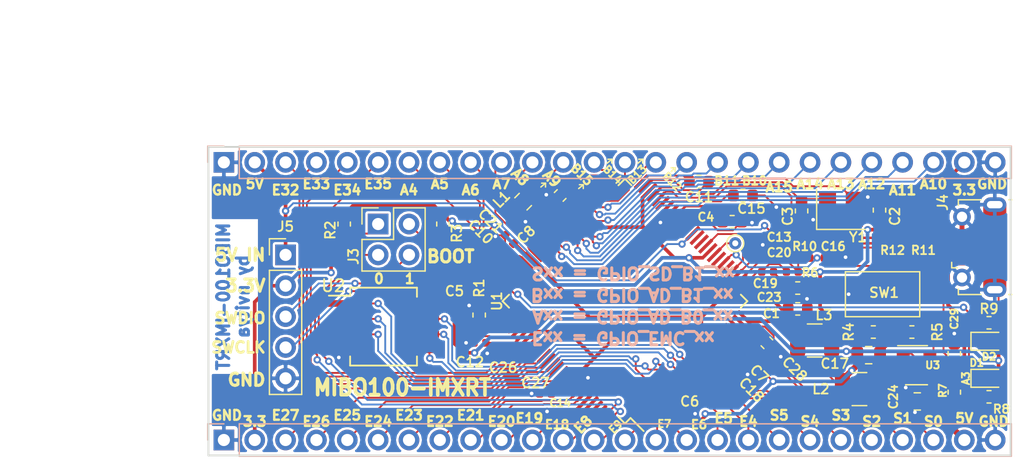
<source format=kicad_pcb>
(kicad_pcb (version 20171130) (host pcbnew "(5.0.0)")
  (layers (0 F.Cu signal) (31 B.Cu signal) (34 B.Paste user hide) (35 F.Paste user) (36 B.SilkS user hide) (37 F.SilkS user) (38 B.Mask user hide) (39 F.Mask user hide) (44 Edge.Cuts user))
  (net 0 "")
  (net 1 GND)
  (net 2 "Net-(C2-Pad1)")
  (net 3 "Net-(C3-Pad1)")
  (net 4 +3V3)
  (net 5 /VDDA)
  (net 6 "Net-(C13-Pad1)")
  (net 7 "Net-(C15-Pad1)")
  (net 8 /DCDC_OUT)
  (net 9 "Net-(C19-Pad1)")
  (net 10 /5V)
  (net 11 /3V3-EN)
  (net 12 "Net-(D1-Pad1)")
  (net 13 "Net-(D2-Pad1)")
  (net 14 /E18)
  (net 15 /E19)
  (net 16 /E20)
  (net 17 /E21)
  (net 18 /E22)
  (net 19 /E23)
  (net 20 /E24)
  (net 21 /E25)
  (net 22 /E26)
  (net 23 /E27)
  (net 24 /E32)
  (net 25 /E33)
  (net 26 /E34)
  (net 27 /E35)
  (net 28 /B10)
  (net 29 /B11)
  (net 30 /B12)
  (net 31 /B13)
  (net 32 /B14)
  (net 33 /B15)
  (net 34 /E4)
  (net 35 /E5)
  (net 36 /E9)
  (net 37 /E8)
  (net 38 /E7)
  (net 39 /E6)
  (net 40 /S5)
  (net 41 /S4)
  (net 42 /S3)
  (net 43 /S2)
  (net 44 /S1)
  (net 45 /S0)
  (net 46 /A15)
  (net 47 /A14)
  (net 48 /A13)
  (net 49 /A12)
  (net 50 /A11)
  (net 51 /A10)
  (net 52 /A9)
  (net 53 /A8)
  (net 54 /A7)
  (net 55 /A6)
  (net 56 /A5)
  (net 57 /A4)
  (net 58 "Net-(J3-Pad1)")
  (net 59 "Net-(J3-Pad2)")
  (net 60 /BOOT-CFG-0)
  (net 61 /BOOT-CFG-1)
  (net 62 /USB-D-)
  (net 63 "Net-(J4-Pad4)")
  (net 64 /USB-D+)
  (net 65 /SWDIO)
  (net 66 /SWDCLK)
  (net 67 "Net-(L2-Pad2)")
  (net 68 "Net-(L3-Pad1)")
  (net 69 /JTAG-MOD)
  (net 70 "Net-(R4-Pad1)")
  (net 71 /LED1)
  (net 72 /FLASH-CS)
  (net 73 /FLASH-D1)
  (net 74 /FLASH-D2)
  (net 75 /FLASH-D0)
  (net 76 /FLASH-CLK)
  (net 77 /FLASH-D3)
  (net 78 "Net-(U1-Pad30)")
  (net 79 "Net-(U1-Pad32)")
  (net 80 "Net-(U1-Pad36)")
  (net 81 "Net-(U1-Pad37)")
  (net 82 "Net-(U1-Pad45)")
  (net 83 "Net-(C4-Pad1)")
  (net 84 "Net-(C11-Pad1)")
  (net 85 /POR_B)
  (net 86 "Net-(R11-Pad2)")
  (net 87 /PMIC_ON)
  (module Resistor_SMD:R_0603_1608Metric (layer F.Cu) (at 132.7785 83.693 270)
    (fp_text reference R1 (at -2.2225 0 270) (layer F.SilkS) (effects (font (size 0.8 0.8))))
    (fp_text value 10k)
    (pad 2 smd roundrect (at 0.787501 0 270) (size 0.875 0.95) (layers F.Cu F.Paste F.Mask) (net 69 /JTAG-MOD))
    (pad 1 smd roundrect (at -0.787501 0 270) (size 0.875 0.95) (layers F.Cu F.Paste F.Mask) (net 1 GND))
  )
  (module Inductor_SMD:L_1210_3225Metric (layer F.Cu) (at 160.401 85.7885)
    (fp_text reference L3 (at 0.762 -2.0955) (layer F.SilkS) (effects (font (size 0.8 0.8))))
    (fp_text value "4.7 uH")
    (pad 2 smd roundrect (at 1.399999 0) (size 1.25 2.65) (layers F.Cu F.Paste F.Mask) (roundrect_rratio 0.2) (net 8 /DCDC_OUT))
    (pad 1 smd roundrect (at -1.399999 0) (size 1.25 2.65) (layers F.Cu F.Paste F.Mask) (roundrect_rratio 0.2) (net 68 "Net-(L3-Pad1)"))
  )
  (module Capacitor_SMD:C_0603_1608Metric (layer F.Cu) (at 156.464 85.979 315)
    (fp_text reference C28 (at 3.14309 -0.089803 315) (layer F.SilkS) (effects (font (size 0.8 0.8))))
    (fp_text value 4.7uF)
    (pad 2 smd roundrect (at 0.787501 0 315) (size 0.875 0.95) (layers F.Cu F.Paste F.Mask) (net 1 GND))
    (pad 1 smd roundrect (at -0.787501 0 315) (size 0.875 0.95) (layers F.Cu F.Paste F.Mask) (net 4 +3V3))
  )
  (module Capacitor_SMD:C_0603_1608Metric (layer F.Cu) (at 153.6065 76.0095)
    (fp_text reference C4 (at -2.159 -0.381) (layer F.SilkS) (effects (font (size 0.7 0.7))))
    (fp_text value 10uF)
    (pad 2 smd roundrect (at 0.7875 0) (size 0.875 0.95) (layers F.Cu F.Paste F.Mask) (net 1 GND))
    (pad 1 smd roundrect (at -0.7875 0) (size 0.875 0.95) (layers F.Cu F.Paste F.Mask) (net 83 "Net-(C4-Pad1)"))
  )
  (module Connector_PinHeader_2.54mm:PinHeader_1x26_P2.54mm_Vertical (layer B.Cu) (at 111.76 71.12 270)
    (fp_text reference J2 hide)
    (fp_text value Conn_01x26)
    (pad 26 thru_hole oval (at 0 -63.5 270) (size 1.7 1.7) (drill 1) (layers *.Cu *.Mask) (net 1 GND))
    (pad 25 thru_hole oval (at 0 -60.96 270) (size 1.7 1.7) (drill 1) (layers *.Cu *.Mask) (net 4 +3V3))
    (pad 24 thru_hole oval (at 0 -58.42 270) (size 1.7 1.7) (drill 1) (layers *.Cu *.Mask) (net 51 /A10))
    (pad 23 thru_hole oval (at 0 -55.88 270) (size 1.7 1.7) (drill 1) (layers *.Cu *.Mask) (net 50 /A11))
    (pad 22 thru_hole oval (at 0 -53.34 270) (size 1.7 1.7) (drill 1) (layers *.Cu *.Mask) (net 49 /A12))
    (pad 21 thru_hole oval (at 0 -50.8 270) (size 1.7 1.7) (drill 1) (layers *.Cu *.Mask) (net 48 /A13))
    (pad 20 thru_hole oval (at 0 -48.26 270) (size 1.7 1.7) (drill 1) (layers *.Cu *.Mask) (net 47 /A14))
    (pad 19 thru_hole oval (at 0 -45.72 270) (size 1.7 1.7) (drill 1) (layers *.Cu *.Mask) (net 46 /A15))
    (pad 18 thru_hole oval (at 0 -43.18 270) (size 1.7 1.7) (drill 1) (layers *.Cu *.Mask) (net 28 /B10))
    (pad 17 thru_hole oval (at 0 -40.64 270) (size 1.7 1.7) (drill 1) (layers *.Cu *.Mask) (net 29 /B11))
    (pad 16 thru_hole oval (at 0 -38.1 270) (size 1.7 1.7) (drill 1) (layers *.Cu *.Mask) (net 30 /B12))
    (pad 15 thru_hole oval (at 0 -35.56 270) (size 1.7 1.7) (drill 1) (layers *.Cu *.Mask) (net 31 /B13))
    (pad 14 thru_hole oval (at 0 -33.02 270) (size 1.7 1.7) (drill 1) (layers *.Cu *.Mask) (net 32 /B14))
    (pad 13 thru_hole oval (at 0 -30.48 270) (size 1.7 1.7) (drill 1) (layers *.Cu *.Mask) (net 33 /B15))
    (pad 12 thru_hole oval (at 0 -27.94 270) (size 1.7 1.7) (drill 1) (layers *.Cu *.Mask) (net 52 /A9))
    (pad 11 thru_hole oval (at 0 -25.4 270) (size 1.7 1.7) (drill 1) (layers *.Cu *.Mask) (net 53 /A8))
    (pad 10 thru_hole oval (at 0 -22.86 270) (size 1.7 1.7) (drill 1) (layers *.Cu *.Mask) (net 54 /A7))
    (pad 9 thru_hole oval (at 0 -20.32 270) (size 1.7 1.7) (drill 1) (layers *.Cu *.Mask) (net 55 /A6))
    (pad 8 thru_hole oval (at 0 -17.78 270) (size 1.7 1.7) (drill 1) (layers *.Cu *.Mask) (net 56 /A5))
    (pad 7 thru_hole oval (at 0 -15.24 270) (size 1.7 1.7) (drill 1) (layers *.Cu *.Mask) (net 57 /A4))
    (pad 6 thru_hole oval (at 0 -12.7 270) (size 1.7 1.7) (drill 1) (layers *.Cu *.Mask) (net 27 /E35))
    (pad 5 thru_hole oval (at 0 -10.16 270) (size 1.7 1.7) (drill 1) (layers *.Cu *.Mask) (net 26 /E34))
    (pad 4 thru_hole oval (at 0 -7.62 270) (size 1.7 1.7) (drill 1) (layers *.Cu *.Mask) (net 25 /E33))
    (pad 3 thru_hole oval (at 0 -5.08 270) (size 1.7 1.7) (drill 1) (layers *.Cu *.Mask) (net 24 /E32))
    (pad 2 thru_hole oval (at 0 -2.54 270) (size 1.7 1.7) (drill 1) (layers *.Cu *.Mask) (net 10 /5V))
    (pad 1 thru_hole rect (at 0 0 270) (size 1.7 1.7) (drill 1) (layers *.Cu *.Mask) (net 1 GND))
  )
  (module Capacitor_SMD:C_0603_1608Metric (layer F.Cu) (at 165.735 75.057 90)
    (fp_text reference C2 (at -0.508 1.27 90) (layer F.SilkS) (effects (font (size 0.8 0.8))))
    (fp_text value 22pF)
    (pad 1 smd roundrect (at -0.7875 0 90) (size 0.875 0.95) (layers F.Cu F.Paste F.Mask) (net 2 "Net-(C2-Pad1)"))
    (pad 2 smd roundrect (at 0.7875 0 90) (size 0.875 0.95) (layers F.Cu F.Paste F.Mask) (net 1 GND))
  )
  (module Capacitor_SMD:C_0603_1608Metric (layer F.Cu) (at 159.3215 75.1205 270)
    (fp_text reference C3 (at 0.4445 1.143 270) (layer F.SilkS) (effects (font (size 0.8 0.8))))
    (fp_text value 22pF)
    (pad 1 smd roundrect (at -0.7875 0 270) (size 0.875 0.95) (layers F.Cu F.Paste F.Mask) (net 3 "Net-(C3-Pad1)"))
    (pad 2 smd roundrect (at 0.7875 0 270) (size 0.875 0.95) (layers F.Cu F.Paste F.Mask) (net 1 GND))
  )
  (module Capacitor_SMD:C_0402_1005Metric (layer F.Cu) (at 130.81 82.7405)
    (fp_text reference C5 (at -0.0635 -1.016 180) (layer F.SilkS) (effects (font (size 0.8 0.8))))
    (fp_text value 220nF)
    (pad 1 smd roundrect (at -0.485 0) (size 0.59 0.64) (layers F.Cu F.Paste F.Mask) (net 4 +3V3))
    (pad 2 smd roundrect (at 0.485 0) (size 0.59 0.64) (layers F.Cu F.Paste F.Mask) (net 1 GND))
  )
  (module Capacitor_SMD:C_0402_1005Metric (layer F.Cu) (at 149.4155 91.821)
    (fp_text reference C6 (at 0.6985 -1.016) (layer F.SilkS) (effects (font (size 0.8 0.8))))
    (fp_text value 220nF)
    (pad 2 smd roundrect (at 0.485 0) (size 0.59 0.64) (layers F.Cu F.Paste F.Mask) (net 1 GND))
    (pad 1 smd roundrect (at -0.485 0) (size 0.59 0.64) (layers F.Cu F.Paste F.Mask) (net 4 +3V3))
  )
  (module Capacitor_SMD:C_0402_1005Metric (layer F.Cu) (at 154.559 87.3125 315)
    (fp_text reference C7 (at 1.75115 -0.044901 315) (layer F.SilkS) (effects (font (size 0.8 0.8))))
    (fp_text value 220nF)
    (pad 2 smd roundrect (at 0.485 0 315) (size 0.59 0.64) (layers F.Cu F.Paste F.Mask) (net 1 GND))
    (pad 1 smd roundrect (at -0.485 0 315) (size 0.59 0.64) (layers F.Cu F.Paste F.Mask) (net 4 +3V3))
  )
  (module Capacitor_SMD:C_0402_1005Metric (layer F.Cu) (at 137.668 75.692 225)
    (fp_text reference C8 (at 1.706249 -0.269408 225) (layer F.SilkS) (effects (font (size 0.8 0.8))))
    (fp_text value 220nF)
    (pad 1 smd roundrect (at -0.485 0 225) (size 0.59 0.64) (layers F.Cu F.Paste F.Mask) (net 4 +3V3))
    (pad 2 smd roundrect (at 0.485 0 225) (size 0.59 0.64) (layers F.Cu F.Paste F.Mask) (net 1 GND))
  )
  (module Capacitor_SMD:C_0603_1608Metric (layer F.Cu) (at 139.446 73.8505 225)
    (fp_text reference C9 hide)
    (fp_text value 4.7uF)
    (pad 1 smd roundrect (at -0.787501 0 225) (size 0.875 0.95) (layers F.Cu F.Paste F.Mask) (net 5 /VDDA))
    (pad 2 smd roundrect (at 0.787501 0 225) (size 0.875 0.95) (layers F.Cu F.Paste F.Mask) (net 1 GND))
  )
  (module Capacitor_SMD:C_0402_1005Metric (layer F.Cu) (at 134.4295 78.359 135)
    (fp_text reference C10 (at 2.155261 0 135) (layer F.SilkS) (effects (font (size 0.8 0.8))))
    (fp_text value 220nF)
    (pad 1 smd roundrect (at -0.485 0 135) (size 0.59 0.64) (layers F.Cu F.Paste F.Mask) (net 4 +3V3))
    (pad 2 smd roundrect (at 0.485 0 135) (size 0.59 0.64) (layers F.Cu F.Paste F.Mask) (net 1 GND))
  )
  (module Capacitor_SMD:C_0603_1608Metric (layer F.Cu) (at 150.876 72.7075)
    (fp_text reference C11 (at 0 1.27) (layer F.SilkS) (effects (font (size 0.8 0.8))))
    (fp_text value 4.7uF)
    (pad 2 smd roundrect (at 0.7875 0) (size 0.875 0.95) (layers F.Cu F.Paste F.Mask) (net 1 GND))
    (pad 1 smd roundrect (at -0.7875 0) (size 0.875 0.95) (layers F.Cu F.Paste F.Mask) (net 84 "Net-(C11-Pad1)"))
  )
  (module Capacitor_SMD:C_0402_1005Metric (layer F.Cu) (at 132.842 85.979 180)
    (fp_text reference C12 (at 0.8255 -1.5875 180) (layer F.SilkS) (effects (font (size 0.8 0.8))))
    (fp_text value 220nF)
    (pad 2 smd roundrect (at 0.485 0 180) (size 0.59 0.64) (layers F.Cu F.Paste F.Mask) (net 1 GND))
    (pad 1 smd roundrect (at -0.485 0 180) (size 0.59 0.64) (layers F.Cu F.Paste F.Mask) (net 4 +3V3))
  )
  (module Capacitor_SMD:C_0402_1005Metric (layer F.Cu) (at 155.6385 77.2795)
    (fp_text reference C13 (at 1.8415 0) (layer F.SilkS) (effects (font (size 0.7 0.7))))
    (fp_text value 220nF)
    (pad 1 smd roundrect (at -0.485 0) (size 0.59 0.64) (layers F.Cu F.Paste F.Mask) (net 6 "Net-(C13-Pad1)"))
    (pad 2 smd roundrect (at 0.485 0) (size 0.59 0.64) (layers F.Cu F.Paste F.Mask) (net 1 GND))
  )
  (module Capacitor_SMD:C_0402_1005Metric (layer F.Cu) (at 139.5095 91.694 180)
    (fp_text reference C14 (at 0.0635 0.762 180) (layer F.SilkS) (effects (font (size 0.6 0.6))))
    (fp_text value 220nF)
    (pad 2 smd roundrect (at 0.485 0 180) (size 0.59 0.64) (layers F.Cu F.Paste F.Mask) (net 1 GND))
    (pad 1 smd roundrect (at -0.485 0 180) (size 0.59 0.64) (layers F.Cu F.Paste F.Mask) (net 4 +3V3))
  )
  (module Capacitor_SMD:C_0603_1608Metric (layer F.Cu) (at 154.4955 73.8505)
    (fp_text reference C15 (at 0.6985 1.0795) (layer F.SilkS) (effects (font (size 0.8 0.8))))
    (fp_text value 4.7uF)
    (pad 2 smd roundrect (at 0.7875 0) (size 0.875 0.95) (layers F.Cu F.Paste F.Mask) (net 1 GND))
    (pad 1 smd roundrect (at -0.7875 0) (size 0.875 0.95) (layers F.Cu F.Paste F.Mask) (net 7 "Net-(C15-Pad1)"))
  )
  (module Capacitor_SMD:C_0402_1005Metric (layer F.Cu) (at 153.67 88.3285 315)
    (fp_text reference C18 (at 2.155261 0 315) (layer F.SilkS) (effects (font (size 0.8 0.8))))
    (fp_text value 220nF)
    (pad 2 smd roundrect (at 0.485 0 315) (size 0.59 0.64) (layers F.Cu F.Paste F.Mask) (net 1 GND))
    (pad 1 smd roundrect (at -0.485 0 315) (size 0.59 0.64) (layers F.Cu F.Paste F.Mask) (net 8 /DCDC_OUT))
  )
  (module Capacitor_SMD:C_0402_1005Metric (layer F.Cu) (at 155.6385 78.5495)
    (fp_text reference C20 (at 1.8415 0) (layer F.SilkS) (effects (font (size 0.7 0.7))))
    (fp_text value 220nF)
    (pad 1 smd roundrect (at -0.485 0) (size 0.59 0.64) (layers F.Cu F.Paste F.Mask) (net 8 /DCDC_OUT))
    (pad 2 smd roundrect (at 0.485 0) (size 0.59 0.64) (layers F.Cu F.Paste F.Mask) (net 1 GND))
  )
  (module Capacitor_SMD:C_0402_1005Metric (layer F.Cu) (at 135.255 77.47 135)
    (fp_text reference C21 (at 2.155261 0 135) (layer F.SilkS) (effects (font (size 0.8 0.8))))
    (fp_text value 220nF)
    (pad 2 smd roundrect (at 0.485 0 135) (size 0.59 0.64) (layers F.Cu F.Paste F.Mask) (net 1 GND))
    (pad 1 smd roundrect (at -0.485 0 135) (size 0.59 0.64) (layers F.Cu F.Paste F.Mask) (net 8 /DCDC_OUT))
  )
  (module Capacitor_SMD:C_0402_1005Metric (layer F.Cu) (at 134.724 86.9315 180)
    (fp_text reference C26 (at -0.023 -1.0795 180) (layer F.SilkS) (effects (font (size 0.8 0.8))))
    (fp_text value 220nF)
    (pad 1 smd roundrect (at -0.485 0 180) (size 0.59 0.64) (layers F.Cu F.Paste F.Mask) (net 8 /DCDC_OUT))
    (pad 2 smd roundrect (at 0.485 0 180) (size 0.59 0.64) (layers F.Cu F.Paste F.Mask) (net 1 GND))
  )
  (module Capacitor_SMD:C_0402_1005Metric (layer F.Cu) (at 138.2395 90.17 180)
    (fp_text reference C27 (at 0.8255 0.889 180) (layer F.SilkS) (effects (font (size 0.8 0.8))))
    (fp_text value 220nF)
    (pad 2 smd roundrect (at 0.485 0 180) (size 0.59 0.64) (layers F.Cu F.Paste F.Mask) (net 1 GND))
    (pad 1 smd roundrect (at -0.485 0 180) (size 0.59 0.64) (layers F.Cu F.Paste F.Mask) (net 8 /DCDC_OUT))
  )
  (module Capacitor_SMD:C_0603_1608Metric (layer F.Cu) (at 171.8945 86.868 90)
    (fp_text reference C29 (at 2.8575 0 90) (layer F.SilkS) (effects (font (size 0.6 0.6))))
    (fp_text value 100nF)
    (pad 2 smd roundrect (at 0.7875 0 90) (size 0.875 0.95) (layers F.Cu F.Paste F.Mask) (net 1 GND))
    (pad 1 smd roundrect (at -0.7875 0 90) (size 0.875 0.95) (layers F.Cu F.Paste F.Mask) (net 11 /3V3-EN))
  )
  (module LED_SMD:LED_0603_1608Metric (layer F.Cu) (at 174.752 88.9)
    (fp_text reference D1 (at -1.016 -1.27 180) (layer F.SilkS) (effects (font (size 0.6 0.6))))
    (fp_text value GREEN)
    (pad 1 smd roundrect (at -0.7875 0) (size 0.875 0.95) (layers F.Cu F.Paste F.Mask) (net 12 "Net-(D1-Pad1)"))
    (pad 2 smd roundrect (at 0.7875 0) (size 0.875 0.95) (layers F.Cu F.Paste F.Mask) (net 4 +3V3))
  )
  (module LED_SMD:LED_0603_1608Metric (layer F.Cu) (at 174.752 85.852)
    (fp_text reference D2 (at 0 1.27) (layer F.SilkS) (effects (font (size 0.6 0.6))))
    (fp_text value GREEN)
    (pad 2 smd roundrect (at 0.7875 0) (size 0.875 0.95) (layers F.Cu F.Paste F.Mask) (net 4 +3V3))
    (pad 1 smd roundrect (at -0.7875 0) (size 0.875 0.95) (layers F.Cu F.Paste F.Mask) (net 13 "Net-(D2-Pad1)"))
  )
  (module Connector_PinHeader_2.54mm:PinHeader_1x26_P2.54mm_Vertical (layer B.Cu) (at 111.76 93.98 270)
    (fp_text reference J1 hide)
    (fp_text value Conn_01x26)
    (pad 1 thru_hole rect (at 0 0 270) (size 1.7 1.7) (drill 1) (layers *.Cu *.Mask) (net 1 GND))
    (pad 2 thru_hole oval (at 0 -2.54 270) (size 1.7 1.7) (drill 1) (layers *.Cu *.Mask) (net 4 +3V3))
    (pad 3 thru_hole oval (at 0 -5.08 270) (size 1.7 1.7) (drill 1) (layers *.Cu *.Mask) (net 23 /E27))
    (pad 4 thru_hole oval (at 0 -7.62 270) (size 1.7 1.7) (drill 1) (layers *.Cu *.Mask) (net 22 /E26))
    (pad 5 thru_hole oval (at 0 -10.16 270) (size 1.7 1.7) (drill 1) (layers *.Cu *.Mask) (net 21 /E25))
    (pad 6 thru_hole oval (at 0 -12.7 270) (size 1.7 1.7) (drill 1) (layers *.Cu *.Mask) (net 20 /E24))
    (pad 7 thru_hole oval (at 0 -15.24 270) (size 1.7 1.7) (drill 1) (layers *.Cu *.Mask) (net 19 /E23))
    (pad 8 thru_hole oval (at 0 -17.78 270) (size 1.7 1.7) (drill 1) (layers *.Cu *.Mask) (net 18 /E22))
    (pad 9 thru_hole oval (at 0 -20.32 270) (size 1.7 1.7) (drill 1) (layers *.Cu *.Mask) (net 17 /E21))
    (pad 10 thru_hole oval (at 0 -22.86 270) (size 1.7 1.7) (drill 1) (layers *.Cu *.Mask) (net 16 /E20))
    (pad 11 thru_hole oval (at 0 -25.4 270) (size 1.7 1.7) (drill 1) (layers *.Cu *.Mask) (net 15 /E19))
    (pad 12 thru_hole oval (at 0 -27.94 270) (size 1.7 1.7) (drill 1) (layers *.Cu *.Mask) (net 14 /E18))
    (pad 13 thru_hole oval (at 0 -30.48 270) (size 1.7 1.7) (drill 1) (layers *.Cu *.Mask) (net 37 /E8))
    (pad 14 thru_hole oval (at 0 -33.02 270) (size 1.7 1.7) (drill 1) (layers *.Cu *.Mask) (net 36 /E9))
    (pad 15 thru_hole oval (at 0 -35.56 270) (size 1.7 1.7) (drill 1) (layers *.Cu *.Mask) (net 38 /E7))
    (pad 16 thru_hole oval (at 0 -38.1 270) (size 1.7 1.7) (drill 1) (layers *.Cu *.Mask) (net 39 /E6))
    (pad 17 thru_hole oval (at 0 -40.64 270) (size 1.7 1.7) (drill 1) (layers *.Cu *.Mask) (net 35 /E5))
    (pad 18 thru_hole oval (at 0 -43.18 270) (size 1.7 1.7) (drill 1) (layers *.Cu *.Mask) (net 34 /E4))
    (pad 19 thru_hole oval (at 0 -45.72 270) (size 1.7 1.7) (drill 1) (layers *.Cu *.Mask) (net 40 /S5))
    (pad 20 thru_hole oval (at 0 -48.26 270) (size 1.7 1.7) (drill 1) (layers *.Cu *.Mask) (net 41 /S4))
    (pad 21 thru_hole oval (at 0 -50.8 270) (size 1.7 1.7) (drill 1) (layers *.Cu *.Mask) (net 42 /S3))
    (pad 22 thru_hole oval (at 0 -53.34 270) (size 1.7 1.7) (drill 1) (layers *.Cu *.Mask) (net 43 /S2))
    (pad 23 thru_hole oval (at 0 -55.88 270) (size 1.7 1.7) (drill 1) (layers *.Cu *.Mask) (net 44 /S1))
    (pad 24 thru_hole oval (at 0 -58.42 270) (size 1.7 1.7) (drill 1) (layers *.Cu *.Mask) (net 45 /S0))
    (pad 25 thru_hole oval (at 0 -60.96 270) (size 1.7 1.7) (drill 1) (layers *.Cu *.Mask) (net 10 /5V))
    (pad 26 thru_hole oval (at 0 -63.5 270) (size 1.7 1.7) (drill 1) (layers *.Cu *.Mask) (net 1 GND))
  )
  (module Connector_PinHeader_2.54mm:PinHeader_2x02_P2.54mm_Vertical (layer F.Cu) (at 124.46 76.2)
    (fp_text reference J3 (at -2.032 2.667 90) (layer F.SilkS) (effects (font (size 0.8 0.8))))
    (fp_text value Conn_02x02_Odd_Even)
    (pad 1 thru_hole rect (at 0 0) (size 1.7 1.7) (drill 1) (layers *.Cu *.Mask) (net 58 "Net-(J3-Pad1)"))
    (pad 2 thru_hole oval (at 2.54 0) (size 1.7 1.7) (drill 1) (layers *.Cu *.Mask) (net 59 "Net-(J3-Pad2)"))
    (pad 3 thru_hole oval (at 0 2.54) (size 1.7 1.7) (drill 1) (layers *.Cu *.Mask) (net 60 /BOOT-CFG-0))
    (pad 4 thru_hole oval (at 2.54 2.54) (size 1.7 1.7) (drill 1) (layers *.Cu *.Mask) (net 61 /BOOT-CFG-1))
  )
  (module Connector_USB:USB_Micro-B_Molex-105017-0001 (layer F.Cu) (at 173.99 78.105 90)
    (fp_text reference J4 (at 3.683 -3.048 270) (layer F.SilkS) (effects (font (size 0.8 0.8))))
    (fp_text value USB_B_Micro)
    (pad 6 smd rect (at 1 1.2375 90) (size 1.5 1.9) (layers F.Cu F.Paste F.Mask) (net 1 GND))
    (pad 6 thru_hole circle (at -2.5 -1.4625 90) (size 1.45 1.45) (drill 0.85) (layers *.Cu *.Mask) (net 1 GND))
    (pad 2 smd rect (at -0.65 -1.4625 90) (size 0.4 1.35) (layers F.Cu F.Paste F.Mask) (net 62 /USB-D-))
    (pad 1 smd rect (at -1.3 -1.4625 90) (size 0.4 1.35) (layers F.Cu F.Paste F.Mask) (net 10 /5V))
    (pad 5 smd rect (at 1.3 -1.4625 90) (size 0.4 1.35) (layers F.Cu F.Paste F.Mask) (net 1 GND))
    (pad 4 smd rect (at 0.65 -1.4625 90) (size 0.4 1.35) (layers F.Cu F.Paste F.Mask) (net 63 "Net-(J4-Pad4)"))
    (pad 3 smd rect (at 0 -1.4625 90) (size 0.4 1.35) (layers F.Cu F.Paste F.Mask) (net 64 /USB-D+))
    (pad 6 thru_hole circle (at 2.5 -1.4625 90) (size 1.45 1.45) (drill 0.85) (layers *.Cu *.Mask) (net 1 GND))
    (pad 6 smd rect (at -1 1.2375 90) (size 1.5 1.9) (layers F.Cu F.Paste F.Mask) (net 1 GND))
    (pad 6 thru_hole oval (at -3.5 1.2375 270) (size 1.2 1.9) (drill oval 0.6 1.3) (layers *.Cu *.Mask) (net 1 GND))
    (pad 6 thru_hole oval (at 3.5 1.2375 90) (size 1.2 1.9) (drill oval 0.6 1.3) (layers *.Cu *.Mask) (net 1 GND))
    (pad 6 smd rect (at 2.9 1.2375 90) (size 1.2 1.9) (layers F.Cu F.Mask) (net 1 GND))
    (pad 6 smd rect (at -2.9 1.2375 90) (size 1.2 1.9) (layers F.Cu F.Mask) (net 1 GND))
  )
  (module Connector_PinHeader_2.54mm:PinHeader_1x05_P2.54mm_Vertical (layer F.Cu) (at 116.84 78.74)
    (fp_text reference J5 (at 0 -2.33) (layer F.SilkS) (effects (font (size 0.8 0.8))))
    (fp_text value Conn_01x05)
    (pad 1 thru_hole rect (at 0 0) (size 1.7 1.7) (drill 1) (layers *.Cu *.Mask) (net 10 /5V))
    (pad 2 thru_hole oval (at 0 2.54) (size 1.7 1.7) (drill 1) (layers *.Cu *.Mask) (net 4 +3V3))
    (pad 3 thru_hole oval (at 0 5.08) (size 1.7 1.7) (drill 1) (layers *.Cu *.Mask) (net 65 /SWDIO))
    (pad 4 thru_hole oval (at 0 7.62) (size 1.7 1.7) (drill 1) (layers *.Cu *.Mask) (net 66 /SWDCLK))
    (pad 5 thru_hole oval (at 0 10.16) (size 1.7 1.7) (drill 1) (layers *.Cu *.Mask) (net 1 GND))
  )
  (module Inductor_SMD:L_0805_2012Metric (layer F.Cu) (at 136.398 74.3585 45)
    (fp_text reference L1 (at -1.122532 -1.39194 45) (layer F.SilkS) (effects (font (size 0.8 0.8))))
    (fp_text value 47nH)
    (pad 1 smd roundrect (at -0.937501 0 45) (size 0.975 1.4) (layers F.Cu F.Paste F.Mask) (net 4 +3V3))
    (pad 2 smd roundrect (at 0.937501 0 45) (size 0.975 1.4) (layers F.Cu F.Paste F.Mask) (net 5 /VDDA))
  )
  (module Resistor_SMD:R_0603_1608Metric (layer F.Cu) (at 121.666 76.2 90)
    (fp_text reference R2 (at -0.508 -1.143 90) (layer F.SilkS) (effects (font (size 0.8 0.8))))
    (fp_text value 10k)
    (pad 2 smd roundrect (at 0.7875 0 90) (size 0.875 0.95) (layers F.Cu F.Paste F.Mask) (net 4 +3V3))
    (pad 1 smd roundrect (at -0.7875 0 90) (size 0.875 0.95) (layers F.Cu F.Paste F.Mask) (net 58 "Net-(J3-Pad1)"))
  )
  (module Resistor_SMD:R_0603_1608Metric (layer F.Cu) (at 129.794 76.2 90)
    (fp_text reference R3 (at -0.762 1.143 90) (layer F.SilkS) (effects (font (size 0.8 0.8))))
    (fp_text value 10k)
    (pad 1 smd roundrect (at -0.7875 0 90) (size 0.875 0.95) (layers F.Cu F.Paste F.Mask) (net 59 "Net-(J3-Pad2)"))
    (pad 2 smd roundrect (at 0.7875 0 90) (size 0.875 0.95) (layers F.Cu F.Paste F.Mask) (net 4 +3V3))
  )
  (module Resistor_SMD:R_0603_1608Metric (layer F.Cu) (at 165.227 85.09 180)
    (fp_text reference R4 (at 2.032 0 270) (layer F.SilkS) (effects (font (size 0.8 0.8))))
    (fp_text value 68k)
    (pad 1 smd roundrect (at -0.7875 0 180) (size 0.875 0.95) (layers F.Cu F.Paste F.Mask) (net 70 "Net-(R4-Pad1)"))
    (pad 2 smd roundrect (at 0.7875 0 180) (size 0.875 0.95) (layers F.Cu F.Paste F.Mask) (net 4 +3V3))
  )
  (module Resistor_SMD:R_0603_1608Metric (layer F.Cu) (at 168.402 85.09 180)
    (fp_text reference R5 (at -2.0955 0 270) (layer F.SilkS) (effects (font (size 0.8 0.8))))
    (fp_text value 15k)
    (pad 2 smd roundrect (at 0.7875 0 180) (size 0.875 0.95) (layers F.Cu F.Paste F.Mask) (net 70 "Net-(R4-Pad1)"))
    (pad 1 smd roundrect (at -0.7875 0 180) (size 0.875 0.95) (layers F.Cu F.Paste F.Mask) (net 1 GND))
  )
  (module Resistor_SMD:R_0603_1608Metric (layer F.Cu) (at 171.8945 90.043 270)
    (fp_text reference R7 (at -0.127 0.9525 90) (layer F.SilkS) (effects (font (size 0.6 0.6))))
    (fp_text value 10k)
    (pad 2 smd roundrect (at 0.7875 0 270) (size 0.875 0.95) (layers F.Cu F.Paste F.Mask) (net 10 /5V))
    (pad 1 smd roundrect (at -0.7875 0 270) (size 0.875 0.95) (layers F.Cu F.Paste F.Mask) (net 11 /3V3-EN))
  )
  (module Resistor_SMD:R_0603_1608Metric (layer F.Cu) (at 174.752 90.424)
    (fp_text reference R8 (at 1.016 1.016) (layer F.SilkS) (effects (font (size 0.7 0.7))))
    (fp_text value 1k)
    (pad 1 smd roundrect (at -0.7875 0) (size 0.875 0.95) (layers F.Cu F.Paste F.Mask) (net 71 /LED1))
    (pad 2 smd roundrect (at 0.7875 0) (size 0.875 0.95) (layers F.Cu F.Paste F.Mask) (net 12 "Net-(D1-Pad1)"))
  )
  (module Resistor_SMD:R_0603_1608Metric (layer F.Cu) (at 174.752 84.328 180)
    (fp_text reference R9 (at 0 1.143 180) (layer F.SilkS) (effects (font (size 0.8 0.8))))
    (fp_text value 1k)
    (pad 1 smd roundrect (at -0.7875 0 180) (size 0.875 0.95) (layers F.Cu F.Paste F.Mask) (net 1 GND))
    (pad 2 smd roundrect (at 0.7875 0 180) (size 0.875 0.95) (layers F.Cu F.Paste F.Mask) (net 13 "Net-(D2-Pad1)"))
  )
  (module Button_Switch_SMD:SW_SPST_CK_RS282G05A3 (layer F.Cu) (at 165.989 81.9785 180)
    (fp_text reference SW1 (at -0.127 0.127 180) (layer F.SilkS) (effects (font (size 0.8 0.8))))
    (fp_text value SW_Push)
    (pad 1 smd rect (at -3.9 0 180) (size 1.5 1.5) (layers F.Cu F.Paste F.Mask) (net 86 "Net-(R11-Pad2)"))
    (pad 2 smd rect (at 3.9 0 180) (size 1.5 1.5) (layers F.Cu F.Paste F.Mask) (net 1 GND))
  )
  (module Package_QFP:LQFP-100_14x14mm_P0.5mm (layer F.Cu) (at 144.78 82.55 135)
    (fp_text reference U1 (at 7.453613 -7.453613 90) (layer F.SilkS) (effects (font (size 0.8 0.8))))
    (fp_text value MIMXRT1021CAF4A)
    (pad 1 smd rect (at -7.9 -6 135) (size 1.5 0.28) (layers F.Cu F.Paste F.Mask) (net 36 /E9))
    (pad 2 smd rect (at -7.9 -5.5 135) (size 1.5 0.28) (layers F.Cu F.Paste F.Mask) (net 37 /E8))
    (pad 3 smd rect (at -7.9 -4.999999 135) (size 1.5 0.28) (layers F.Cu F.Paste F.Mask) (net 38 /E7))
    (pad 4 smd rect (at -7.9 -4.5 135) (size 1.5 0.28) (layers F.Cu F.Paste F.Mask) (net 39 /E6))
    (pad 5 smd rect (at -7.9 -4.000001 135) (size 1.5 0.28) (layers F.Cu F.Paste F.Mask) (net 4 +3V3))
    (pad 6 smd rect (at -7.9 -3.5 135) (size 1.5 0.28) (layers F.Cu F.Paste F.Mask) (net 35 /E5))
    (pad 7 smd rect (at -7.9 -3 135) (size 1.5 0.28) (layers F.Cu F.Paste F.Mask) (net 34 /E4))
    (pad 8 smd rect (at -7.900001 -2.5 135) (size 1.5 0.28) (layers F.Cu F.Paste F.Mask) (net 72 /FLASH-CS))
    (pad 9 smd rect (at -7.9 -2 135) (size 1.5 0.28) (layers F.Cu F.Paste F.Mask) (net 73 /FLASH-D1))
    (pad 10 smd rect (at -7.9 -1.5 135) (size 1.5 0.28) (layers F.Cu F.Paste F.Mask) (net 74 /FLASH-D2))
    (pad 11 smd rect (at -7.9 -1 135) (size 1.5 0.28) (layers F.Cu F.Paste F.Mask) (net 75 /FLASH-D0))
    (pad 12 smd rect (at -7.9 -0.5 135) (size 1.5 0.28) (layers F.Cu F.Paste F.Mask) (net 76 /FLASH-CLK))
    (pad 13 smd rect (at -7.900001 0 135) (size 1.5 0.28) (layers F.Cu F.Paste F.Mask) (net 77 /FLASH-D3))
    (pad 14 smd rect (at -7.9 0.5 135) (size 1.5 0.28) (layers F.Cu F.Paste F.Mask) (net 40 /S5))
    (pad 15 smd rect (at -7.9 1 135) (size 1.5 0.28) (layers F.Cu F.Paste F.Mask) (net 41 /S4))
    (pad 16 smd rect (at -7.9 1.5 135) (size 1.5 0.28) (layers F.Cu F.Paste F.Mask) (net 42 /S3))
    (pad 17 smd rect (at -7.9 2 135) (size 1.5 0.28) (layers F.Cu F.Paste F.Mask) (net 43 /S2))
    (pad 18 smd rect (at -7.900001 2.5 135) (size 1.5 0.28) (layers F.Cu F.Paste F.Mask) (net 8 /DCDC_OUT))
    (pad 19 smd rect (at -7.9 3 135) (size 1.5 0.28) (layers F.Cu F.Paste F.Mask) (net 1 GND))
    (pad 20 smd rect (at -7.9 3.5 135) (size 1.5 0.28) (layers F.Cu F.Paste F.Mask) (net 4 +3V3))
    (pad 21 smd rect (at -7.9 4.000001 135) (size 1.5 0.28) (layers F.Cu F.Paste F.Mask) (net 44 /S1))
    (pad 22 smd rect (at -7.9 4.5 135) (size 1.5 0.28) (layers F.Cu F.Paste F.Mask) (net 45 /S0))
    (pad 23 smd rect (at -7.9 4.999999 135) (size 1.5 0.28) (layers F.Cu F.Paste F.Mask) (net 4 +3V3))
    (pad 24 smd rect (at -7.9 5.5 135) (size 1.5 0.28) (layers F.Cu F.Paste F.Mask) (net 1 GND))
    (pad 25 smd rect (at -7.9 6 135) (size 1.5 0.28) (layers F.Cu F.Paste F.Mask) (net 68 "Net-(L3-Pad1)"))
    (pad 26 smd rect (at -6 7.9 225) (size 1.5 0.28) (layers F.Cu F.Paste F.Mask) (net 9 "Net-(C19-Pad1)"))
    (pad 27 smd rect (at -5.5 7.9 225) (size 1.5 0.28) (layers F.Cu F.Paste F.Mask) (net 4 +3V3))
    (pad 28 smd rect (at -4.999999 7.9 225) (size 1.5 0.28) (layers F.Cu F.Paste F.Mask) (net 8 /DCDC_OUT))
    (pad 29 smd rect (at -4.5 7.9 225) (size 1.5 0.28) (layers F.Cu F.Paste F.Mask) (net 1 GND))
    (pad 30 smd rect (at -4.000001 7.9 225) (size 1.5 0.28) (layers F.Cu F.Paste F.Mask) (net 78 "Net-(U1-Pad30)"))
    (pad 31 smd rect (at -3.5 7.9 225) (size 1.5 0.28) (layers F.Cu F.Paste F.Mask) (net 85 /POR_B))
    (pad 32 smd rect (at -3 7.9 225) (size 1.5 0.28) (layers F.Cu F.Paste F.Mask) (net 79 "Net-(U1-Pad32)"))
    (pad 33 smd rect (at -2.5 7.900001 225) (size 1.5 0.28) (layers F.Cu F.Paste F.Mask) (net 87 /PMIC_ON))
    (pad 34 smd rect (at -2 7.9 225) (size 1.5 0.28) (layers F.Cu F.Paste F.Mask) (net 4 +3V3))
    (pad 35 smd rect (at -1.5 7.9 225) (size 1.5 0.28) (layers F.Cu F.Paste F.Mask) (net 6 "Net-(C13-Pad1)"))
    (pad 36 smd rect (at -1 7.9 225) (size 1.5 0.28) (layers F.Cu F.Paste F.Mask) (net 80 "Net-(U1-Pad36)"))
    (pad 37 smd rect (at -0.5 7.9 225) (size 1.5 0.28) (layers F.Cu F.Paste F.Mask) (net 81 "Net-(U1-Pad37)"))
    (pad 38 smd rect (at 0 7.900001 225) (size 1.5 0.28) (layers F.Cu F.Paste F.Mask) (net 10 /5V))
    (pad 39 smd rect (at 0.5 7.9 225) (size 1.5 0.28) (layers F.Cu F.Paste F.Mask) (net 1 GND))
    (pad 40 smd rect (at 1 7.9 225) (size 1.5 0.28) (layers F.Cu F.Paste F.Mask) (net 83 "Net-(C4-Pad1)"))
    (pad 41 smd rect (at 1.5 7.9 225) (size 1.5 0.28) (layers F.Cu F.Paste F.Mask) (net 62 /USB-D-))
    (pad 42 smd rect (at 2 7.9 225) (size 1.5 0.28) (layers F.Cu F.Paste F.Mask) (net 64 /USB-D+))
    (pad 43 smd rect (at 2.5 7.900001 225) (size 1.5 0.28) (layers F.Cu F.Paste F.Mask) (net 1 GND))
    (pad 44 smd rect (at 3 7.9 225) (size 1.5 0.28) (layers F.Cu F.Paste F.Mask) (net 7 "Net-(C15-Pad1)"))
    (pad 45 smd rect (at 3.5 7.9 225) (size 1.5 0.28) (layers F.Cu F.Paste F.Mask) (net 82 "Net-(U1-Pad45)"))
    (pad 46 smd rect (at 4.000001 7.9 225) (size 1.5 0.28) (layers F.Cu F.Paste F.Mask) (net 2 "Net-(C2-Pad1)"))
    (pad 47 smd rect (at 4.5 7.9 225) (size 1.5 0.28) (layers F.Cu F.Paste F.Mask) (net 3 "Net-(C3-Pad1)"))
    (pad 48 smd rect (at 4.999999 7.9 225) (size 1.5 0.28) (layers F.Cu F.Paste F.Mask) (net 4 +3V3))
    (pad 49 smd rect (at 5.5 7.9 225) (size 1.5 0.28) (layers F.Cu F.Paste F.Mask) (net 1 GND))
    (pad 50 smd rect (at 6 7.9 225) (size 1.5 0.28) (layers F.Cu F.Paste F.Mask) (net 84 "Net-(C11-Pad1)"))
    (pad 51 smd rect (at 7.9 6 135) (size 1.5 0.28) (layers F.Cu F.Paste F.Mask) (net 5 /VDDA))
    (pad 52 smd rect (at 7.9 5.5 135) (size 1.5 0.28) (layers F.Cu F.Paste F.Mask) (net 33 /B15))
    (pad 53 smd rect (at 7.9 4.999999 135) (size 1.5 0.28) (layers F.Cu F.Paste F.Mask) (net 32 /B14))
    (pad 54 smd rect (at 7.9 4.5 135) (size 1.5 0.28) (layers F.Cu F.Paste F.Mask) (net 31 /B13))
    (pad 55 smd rect (at 7.9 4.000001 135) (size 1.5 0.28) (layers F.Cu F.Paste F.Mask) (net 30 /B12))
    (pad 56 smd rect (at 7.9 3.5 135) (size 1.5 0.28) (layers F.Cu F.Paste F.Mask) (net 29 /B11))
    (pad 57 smd rect (at 7.9 3 135) (size 1.5 0.28) (layers F.Cu F.Paste F.Mask) (net 28 /B10))
    (pad 58 smd rect (at 7.900001 2.5 135) (size 1.5 0.28) (layers F.Cu F.Paste F.Mask) (net 4 +3V3))
    (pad 59 smd rect (at 7.9 2 135) (size 1.5 0.28) (layers F.Cu F.Paste F.Mask) (net 1 GND))
    (pad 60 smd rect (at 7.9 1.5 135) (size 1.5 0.28) (layers F.Cu F.Paste F.Mask) (net 46 /A15))
    (pad 61 smd rect (at 7.9 1 135) (size 1.5 0.28) (layers F.Cu F.Paste F.Mask) (net 47 /A14))
    (pad 62 smd rect (at 7.9 0.5 135) (size 1.5 0.28) (layers F.Cu F.Paste F.Mask) (net 48 /A13))
    (pad 63 smd rect (at 7.900001 0 135) (size 1.5 0.28) (layers F.Cu F.Paste F.Mask) (net 49 /A12))
    (pad 64 smd rect (at 7.9 -0.5 135) (size 1.5 0.28) (layers F.Cu F.Paste F.Mask) (net 50 /A11))
    (pad 65 smd rect (at 7.9 -1 135) (size 1.5 0.28) (layers F.Cu F.Paste F.Mask) (net 51 /A10))
    (pad 66 smd rect (at 7.9 -1.5 135) (size 1.5 0.28) (layers F.Cu F.Paste F.Mask) (net 52 /A9))
    (pad 67 smd rect (at 7.9 -2 135) (size 1.5 0.28) (layers F.Cu F.Paste F.Mask) (net 53 /A8))
    (pad 68 smd rect (at 7.900001 -2.5 135) (size 1.5 0.28) (layers F.Cu F.Paste F.Mask) (net 54 /A7))
    (pad 69 smd rect (at 7.9 -3 135) (size 1.5 0.28) (layers F.Cu F.Paste F.Mask) (net 8 /DCDC_OUT))
    (pad 70 smd rect (at 7.9 -3.5 135) (size 1.5 0.28) (layers F.Cu F.Paste F.Mask) (net 1 GND))
    (pad 71 smd rect (at 7.9 -4.000001 135) (size 1.5 0.28) (layers F.Cu F.Paste F.Mask) (net 4 +3V3))
    (pad 72 smd rect (at 7.9 -4.5 135) (size 1.5 0.28) (layers F.Cu F.Paste F.Mask) (net 55 /A6))
    (pad 73 smd rect (at 7.9 -4.999999 135) (size 1.5 0.28) (layers F.Cu F.Paste F.Mask) (net 56 /A5))
    (pad 74 smd rect (at 7.9 -5.5 135) (size 1.5 0.28) (layers F.Cu F.Paste F.Mask) (net 57 /A4))
    (pad 75 smd rect (at 7.9 -6 135) (size 1.5 0.28) (layers F.Cu F.Paste F.Mask) (net 71 /LED1))
    (pad 76 smd rect (at 6 -7.9 225) (size 1.5 0.28) (layers F.Cu F.Paste F.Mask) (net 69 /JTAG-MOD))
    (pad 77 smd rect (at 5.5 -7.9 225) (size 1.5 0.28) (layers F.Cu F.Paste F.Mask) (net 66 /SWDCLK))
    (pad 78 smd rect (at 4.999999 -7.9 225) (size 1.5 0.28) (layers F.Cu F.Paste F.Mask) (net 65 /SWDIO))
    (pad 79 smd rect (at 4.5 -7.9 225) (size 1.5 0.28) (layers F.Cu F.Paste F.Mask) (net 1 GND))
    (pad 80 smd rect (at 4.000001 -7.9 225) (size 1.5 0.28) (layers F.Cu F.Paste F.Mask) (net 4 +3V3))
    (pad 81 smd rect (at 3.5 -7.9 225) (size 1.5 0.28) (layers F.Cu F.Paste F.Mask) (net 8 /DCDC_OUT))
    (pad 82 smd rect (at 3 -7.9 225) (size 1.5 0.28) (layers F.Cu F.Paste F.Mask) (net 27 /E35))
    (pad 83 smd rect (at 2.5 -7.900001 225) (size 1.5 0.28) (layers F.Cu F.Paste F.Mask) (net 26 /E34))
    (pad 84 smd rect (at 2 -7.9 225) (size 1.5 0.28) (layers F.Cu F.Paste F.Mask) (net 25 /E33))
    (pad 85 smd rect (at 1.5 -7.9 225) (size 1.5 0.28) (layers F.Cu F.Paste F.Mask) (net 24 /E32))
    (pad 86 smd rect (at 1 -7.9 225) (size 1.5 0.28) (layers F.Cu F.Paste F.Mask) (net 23 /E27))
    (pad 87 smd rect (at 0.5 -7.9 225) (size 1.5 0.28) (layers F.Cu F.Paste F.Mask) (net 22 /E26))
    (pad 88 smd rect (at 0 -7.900001 225) (size 1.5 0.28) (layers F.Cu F.Paste F.Mask) (net 21 /E25))
    (pad 89 smd rect (at -0.5 -7.9 225) (size 1.5 0.28) (layers F.Cu F.Paste F.Mask) (net 20 /E24))
    (pad 90 smd rect (at -1 -7.9 225) (size 1.5 0.28) (layers F.Cu F.Paste F.Mask) (net 19 /E23))
    (pad 91 smd rect (at -1.5 -7.9 225) (size 1.5 0.28) (layers F.Cu F.Paste F.Mask) (net 8 /DCDC_OUT))
    (pad 92 smd rect (at -2 -7.9 225) (size 1.5 0.28) (layers F.Cu F.Paste F.Mask) (net 1 GND))
    (pad 93 smd rect (at -2.5 -7.900001 225) (size 1.5 0.28) (layers F.Cu F.Paste F.Mask) (net 18 /E22))
    (pad 94 smd rect (at -3 -7.9 225) (size 1.5 0.28) (layers F.Cu F.Paste F.Mask) (net 17 /E21))
    (pad 95 smd rect (at -3.5 -7.9 225) (size 1.5 0.28) (layers F.Cu F.Paste F.Mask) (net 4 +3V3))
    (pad 96 smd rect (at -4.000001 -7.9 225) (size 1.5 0.28) (layers F.Cu F.Paste F.Mask) (net 16 /E20))
    (pad 97 smd rect (at -4.5 -7.9 225) (size 1.5 0.28) (layers F.Cu F.Paste F.Mask) (net 15 /E19))
    (pad 98 smd rect (at -4.999999 -7.9 225) (size 1.5 0.28) (layers F.Cu F.Paste F.Mask) (net 14 /E18))
    (pad 99 smd rect (at -5.5 -7.9 225) (size 1.5 0.28) (layers F.Cu F.Paste F.Mask) (net 61 /BOOT-CFG-1))
    (pad 100 smd rect (at -6 -7.9 225) (size 1.5 0.28) (layers F.Cu F.Paste F.Mask) (net 60 /BOOT-CFG-0))
  )
  (module Package_TO_SOT_SMD:SOT-23-5 (layer F.Cu) (at 168.783 87.8205)
    (fp_text reference U3 (at 1.3335 0 180) (layer F.SilkS) (effects (font (size 0.6 0.6))))
    (fp_text value AP3417C)
    (pad 1 smd rect (at -1.1 -0.95) (size 1.06 0.65) (layers F.Cu F.Paste F.Mask) (net 11 /3V3-EN))
    (pad 2 smd rect (at -1.1 0) (size 1.06 0.65) (layers F.Cu F.Paste F.Mask) (net 1 GND))
    (pad 3 smd rect (at -1.1 0.95) (size 1.06 0.65) (layers F.Cu F.Paste F.Mask) (net 67 "Net-(L2-Pad2)"))
    (pad 4 smd rect (at 1.1 0.95) (size 1.06 0.65) (layers F.Cu F.Paste F.Mask) (net 10 /5V))
    (pad 5 smd rect (at 1.1 -0.95) (size 1.06 0.65) (layers F.Cu F.Paste F.Mask) (net 70 "Net-(R4-Pad1)"))
  )
  (module Crystal:Crystal_SMD_3225-4Pin_3.2x2.5mm (layer F.Cu) (at 162.56 74.9935)
    (fp_text reference Y1 (at 1.397 2.286) (layer F.SilkS) (effects (font (size 0.8 0.8))))
    (fp_text value 24MHz)
    (pad 1 smd rect (at -1.1 0.85) (size 1.4 1.2) (layers F.Cu F.Paste F.Mask) (net 1 GND))
    (pad 2 smd rect (at 1.1 0.85) (size 1.4 1.2) (layers F.Cu F.Paste F.Mask) (net 2 "Net-(C2-Pad1)"))
    (pad 3 smd rect (at 1.1 -0.85) (size 1.4 1.2) (layers F.Cu F.Paste F.Mask) (net 1 GND))
    (pad 4 smd rect (at -1.1 -0.85) (size 1.4 1.2) (layers F.Cu F.Paste F.Mask) (net 3 "Net-(C3-Pad1)"))
  )
  (module Inductor_SMD:L_1210_3225Metric (layer F.Cu) (at 164.084 89.789)
    (fp_text reference L2 (at -3.175 0) (layer F.SilkS) (effects (font (size 0.8 0.8))))
    (fp_text value "2.2 uH")
    (pad 1 smd roundrect (at -1.4 0) (size 1.25 2.65) (layers F.Cu F.Paste F.Mask) (roundrect_rratio 0.2) (net 4 +3V3))
    (pad 2 smd roundrect (at 1.4 0) (size 1.25 2.65) (layers F.Cu F.Paste F.Mask) (roundrect_rratio 0.2) (net 67 "Net-(L2-Pad2)"))
  )
  (module Capacitor_SMD:C_0805_2012Metric (layer F.Cu) (at 164.846 86.995)
    (fp_text reference C17 (at -2.794 0.6985) (layer F.SilkS) (effects (font (size 0.8 0.8))))
    (fp_text value 4.7uF)
    (pad 1 smd roundrect (at -0.9375 0) (size 0.975 1.4) (layers F.Cu F.Paste F.Mask) (net 4 +3V3))
    (pad 2 smd roundrect (at 0.9375 0) (size 0.975 1.4) (layers F.Cu F.Paste F.Mask) (net 1 GND))
  )
  (module Capacitor_SMD:C_0805_2012Metric (layer F.Cu) (at 168.8465 90.805 180)
    (fp_text reference C24 (at 1.9685 0.381 270) (layer F.SilkS) (effects (font (size 0.7 0.7))))
    (fp_text value 4.7uF)
    (pad 1 smd roundrect (at -0.9375 0 180) (size 0.975 1.4) (layers F.Cu F.Paste F.Mask) (net 10 /5V))
    (pad 2 smd roundrect (at 0.9375 0 180) (size 0.975 1.4) (layers F.Cu F.Paste F.Mask) (net 1 GND))
  )
  (module Capacitor_SMD:C_0603_1608Metric (layer F.Cu) (at 159.004 83.185)
    (fp_text reference C1 (at -2.159 0.381) (layer F.SilkS) (effects (font (size 0.7 0.7))))
    (fp_text value 22uF)
    (pad 2 smd roundrect (at 0.7875 0) (size 0.875 0.95) (layers F.Cu F.Paste F.Mask) (net 1 GND))
    (pad 1 smd roundrect (at -0.7875 0) (size 0.875 0.95) (layers F.Cu F.Paste F.Mask) (net 8 /DCDC_OUT))
  )
  (module Capacitor_SMD:C_0603_1608Metric (layer F.Cu) (at 159.004 81.4705)
    (fp_text reference C23 (at -2.3495 0.762) (layer F.SilkS) (effects (font (size 0.7 0.7))))
    (fp_text value 22uF)
    (pad 1 smd roundrect (at -0.7875 0) (size 0.875 0.95) (layers F.Cu F.Paste F.Mask) (net 8 /DCDC_OUT))
    (pad 2 smd roundrect (at 0.7875 0) (size 0.875 0.95) (layers F.Cu F.Paste F.Mask) (net 1 GND))
  )
  (module Capacitor_SMD:C_0402_1005Metric (layer F.Cu) (at 161.671 78.994)
    (fp_text reference C16 (at 0.254 -0.9525) (layer F.SilkS) (effects (font (size 0.7 0.7))))
    (fp_text value 220nF)
    (pad 1 smd roundrect (at -0.485 0) (size 0.59 0.64) (layers F.Cu F.Paste F.Mask) (net 85 /POR_B))
    (pad 2 smd roundrect (at 0.485 0) (size 0.59 0.64) (layers F.Cu F.Paste F.Mask) (net 1 GND))
  )
  (module TestPoint:TestPoint_THTPad_D1.0mm_Drill0.5mm (layer F.Cu) (at 153.8605 77.7875)
    (fp_text reference J6 hide)
    (fp_text value Conn_01x01)
    (pad 1 thru_hole circle (at 0 0) (size 1 1) (drill 0.5) (layers *.Cu *.Mask) (net 87 /PMIC_ON))
  )
  (module Resistor_SMD:R_0402_1005Metric (layer F.Cu) (at 158.5595 80.137)
    (fp_text reference R6 (at 1.4605 0.0635 180) (layer F.SilkS) (effects (font (size 0.7 0.7))))
    (fp_text value 30k)
    (pad 1 smd roundrect (at -0.485 0) (size 0.59 0.64) (layers F.Cu F.Paste F.Mask) (net 9 "Net-(C19-Pad1)"))
    (pad 2 smd roundrect (at 0.485 0) (size 0.59 0.64) (layers F.Cu F.Paste F.Mask) (net 4 +3V3))
  )
  (module Resistor_SMD:R_0402_1005Metric (layer F.Cu) (at 159.512 78.994 180)
    (fp_text reference R10 (at -0.0635 0.9525 180) (layer F.SilkS) (effects (font (size 0.7 0.7))))
    (fp_text value 30k)
    (pad 2 smd roundrect (at 0.485 0 180) (size 0.59 0.64) (layers F.Cu F.Paste F.Mask) (net 4 +3V3))
    (pad 1 smd roundrect (at -0.485 0 180) (size 0.59 0.64) (layers F.Cu F.Paste F.Mask) (net 85 /POR_B))
  )
  (module Resistor_SMD:R_0402_1005Metric (layer F.Cu) (at 169.037 79.3115 180)
    (fp_text reference R11 (at -0.3175 0.9525 180) (layer F.SilkS) (effects (font (size 0.7 0.7))))
    (fp_text value 0R)
    (pad 2 smd roundrect (at 0.485 0 180) (size 0.59 0.64) (layers F.Cu F.Paste F.Mask) (net 86 "Net-(R11-Pad2)"))
    (pad 1 smd roundrect (at -0.485 0 180) (size 0.59 0.64) (layers F.Cu F.Paste F.Mask) (net 11 /3V3-EN))
  )
  (module Resistor_SMD:R_0402_1005Metric (layer F.Cu) (at 167.005 79.3115 180)
    (fp_text reference R12 (at 0.1905 0.9525 180) (layer F.SilkS) (effects (font (size 0.7 0.7))))
    (fp_text value 0R)
    (pad 1 smd roundrect (at -0.485 0 180) (size 0.59 0.64) (layers F.Cu F.Paste F.Mask) (net 86 "Net-(R11-Pad2)"))
    (pad 2 smd roundrect (at 0.485 0 180) (size 0.59 0.64) (layers F.Cu F.Paste F.Mask) (net 85 /POR_B))
  )
  (module Package_SO:SO-8_5.3x6.2mm_P1.27mm (layer F.Cu) (at 124.9045 84.6455)
    (fp_text reference U2 (at -4.1275 -3.3655) (layer F.SilkS))
    (fp_text value W25X80)
    (pad 1 smd rect (at -3.7 -1.905) (size 1.75 0.55) (layers F.Cu F.Paste F.Mask) (net 72 /FLASH-CS))
    (pad 2 smd rect (at -3.7 -0.635) (size 1.75 0.55) (layers F.Cu F.Paste F.Mask) (net 73 /FLASH-D1))
    (pad 3 smd rect (at -3.7 0.635) (size 1.75 0.55) (layers F.Cu F.Paste F.Mask) (net 74 /FLASH-D2))
    (pad 4 smd rect (at -3.7 1.905) (size 1.75 0.55) (layers F.Cu F.Paste F.Mask) (net 1 GND))
    (pad 5 smd rect (at 3.7 1.905) (size 1.75 0.55) (layers F.Cu F.Paste F.Mask) (net 75 /FLASH-D0))
    (pad 6 smd rect (at 3.7 0.635) (size 1.75 0.55) (layers F.Cu F.Paste F.Mask) (net 76 /FLASH-CLK))
    (pad 7 smd rect (at 3.7 -0.635) (size 1.75 0.55) (layers F.Cu F.Paste F.Mask) (net 77 /FLASH-D3))
    (pad 8 smd rect (at 3.7 -1.905) (size 1.75 0.55) (layers F.Cu F.Paste F.Mask) (net 4 +3V3))
  )
  (module Capacitor_SMD:C_0402_1005Metric (layer F.Cu) (at 156.5275 80.137)
    (fp_text reference C19 (at -0.1905 0.9525) (layer F.SilkS) (effects (font (size 0.7 0.7))))
    (fp_text value 220nF)
    (pad 1 smd roundrect (at -0.485 0) (size 0.59 0.64) (layers F.Cu F.Paste F.Mask) (net 9 "Net-(C19-Pad1)"))
    (pad 2 smd roundrect (at 0.485 0) (size 0.59 0.64) (layers F.Cu F.Paste F.Mask) (net 1 GND))
  )
  (gr_text "MIBO100-IMXRT\nby nvitya" (at 112.522 82.169 90) (layer B.Cu) (effects (font (size 1 1) (thickness 0.25)) (justify mirror)))
  (gr_text "Sxx = GPIO_SD_B1_xx" (at 136.956736 80.254974 180) (layer B.SilkS) (effects (font (size 1 1) (thickness 0.25)) (justify left mirror)))
  (gr_text "Bxx = GPIO_AD_B1_xx" (at 136.893236 82.032975 180) (layer B.SilkS) (effects (font (size 1 1) (thickness 0.25)) (justify left mirror)))
  (gr_text "Axx = GPIO_AD_B0_xx" (at 137.020236 83.810974 180) (layer B.SilkS) (effects (font (size 1 1) (thickness 0.25)) (justify left mirror)))
  (gr_text "Exx = GPIO_EMC_xx" (at 136.956736 85.588975 180) (layer B.SilkS) (effects (font (size 1 1) (thickness 0.25)) (justify left mirror)))
  (gr_text A3 (at 172.847 88.9 90) (layer F.SilkS) (effects (font (size 0.6 0.6))))
  (gr_text MIBO100-IMXRT (at 118.999 89.662) (layer F.SilkS) (effects (font (size 1.3 1.2) (thickness 0.3)) (justify left)))
  (gr_text GND (at 115.316 89.027) (layer F.SilkS) (effects (font (size 1 1) (thickness 0.25)) (justify right)))
  (gr_text SWCLK (at 115.316 86.36) (layer F.SilkS) (effects (font (size 0.9 0.9) (thickness 0.225)) (justify right)))
  (gr_text SWDIO (at 115.316 83.947) (layer F.SilkS) (effects (font (size 0.9 0.9) (thickness 0.225)) (justify right)))
  (gr_text 3.3V (at 115.316 81.28) (layer F.SilkS) (effects (font (size 1 1) (thickness 0.25)) (justify right)))
  (gr_text "5V IN" (at 115.316 78.74) (layer F.SilkS) (effects (font (size 1 1) (thickness 0.25)) (justify right)))
  (gr_text 1 (at 127.0635 80.7085) (layer F.SilkS) (effects (font (size 0.8 0.8) (thickness 0.2))))
  (gr_text 0 (at 124.5235 80.7085) (layer F.SilkS) (effects (font (size 0.8 0.8) (thickness 0.2))))
  (gr_text BOOT (at 130.429 78.867) (layer F.SilkS) (effects (font (size 1 1) (thickness 0.25))))
  (gr_line (start 143.7005 70.866) (end 143.3195 71.1835) (layer F.SilkS) (width 0.12))
  (gr_line (start 143.7005 70.866) (end 143.7005 71.1835) (layer F.SilkS) (width 0.12))
  (gr_line (start 143.7005 70.866) (end 143.383 70.866) (layer F.SilkS) (width 0.12))
  (gr_line (start 146.2405 70.866) (end 145.8595 71.1835) (layer F.SilkS) (width 0.12))
  (gr_line (start 146.2405 70.866) (end 146.2405 71.1835) (layer F.SilkS) (width 0.12))
  (gr_line (start 146.2405 70.866) (end 145.923 70.866) (layer F.SilkS) (width 0.12))
  (gr_line (start 138.2395 72.8345) (end 137.8585 73.152) (layer F.SilkS) (width 0.12))
  (gr_line (start 138.2395 72.8345) (end 138.2395 73.152) (layer F.SilkS) (width 0.12))
  (gr_line (start 138.2395 72.8345) (end 137.922 72.8345) (layer F.SilkS) (width 0.12))
  (gr_line (start 141.351 72.9615) (end 140.97 73.279) (layer F.SilkS) (width 0.12))
  (gr_line (start 141.351 72.9615) (end 141.0335 72.9615) (layer F.SilkS) (width 0.12))
  (gr_line (start 141.351 72.9615) (end 141.351 73.279) (layer F.SilkS) (width 0.12))
  (gr_line (start 148.9075 71.5645) (end 148.9075 71.882) (layer F.SilkS) (width 0.12))
  (gr_line (start 148.9075 71.5645) (end 148.59 71.5645) (layer F.SilkS) (width 0.12))
  (gr_line (start 148.9075 71.5645) (end 148.59 71.882) (layer F.SilkS) (width 0.12))
  (gr_text GND (at 112.014 73.406) (layer F.SilkS) (effects (font (size 0.8 0.8) (thickness 0.2))))
  (gr_text 5V (at 114.3 72.898) (layer F.SilkS) (effects (font (size 0.8 0.8) (thickness 0.2))))
  (gr_text E32 (at 116.84 73.406) (layer F.SilkS) (effects (font (size 0.8 0.8) (thickness 0.2))))
  (gr_text E33 (at 119.38 72.898) (layer F.SilkS) (effects (font (size 0.8 0.8) (thickness 0.2))))
  (gr_text E34 (at 121.92 73.406) (layer F.SilkS) (effects (font (size 0.8 0.8) (thickness 0.2))))
  (gr_text E35 (at 124.46 72.898) (layer F.SilkS) (effects (font (size 0.8 0.8) (thickness 0.2))))
  (gr_text A4 (at 127 73.406) (layer F.SilkS) (effects (font (size 0.8 0.8) (thickness 0.2))))
  (gr_text A5 (at 129.54 72.898) (layer F.SilkS) (effects (font (size 0.8 0.8) (thickness 0.2))))
  (gr_text A6 (at 132.08 73.406) (layer F.SilkS) (effects (font (size 0.8 0.8) (thickness 0.2))))
  (gr_text A7 (at 134.62 72.898) (layer F.SilkS) (effects (font (size 0.8 0.8) (thickness 0.2))))
  (gr_text A8 (at 136.144 72.3265 315) (layer F.SilkS) (effects (font (size 0.8 0.8) (thickness 0.2))))
  (gr_text A9 (at 138.7475 72.4535 315) (layer F.SilkS) (effects (font (size 0.8 0.8) (thickness 0.2))))
  (gr_text B15 (at 141.224 72.136 315) (layer F.SilkS) (effects (font (size 0.7 0.7) (thickness 0.175))))
  (gr_text B14 (at 143.764 72.136 315) (layer F.SilkS) (effects (font (size 0.6 0.6))))
  (gr_text B13 (at 145.796 72.136 45) (layer F.SilkS) (effects (font (size 0.6 0.6))))
  (gr_text B12 (at 148.6535 72.7075 315) (layer F.SilkS) (effects (font (size 0.6 0.6))))
  (gr_text B11 (at 153.162 72.644) (layer F.SilkS) (effects (font (size 0.7 0.7) (thickness 0.175))))
  (gr_text B10 (at 155.448 72.644) (layer F.SilkS) (effects (font (size 0.7 0.7) (thickness 0.175))))
  (gr_text A15 (at 157.48 73.152) (layer F.SilkS) (effects (font (size 0.8 0.8) (thickness 0.2))))
  (gr_text A14 (at 160.02 72.898) (layer F.SilkS) (effects (font (size 0.8 0.8) (thickness 0.2))))
  (gr_text A13 (at 162.56 72.898) (layer F.SilkS) (effects (font (size 0.8 0.8) (thickness 0.2))))
  (gr_text A12 (at 165.1 72.898) (layer F.SilkS) (effects (font (size 0.8 0.8) (thickness 0.2))))
  (gr_text A11 (at 167.64 73.406) (layer F.SilkS) (effects (font (size 0.8 0.8) (thickness 0.2))))
  (gr_text A10 (at 170.18 72.898) (layer F.SilkS) (effects (font (size 0.8 0.8) (thickness 0.2))))
  (gr_text 3.3 (at 172.72 73.406) (layer F.SilkS) (effects (font (size 0.8 0.8) (thickness 0.2))))
  (gr_text GND (at 175.006 72.898) (layer F.SilkS) (effects (font (size 0.8 0.8) (thickness 0.2))))
  (gr_text GND (at 112.014 91.948) (layer F.SilkS) (effects (font (size 0.8 0.8) (thickness 0.2))))
  (gr_text 3.3 (at 114.3 92.456) (layer F.SilkS) (effects (font (size 0.8 0.8) (thickness 0.2))))
  (gr_text E27 (at 116.84 91.948) (layer F.SilkS) (effects (font (size 0.8 0.8) (thickness 0.2))))
  (gr_text E26 (at 119.38 92.456) (layer F.SilkS) (effects (font (size 0.8 0.8) (thickness 0.2))))
  (gr_text E25 (at 121.92 91.948) (layer F.SilkS) (effects (font (size 0.8 0.8) (thickness 0.2))))
  (gr_text E24 (at 124.46 92.456) (layer F.SilkS) (effects (font (size 0.8 0.8) (thickness 0.2))))
  (gr_text E23 (at 127 91.948) (layer F.SilkS) (effects (font (size 0.8 0.8) (thickness 0.2))))
  (gr_text E22 (at 129.54 92.456) (layer F.SilkS) (effects (font (size 0.8 0.8) (thickness 0.2))))
  (gr_text E21 (at 132.08 91.948) (layer F.SilkS) (effects (font (size 0.8 0.8) (thickness 0.2))))
  (gr_text E20 (at 134.62 92.456) (layer F.SilkS) (effects (font (size 0.8 0.8) (thickness 0.2))))
  (gr_text E19 (at 136.906 92.202) (layer F.SilkS) (effects (font (size 0.8 0.8) (thickness 0.2))))
  (gr_text E18 (at 139.192 92.71) (layer F.SilkS) (effects (font (size 0.7 0.7) (thickness 0.175))))
  (gr_text E8 (at 141.351 92.71 45) (layer F.SilkS) (effects (font (size 0.8 0.8) (thickness 0.2))))
  (gr_text E9 (at 144.018 92.9005 45) (layer F.SilkS) (effects (font (size 0.6 0.6))))
  (gr_text E7 (at 148.0185 92.6465) (layer F.SilkS) (effects (font (size 0.6 0.6))))
  (gr_text E6 (at 150.876 92.71) (layer F.SilkS) (effects (font (size 0.7 0.7) (thickness 0.175))))
  (gr_text E5 (at 152.908 92.202) (layer F.SilkS) (effects (font (size 0.8 0.8) (thickness 0.2))))
  (gr_text E4 (at 154.94 92.456) (layer F.SilkS) (effects (font (size 0.8 0.8) (thickness 0.2))))
  (gr_text S5 (at 157.48 91.948) (layer F.SilkS) (effects (font (size 0.8 0.8) (thickness 0.2))))
  (gr_text S4 (at 160.02 92.456) (layer F.SilkS) (effects (font (size 0.8 0.8) (thickness 0.2))))
  (gr_text S3 (at 162.56 91.948) (layer F.SilkS) (effects (font (size 0.8 0.8) (thickness 0.2))))
  (gr_text S2 (at 165.1 92.456) (layer F.SilkS) (effects (font (size 0.8 0.8) (thickness 0.2))))
  (gr_text S0 (at 170.18 92.456) (layer F.SilkS) (effects (font (size 0.8 0.8) (thickness 0.2))))
  (gr_text 5V (at 172.72 92.202) (layer F.SilkS) (effects (font (size 0.8 0.8) (thickness 0.2))))
  (gr_text GND (at 175.133 92.456) (layer F.SilkS) (effects (font (size 0.8 0.8) (thickness 0.2))))
  (gr_text S1 (at 167.64 92.202) (layer F.SilkS) (effects (font (size 0.8 0.8) (thickness 0.2))))
  (gr_line (start 110.49 69.85) (end 176.53 69.85) (layer Edge.Cuts) (width 0.15))
  (gr_line (start 110.49 95.25) (end 110.49 69.85) (layer Edge.Cuts) (width 0.15))
  (gr_line (start 176.53 95.25) (end 110.49 95.25) (layer Edge.Cuts) (width 0.15))
  (gr_line (start 176.53 69.85) (end 176.53 95.25) (layer Edge.Cuts) (width 0.15))
  (segment (start 132.691168 85.644832) (end 132.357 85.979) (width 0.152) (layer F.Cu) (net 1))
  (segment (start 132.90501 85.43099) (end 132.691168 85.644832) (width 0.152) (layer F.Cu) (net 1))
  (segment (start 133.630042 85.43099) (end 132.90501 85.43099) (width 0.152) (layer F.Cu) (net 1))
  (segment (start 133.754255 85.555203) (end 133.630042 85.43099) (width 0.152) (layer F.Cu) (net 1))
  (segment (start 136.011876 84.954163) (end 135.410836 85.555203) (width 0.152) (layer F.Cu) (net 1))
  (segment (start 135.410836 85.555203) (end 133.754255 85.555203) (width 0.152) (layer F.Cu) (net 1))
  (segment (start 138.087053 76.034947) (end 137.325053 76.034947) (width 0.152) (layer F.Cu) (net 1))
  (segment (start 138.171163 75.950837) (end 138.087053 76.034947) (width 0.152) (layer F.Cu) (net 1))
  (segment (start 140.60807 75.549643) (end 140.00703 74.948603) (width 0.152) (layer F.Cu) (net 1))
  (segment (start 140.00703 74.948603) (end 139.772041 74.948603) (width 0.152) (layer F.Cu) (net 1))
  (segment (start 139.155644 75.565) (end 138.570004 75.565) (width 0.152) (layer F.Cu) (net 1))
  (segment (start 139.772041 74.948603) (end 139.155644 75.565) (width 0.152) (layer F.Cu) (net 1))
  (segment (start 138.570004 75.565) (end 138.184167 75.950837) (width 0.152) (layer F.Cu) (net 1))
  (segment (start 138.184167 75.950837) (end 138.171163 75.950837) (width 0.152) (layer F.Cu) (net 1))
  (via (at 138.303 73.787) (size 0.6) (drill 0.3) (layers F.Cu B.Cu) (net 1))
  (segment (start 138.889153 74.407347) (end 138.889153 74.373153) (width 0.152) (layer F.Cu) (net 1))
  (segment (start 138.889153 74.373153) (end 138.303 73.787) (width 0.152) (layer F.Cu) (net 1))
  (via (at 136.5885 76.0095) (size 0.6) (drill 0.3) (layers F.Cu B.Cu) (net 1))
  (segment (start 137.325053 76.034947) (end 136.613947 76.034947) (width 0.152) (layer F.Cu) (net 1))
  (segment (start 136.613947 76.034947) (end 136.5885 76.0095) (width 0.152) (layer F.Cu) (net 1))
  (segment (start 134.912053 77.599085) (end 134.912053 77.127053) (width 0.152) (layer F.Cu) (net 1))
  (segment (start 134.912053 77.902057) (end 134.912053 77.599085) (width 0.152) (layer F.Cu) (net 1))
  (segment (start 135.847686 78.83769) (end 134.912053 77.902057) (width 0.152) (layer F.Cu) (net 1))
  (segment (start 136.117943 78.83769) (end 135.847686 78.83769) (width 0.152) (layer F.Cu) (net 1))
  (segment (start 136.718983 79.43873) (end 136.117943 78.83769) (width 0.152) (layer F.Cu) (net 1))
  (via (at 134.112 77.216) (size 0.6) (drill 0.3) (layers F.Cu B.Cu) (net 1))
  (segment (start 134.086553 78.016053) (end 134.086553 77.241447) (width 0.152) (layer F.Cu) (net 1))
  (segment (start 134.086553 77.241447) (end 134.112 77.216) (width 0.152) (layer F.Cu) (net 1))
  (segment (start 134.200947 77.127053) (end 134.112 77.216) (width 0.152) (layer F.Cu) (net 1))
  (segment (start 134.912053 77.127053) (end 134.200947 77.127053) (width 0.152) (layer F.Cu) (net 1))
  (via (at 147.701 76.073) (size 0.6) (drill 0.3) (layers F.Cu B.Cu) (net 1))
  (segment (start 148.598377 75.196089) (end 148.577911 75.196089) (width 0.152) (layer F.Cu) (net 1))
  (segment (start 148.577911 75.196089) (end 147.701 76.073) (width 0.152) (layer F.Cu) (net 1))
  (segment (start 165.609 74.1435) (end 165.735 74.2695) (width 0.152) (layer F.Cu) (net 1))
  (segment (start 163.66 74.1435) (end 165.609 74.1435) (width 0.152) (layer F.Cu) (net 1))
  (segment (start 163.41 74.1435) (end 163.66 74.1435) (width 0.152) (layer F.Cu) (net 1))
  (segment (start 161.46 75.8435) (end 161.71 75.8435) (width 0.152) (layer F.Cu) (net 1))
  (segment (start 161.71 75.8435) (end 163.41 74.1435) (width 0.152) (layer F.Cu) (net 1))
  (via (at 160.274 75.8435) (size 0.6) (drill 0.3) (layers F.Cu B.Cu) (net 1))
  (segment (start 160.2095 75.908) (end 160.274 75.8435) (width 0.152) (layer F.Cu) (net 1))
  (segment (start 159.3215 75.908) (end 160.2095 75.908) (width 0.152) (layer F.Cu) (net 1))
  (segment (start 161.46 75.8435) (end 160.274 75.8435) (width 0.152) (layer F.Cu) (net 1))
  (segment (start 172.5275 76.805) (end 172.5275 75.605) (width 0.4) (layer F.Cu) (net 1))
  (segment (start 175.5395 81.917) (end 175.2275 81.605) (width 0.152) (layer F.Cu) (net 1))
  (segment (start 175.5395 84.328) (end 175.5395 81.917) (width 0.152) (layer F.Cu) (net 1))
  (segment (start 168.783 89.931) (end 167.909 90.805) (width 0.5) (layer F.Cu) (net 1))
  (segment (start 168.783 88.291898) (end 168.783 89.931) (width 0.5) (layer F.Cu) (net 1))
  (segment (start 167.683 87.8205) (end 168.311602 87.8205) (width 0.5) (layer F.Cu) (net 1))
  (segment (start 168.311602 87.8205) (end 168.783 88.291898) (width 0.5) (layer F.Cu) (net 1))
  (segment (start 166.609 87.8205) (end 165.7835 86.995) (width 0.5) (layer F.Cu) (net 1))
  (segment (start 167.683 87.8205) (end 166.609 87.8205) (width 0.5) (layer F.Cu) (net 1))
  (via (at 171.8945 85.217) (size 0.6) (drill 0.3) (layers F.Cu B.Cu) (net 1))
  (segment (start 171.8945 86.0805) (end 171.8945 85.217) (width 0.152) (layer F.Cu) (net 1))
  (segment (start 165.7835 86.8195) (end 165.7835 86.995) (width 0.152) (layer F.Cu) (net 1))
  (segment (start 166.5605 86.0425) (end 165.7835 86.8195) (width 0.152) (layer F.Cu) (net 1))
  (segment (start 168.275 86.0425) (end 166.5605 86.0425) (width 0.152) (layer F.Cu) (net 1))
  (segment (start 169.1895 85.09) (end 169.1895 85.128) (width 0.152) (layer F.Cu) (net 1))
  (segment (start 169.1895 85.128) (end 168.275 86.0425) (width 0.152) (layer F.Cu) (net 1))
  (via (at 157.607 87.122) (size 0.6) (drill 0.3) (layers F.Cu B.Cu) (net 1))
  (segment (start 157.020847 86.535847) (end 157.607 87.122) (width 0.152) (layer F.Cu) (net 1))
  (segment (start 157.020847 85.392847) (end 157.020847 86.535847) (width 0.152) (layer F.Cu) (net 1))
  (segment (start 156.2735 84.6455) (end 157.020847 85.392847) (width 0.152) (layer F.Cu) (net 1))
  (segment (start 156.12471 84.6455) (end 156.2735 84.6455) (width 0.152) (layer F.Cu) (net 1))
  (segment (start 156.118727 84.639517) (end 156.12471 84.6455) (width 0.152) (layer F.Cu) (net 1))
  (segment (start 154.856271 84.848096) (end 155.308904 84.848096) (width 0.152) (layer F.Cu) (net 1))
  (segment (start 154.255231 84.247056) (end 154.856271 84.848096) (width 0.152) (layer F.Cu) (net 1))
  (segment (start 155.5115 84.6455) (end 155.742632 84.6455) (width 0.152) (layer F.Cu) (net 1))
  (segment (start 155.308904 84.848096) (end 155.5115 84.6455) (width 0.152) (layer F.Cu) (net 1))
  (segment (start 155.742632 84.6455) (end 155.748615 84.639517) (width 0.152) (layer F.Cu) (net 1))
  (segment (start 155.748615 84.639517) (end 156.118727 84.639517) (width 0.152) (layer F.Cu) (net 1))
  (segment (start 175.2275 80.007) (end 175.2275 81.005) (width 0.152) (layer F.Cu) (net 1))
  (segment (start 175.2275 79.105) (end 175.2275 80.007) (width 0.152) (layer F.Cu) (net 1))
  (segment (start 175.2275 76.203) (end 175.2275 75.205) (width 0.152) (layer F.Cu) (net 1))
  (segment (start 175.2275 77.105) (end 175.2275 76.203) (width 0.152) (layer F.Cu) (net 1))
  (via (at 131.699002 85.979) (size 0.6) (drill 0.3) (layers F.Cu B.Cu) (net 1))
  (segment (start 132.357 85.979) (end 131.699002 85.979) (width 0.152) (layer F.Cu) (net 1))
  (segment (start 133.524196 86.9315) (end 133.440686 86.84799) (width 0.152) (layer F.Cu) (net 1))
  (via (at 133.440686 86.84799) (size 0.6) (drill 0.3) (layers F.Cu B.Cu) (net 1))
  (segment (start 134.239 86.9315) (end 133.524196 86.9315) (width 0.152) (layer F.Cu) (net 1))
  (via (at 141.734525 88.85651) (size 0.6) (drill 0.3) (layers F.Cu B.Cu) (net 1))
  (segment (start 140.60807 89.550357) (end 141.301917 88.85651) (width 0.152) (layer F.Cu) (net 1))
  (segment (start 141.301917 88.85651) (end 141.734525 88.85651) (width 0.152) (layer F.Cu) (net 1))
  (segment (start 137.116514 90.17) (end 137.096504 90.14999) (width 0.152) (layer F.Cu) (net 1))
  (segment (start 137.7545 90.17) (end 137.116514 90.17) (width 0.152) (layer F.Cu) (net 1))
  (via (at 137.096504 90.14999) (size 0.6) (drill 0.3) (layers F.Cu B.Cu) (net 1))
  (via (at 138.3665 91.6305) (size 0.6) (drill 0.3) (layers F.Cu B.Cu) (net 1))
  (segment (start 139.0245 91.694) (end 138.43 91.694) (width 0.152) (layer F.Cu) (net 1))
  (segment (start 138.43 91.694) (end 138.3665 91.6305) (width 0.152) (layer F.Cu) (net 1))
  (segment (start 149.9005 91.821) (end 150.554431 91.821) (width 0.152) (layer F.Cu) (net 1))
  (segment (start 150.554431 91.821) (end 150.556935 91.818496) (width 0.152) (layer F.Cu) (net 1))
  (via (at 150.556935 91.818496) (size 0.6) (drill 0.3) (layers F.Cu B.Cu) (net 1))
  (segment (start 154.012947 88.671447) (end 154.787553 88.671447) (width 0.152) (layer F.Cu) (net 1))
  (segment (start 153.088504 86.794506) (end 154.576499 88.282501) (width 0.152) (layer F.Cu) (net 1))
  (via (at 154.876502 88.5825) (size 0.6) (drill 0.3) (layers F.Cu B.Cu) (net 1))
  (segment (start 154.901947 87.655447) (end 154.901947 88.557055) (width 0.152) (layer F.Cu) (net 1))
  (segment (start 154.901947 88.557055) (end 154.876502 88.5825) (width 0.152) (layer F.Cu) (net 1))
  (segment (start 154.787553 88.671447) (end 154.8765 88.5825) (width 0.152) (layer F.Cu) (net 1))
  (segment (start 154.8765 88.5825) (end 154.876502 88.5825) (width 0.152) (layer F.Cu) (net 1))
  (segment (start 154.576503 88.282501) (end 154.876502 88.5825) (width 0.152) (layer F.Cu) (net 1))
  (segment (start 154.576499 88.282501) (end 154.576503 88.282501) (width 0.152) (layer F.Cu) (net 1))
  (segment (start 153.088504 86.615863) (end 153.088504 86.794506) (width 0.152) (layer F.Cu) (net 1))
  (segment (start 152.487464 86.014823) (end 153.088504 86.615863) (width 0.152) (layer F.Cu) (net 1))
  (via (at 167.894 89.662002) (size 0.6) (drill 0.3) (layers F.Cu B.Cu) (net 1))
  (segment (start 167.909 89.677002) (end 167.894 89.662002) (width 0.3) (layer F.Cu) (net 1))
  (segment (start 167.909 90.805) (end 167.909 89.677002) (width 0.3) (layer F.Cu) (net 1))
  (via (at 168.656 91.69398) (size 0.6) (drill 0.3) (layers F.Cu B.Cu) (net 1))
  (segment (start 167.909 90.805) (end 168.656 91.552) (width 0.3) (layer F.Cu) (net 1))
  (segment (start 168.656 91.552) (end 168.656 91.69398) (width 0.3) (layer F.Cu) (net 1))
  (segment (start 159.766 81.496) (end 159.7915 81.4705) (width 0.3) (layer F.Cu) (net 1))
  (via (at 159.766 82.3595) (size 0.6) (drill 0.3) (layers F.Cu B.Cu) (net 1))
  (segment (start 159.7915 82.385) (end 159.766 82.3595) (width 0.3) (layer F.Cu) (net 1))
  (segment (start 159.7915 83.185) (end 159.7915 82.385) (width 0.3) (layer F.Cu) (net 1))
  (segment (start 159.766 82.3595) (end 159.766 81.496) (width 0.3) (layer F.Cu) (net 1))
  (via (at 121.2215 87.1855) (size 0.6) (drill 0.3) (layers F.Cu B.Cu) (net 1))
  (segment (start 121.2045 86.5505) (end 121.2045 87.1685) (width 0.152) (layer F.Cu) (net 1))
  (segment (start 121.2045 87.1685) (end 121.2215 87.1855) (width 0.152) (layer F.Cu) (net 1))
  (segment (start 159.766 81.4705) (end 159.7915 81.4705) (width 0.152) (layer F.Cu) (net 1))
  (segment (start 159.06299 80.76749) (end 159.766 81.4705) (width 0.152) (layer F.Cu) (net 1))
  (segment (start 157.60249 80.76749) (end 159.06299 80.76749) (width 0.152) (layer F.Cu) (net 1))
  (segment (start 157.0125 80.137) (end 157.0125 80.1775) (width 0.152) (layer F.Cu) (net 1))
  (segment (start 157.0125 80.1775) (end 157.60249 80.76749) (width 0.152) (layer F.Cu) (net 1))
  (segment (start 156.286725 73.8505) (end 157.243154 74.806929) (width 0.152) (layer F.Cu) (net 1))
  (segment (start 155.283 73.8505) (end 156.286725 73.8505) (width 0.152) (layer F.Cu) (net 1))
  (via (at 157.243154 74.806929) (size 0.6) (drill 0.3) (layers F.Cu B.Cu) (net 1))
  (via (at 155.239559 76.088848) (size 0.6) (drill 0.3) (layers F.Cu B.Cu) (net 1))
  (segment (start 155.223711 76.073) (end 155.239559 76.088848) (width 0.152) (layer F.Cu) (net 1))
  (segment (start 150.61363 76.009263) (end 151.711947 76.009263) (width 0.152) (layer F.Cu) (net 1))
  (segment (start 150.01259 76.610303) (end 150.61363 76.009263) (width 0.152) (layer F.Cu) (net 1))
  (segment (start 151.711947 76.009263) (end 152.415194 76.71251) (width 0.152) (layer F.Cu) (net 1))
  (segment (start 152.415194 76.71251) (end 153.66549 76.71251) (width 0.152) (layer F.Cu) (net 1))
  (segment (start 153.66549 76.71251) (end 154.305 76.073) (width 0.152) (layer F.Cu) (net 1))
  (segment (start 154.305 76.073) (end 155.223711 76.073) (width 0.152) (layer F.Cu) (net 1))
  (segment (start 131.459999 82.905499) (end 131.295 82.7405) (width 0.152) (layer F.Cu) (net 1))
  (via (at 131.953 82.905499) (size 0.6) (drill 0.3) (layers F.Cu B.Cu) (net 1))
  (segment (start 132.7785 82.905499) (end 131.953 82.905499) (width 0.152) (layer F.Cu) (net 1))
  (segment (start 131.953 82.905499) (end 131.459999 82.905499) (width 0.152) (layer F.Cu) (net 1))
  (segment (start 146.980837 72.570988) (end 148.770988 72.570988) (width 0.152) (layer F.Cu) (net 1))
  (segment (start 146.477056 73.074769) (end 146.980837 72.570988) (width 0.152) (layer F.Cu) (net 1))
  (segment (start 151.201888 73.169112) (end 151.6635 72.7075) (width 0.152) (layer F.Cu) (net 1))
  (segment (start 150.96049 73.41051) (end 151.201888 73.169112) (width 0.152) (layer F.Cu) (net 1))
  (segment (start 149.61051 73.41051) (end 150.96049 73.41051) (width 0.152) (layer F.Cu) (net 1))
  (segment (start 148.770988 72.570988) (end 149.61051 73.41051) (width 0.152) (layer F.Cu) (net 1))
  (segment (start 163.56 74.1435) (end 163.66 74.1435) (width 0.152) (layer F.Cu) (net 1))
  (segment (start 151.8285 72.7075) (end 152.0825 72.4535) (width 0.152) (layer F.Cu) (net 1))
  (segment (start 151.6635 72.7075) (end 151.8285 72.7075) (width 0.152) (layer F.Cu) (net 1))
  (segment (start 152.0825 72.4535) (end 157.988 72.4535) (width 0.152) (layer F.Cu) (net 1))
  (segment (start 157.988 72.4535) (end 158.623 73.0885) (width 0.152) (layer F.Cu) (net 1))
  (segment (start 158.623 73.0885) (end 162.505 73.0885) (width 0.152) (layer F.Cu) (net 1))
  (segment (start 162.505 73.0885) (end 163.56 74.1435) (width 0.152) (layer F.Cu) (net 1))
  (via (at 156.1235 77.9145) (size 0.6) (drill 0.3) (layers F.Cu B.Cu) (net 1))
  (segment (start 156.1235 78.5495) (end 156.1235 77.9145) (width 0.152) (layer F.Cu) (net 1))
  (segment (start 156.1235 77.9145) (end 156.1235 77.2795) (width 0.152) (layer F.Cu) (net 1))
  (segment (start 155.4885 77.9145) (end 156.1235 77.2795) (width 0.152) (layer F.Cu) (net 1))
  (segment (start 154.937448 77.9145) (end 155.4885 77.9145) (width 0.152) (layer F.Cu) (net 1))
  (segment (start 154.4955 78.356448) (end 154.937448 77.9145) (width 0.152) (layer F.Cu) (net 1))
  (segment (start 153.548124 80.145837) (end 154.4955 79.198461) (width 0.152) (layer F.Cu) (net 1))
  (segment (start 154.4955 79.198461) (end 154.4955 78.356448) (width 0.152) (layer F.Cu) (net 1))
  (via (at 164.771872 73.977406) (size 0.6) (drill 0.3) (layers F.Cu B.Cu) (net 1))
  (segment (start 165.735 74.2695) (end 165.063966 74.2695) (width 0.152) (layer F.Cu) (net 1))
  (segment (start 165.063966 74.2695) (end 164.771872 73.977406) (width 0.152) (layer F.Cu) (net 1))
  (via (at 162.940996 78.9305) (size 0.6) (drill 0.3) (layers F.Cu B.Cu) (net 1))
  (segment (start 162.156 78.994) (end 162.877496 78.994) (width 0.152) (layer F.Cu) (net 1))
  (segment (start 162.877496 78.994) (end 162.940996 78.9305) (width 0.152) (layer F.Cu) (net 1))
  (via (at 163.195 81.9785) (size 0.6) (drill 0.3) (layers F.Cu B.Cu) (net 1))
  (segment (start 162.089 81.9785) (end 163.195 81.9785) (width 0.152) (layer F.Cu) (net 1))
  (segment (start 147.537716 74.135429) (end 148.138756 73.534389) (width 0.152) (layer F.Cu) (net 2))
  (segment (start 158.486232 73.927668) (end 158.486232 76.179548) (width 0.152) (layer F.Cu) (net 2))
  (segment (start 149.167085 74.032021) (end 152.203917 74.032019) (width 0.152) (layer F.Cu) (net 2))
  (segment (start 158.486232 76.179548) (end 159.014684 76.708) (width 0.152) (layer F.Cu) (net 2))
  (segment (start 163.56 75.8435) (end 163.66 75.8435) (width 0.152) (layer F.Cu) (net 2))
  (segment (start 157.620086 73.061522) (end 158.486232 73.927668) (width 0.152) (layer F.Cu) (net 2))
  (segment (start 162.6955 76.708) (end 163.56 75.8435) (width 0.152) (layer F.Cu) (net 2))
  (segment (start 152.203917 74.032019) (end 153.174414 73.061522) (width 0.152) (layer F.Cu) (net 2))
  (segment (start 148.669453 73.534389) (end 149.167085 74.032021) (width 0.152) (layer F.Cu) (net 2))
  (segment (start 148.138756 73.534389) (end 148.669453 73.534389) (width 0.152) (layer F.Cu) (net 2))
  (segment (start 159.014684 76.708) (end 162.6955 76.708) (width 0.152) (layer F.Cu) (net 2))
  (segment (start 153.174414 73.061522) (end 157.620086 73.061522) (width 0.152) (layer F.Cu) (net 2))
  (segment (start 165.735 75.8445) (end 163.661 75.8445) (width 0.152) (layer F.Cu) (net 2))
  (segment (start 163.661 75.8445) (end 163.66 75.8435) (width 0.152) (layer F.Cu) (net 2))
  (segment (start 159.03401 74.04551) (end 159.3215 74.333) (width 0.152) (layer F.Cu) (net 3))
  (segment (start 159.511 74.1435) (end 159.3215 74.333) (width 0.152) (layer F.Cu) (net 3))
  (segment (start 161.46 74.1435) (end 159.511 74.1435) (width 0.152) (layer F.Cu) (net 3))
  (segment (start 158.859888 73.871388) (end 159.3215 74.333) (width 0.152) (layer F.Cu) (net 3))
  (segment (start 147.785203 73.180836) (end 148.872836 73.180836) (width 0.152) (layer F.Cu) (net 3))
  (segment (start 148.872836 73.180836) (end 149.42001 73.72801) (width 0.152) (layer F.Cu) (net 3))
  (segment (start 149.42001 73.72801) (end 152.07799 73.72801) (width 0.152) (layer F.Cu) (net 3))
  (segment (start 152.07799 73.72801) (end 153.048489 72.757511) (width 0.152) (layer F.Cu) (net 3))
  (segment (start 147.184163 73.781876) (end 147.785203 73.180836) (width 0.152) (layer F.Cu) (net 3))
  (segment (start 157.746011 72.757511) (end 158.859888 73.871388) (width 0.152) (layer F.Cu) (net 3))
  (segment (start 153.048489 72.757511) (end 157.746011 72.757511) (width 0.152) (layer F.Cu) (net 3))
  (segment (start 148.394145 91.821) (end 148.9305 91.821) (width 0.3) (layer F.Cu) (net 4))
  (segment (start 147.537716 90.964571) (end 148.394145 91.821) (width 0.3) (layer F.Cu) (net 4))
  (via (at 151.384 91.821) (size 0.6) (drill 0.3) (layers F.Cu B.Cu) (net 4))
  (segment (start 140.585747 91.694) (end 141.66873 90.611017) (width 0.3) (layer F.Cu) (net 4))
  (segment (start 139.9945 91.694) (end 140.585747 91.694) (width 0.3) (layer F.Cu) (net 4))
  (segment (start 135.694145 85.979) (end 133.327 85.979) (width 0.152) (layer F.Cu) (net 4))
  (segment (start 136.365429 85.307716) (end 135.694145 85.979) (width 0.152) (layer F.Cu) (net 4))
  (segment (start 139.100727 75.189983) (end 138.170017 75.189983) (width 0.152) (layer F.Cu) (net 4))
  (segment (start 138.170017 75.189983) (end 138.010947 75.349053) (width 0.152) (layer F.Cu) (net 4))
  (segment (start 139.695661 74.595049) (end 139.100727 75.189983) (width 0.152) (layer F.Cu) (net 4))
  (segment (start 140.360583 74.595049) (end 139.695661 74.595049) (width 0.152) (layer F.Cu) (net 4))
  (segment (start 140.961623 75.196089) (end 140.360583 74.595049) (width 0.152) (layer F.Cu) (net 4))
  (segment (start 137.683307 75.021413) (end 138.010947 75.349053) (width 0.152) (layer F.Cu) (net 4))
  (segment (start 135.735087 75.021413) (end 137.683307 75.021413) (width 0.152) (layer F.Cu) (net 4))
  (segment (start 135.275092 78.701947) (end 134.772447 78.701947) (width 0.152) (layer F.Cu) (net 4))
  (segment (start 136.365429 79.792284) (end 135.275092 78.701947) (width 0.152) (layer F.Cu) (net 4))
  (segment (start 163.9085 87.8055) (end 163.9085 86.995) (width 0.5) (layer F.Cu) (net 4))
  (segment (start 162.684 89.789) (end 162.684 89.03) (width 0.5) (layer F.Cu) (net 4))
  (segment (start 162.684 89.03) (end 163.9085 87.8055) (width 0.5) (layer F.Cu) (net 4))
  (segment (start 163.9085 85.621) (end 164.4395 85.09) (width 0.5) (layer F.Cu) (net 4))
  (segment (start 163.9085 86.995) (end 163.9085 85.621) (width 0.5) (layer F.Cu) (net 4))
  (segment (start 114.3 92.777919) (end 114.3 93.98) (width 0.3) (layer F.Cu) (net 4))
  (segment (start 116.84 81.28) (end 115.637919 81.28) (width 0.3) (layer F.Cu) (net 4))
  (segment (start 115.637919 81.28) (end 114.3 82.617919) (width 0.3) (layer F.Cu) (net 4))
  (segment (start 114.3 82.617919) (end 114.3 92.777919) (width 0.3) (layer F.Cu) (net 4))
  (segment (start 130.071 82.7405) (end 130.3655 83.035) (width 0.3) (layer F.Cu) (net 4))
  (segment (start 128.684 82.7405) (end 130.071 82.7405) (width 0.3) (layer F.Cu) (net 4))
  (segment (start 132.5015 86.8045) (end 133.327 85.979) (width 0.152) (layer F.Cu) (net 4))
  (segment (start 130.7465 86.0425) (end 131.5085 86.8045) (width 0.3) (layer F.Cu) (net 4))
  (segment (start 131.5085 86.8045) (end 132.3975 86.8045) (width 0.3) (layer F.Cu) (net 4))
  (segment (start 130.3655 83.43) (end 130.7465 83.811) (width 0.3) (layer F.Cu) (net 4))
  (segment (start 130.3655 83.035) (end 130.3655 83.43) (width 0.3) (layer F.Cu) (net 4))
  (segment (start 130.7465 83.811) (end 130.7465 86.0425) (width 0.3) (layer F.Cu) (net 4))
  (segment (start 129.0575 74.676) (end 129.794 75.4125) (width 0.3) (layer F.Cu) (net 4))
  (segment (start 122.4025 74.676) (end 129.0575 74.676) (width 0.3) (layer F.Cu) (net 4))
  (segment (start 121.666 75.4125) (end 122.4025 74.676) (width 0.3) (layer F.Cu) (net 4))
  (via (at 175.5395 87.4395) (size 0.6) (drill 0.3) (layers F.Cu B.Cu) (net 4))
  (segment (start 175.5395 85.852) (end 175.5395 87.4395) (width 0.3) (layer F.Cu) (net 4))
  (segment (start 175.5395 87.4395) (end 175.5395 88.9) (width 0.3) (layer F.Cu) (net 4))
  (segment (start 175.5395 87.4395) (end 174.3075 87.4395) (width 0.3) (layer B.Cu) (net 4))
  (segment (start 174.3075 87.4395) (end 173.5455 86.6775) (width 0.3) (layer B.Cu) (net 4))
  (via (at 163.0045 86.6775) (size 0.6) (drill 0.3) (layers F.Cu B.Cu) (net 4))
  (segment (start 173.5455 86.6775) (end 163.0045 86.6775) (width 0.3) (layer B.Cu) (net 4))
  (segment (start 163.591 86.6775) (end 163.9085 86.995) (width 0.3) (layer F.Cu) (net 4))
  (segment (start 163.0045 86.6775) (end 163.591 86.6775) (width 0.3) (layer F.Cu) (net 4))
  (segment (start 142.26977 90.009977) (end 142.273023 90.009977) (width 0.3) (layer F.Cu) (net 4))
  (segment (start 141.66873 90.611017) (end 142.26977 90.009977) (width 0.3) (layer F.Cu) (net 4))
  (segment (start 142.273023 90.009977) (end 142.6845 89.5985) (width 0.3) (layer F.Cu) (net 4))
  (segment (start 146.171645 89.5985) (end 147.537716 90.964571) (width 0.3) (layer F.Cu) (net 4))
  (segment (start 142.6845 89.5985) (end 146.171645 89.5985) (width 0.3) (layer F.Cu) (net 4))
  (segment (start 155.255139 85.422153) (end 155.907153 85.422153) (width 0.152) (layer F.Cu) (net 4))
  (segment (start 154.862025 85.422153) (end 155.255139 85.422153) (width 0.152) (layer F.Cu) (net 4))
  (segment (start 154.747352 85.30748) (end 154.862025 85.422153) (width 0.152) (layer F.Cu) (net 4))
  (segment (start 154.608545 85.307478) (end 154.747352 85.30748) (width 0.152) (layer F.Cu) (net 4))
  (segment (start 153.901677 84.60061) (end 154.608545 85.307478) (width 0.152) (layer F.Cu) (net 4))
  (segment (start 151.179317 78.97911) (end 148.82911 78.97911) (width 0.3) (layer F.Cu) (net 4))
  (segment (start 146.22957 74.029363) (end 146.83061 73.428323) (width 0.3) (layer F.Cu) (net 4))
  (segment (start 148.82911 78.97911) (end 146.22957 76.37957) (width 0.3) (layer F.Cu) (net 4))
  (segment (start 146.22957 76.37957) (end 146.22957 74.029363) (width 0.3) (layer F.Cu) (net 4))
  (segment (start 146.217933 74.041) (end 146.22957 74.029363) (width 0.3) (layer F.Cu) (net 4))
  (segment (start 146.15514 76.454) (end 146.22957 76.37957) (width 0.3) (layer F.Cu) (net 4))
  (segment (start 141.859697 76.094163) (end 141.943663 76.094163) (width 0.3) (layer F.Cu) (net 4))
  (segment (start 140.961623 75.196089) (end 141.859697 76.094163) (width 0.3) (layer F.Cu) (net 4))
  (segment (start 141.943663 76.094163) (end 142.325396 76.475896) (width 0.3) (layer F.Cu) (net 4))
  (segment (start 142.325396 76.475896) (end 143.671961 76.475896) (width 0.3) (layer F.Cu) (net 4))
  (segment (start 143.671961 76.475896) (end 143.693857 76.454) (width 0.3) (layer F.Cu) (net 4))
  (segment (start 143.693857 76.454) (end 146.15514 76.454) (width 0.3) (layer F.Cu) (net 4))
  (via (at 134.0485 76.2635) (size 0.6) (drill 0.3) (layers F.Cu B.Cu) (net 4))
  (segment (start 133.484769 76.827231) (end 133.748501 76.563499) (width 0.152) (layer F.Cu) (net 4))
  (segment (start 133.748501 76.563499) (end 134.0485 76.2635) (width 0.152) (layer F.Cu) (net 4))
  (segment (start 133.484769 78.189273) (end 133.484769 76.827231) (width 0.152) (layer F.Cu) (net 4))
  (segment (start 133.997443 78.701947) (end 133.484769 78.189273) (width 0.152) (layer F.Cu) (net 4))
  (segment (start 134.772447 78.701947) (end 133.997443 78.701947) (width 0.152) (layer F.Cu) (net 4))
  (segment (start 130.556 75.946) (end 130.3275 75.946) (width 0.3) (layer F.Cu) (net 4))
  (segment (start 130.3275 75.946) (end 129.794 75.4125) (width 0.3) (layer F.Cu) (net 4))
  (via (at 130.556 75.946) (size 0.6) (drill 0.3) (layers F.Cu B.Cu) (net 4))
  (via (at 150.0505 78.97911) (size 0.6) (drill 0.3) (layers F.Cu B.Cu) (net 4))
  (segment (start 134.305489 76.520489) (end 134.0485 76.2635) (width 0.3) (layer B.Cu) (net 4))
  (segment (start 134.305489 76.547077) (end 134.305489 76.520489) (width 0.3) (layer B.Cu) (net 4))
  (segment (start 138.971922 81.21351) (end 134.305489 76.547077) (width 0.3) (layer B.Cu) (net 4))
  (segment (start 145.60849 81.21351) (end 138.971922 81.21351) (width 0.3) (layer B.Cu) (net 4))
  (segment (start 150.0505 78.97911) (end 147.84289 78.97911) (width 0.3) (layer B.Cu) (net 4))
  (segment (start 147.84289 78.97911) (end 145.60849 81.21351) (width 0.3) (layer B.Cu) (net 4))
  (segment (start 130.8735 76.2635) (end 130.556 75.946) (width 0.3) (layer B.Cu) (net 4))
  (segment (start 134.0485 76.2635) (end 130.8735 76.2635) (width 0.3) (layer B.Cu) (net 4))
  (segment (start 151.384 91.8845) (end 151.384 91.821) (width 0.3) (layer F.Cu) (net 4))
  (segment (start 149.098 91.9885) (end 149.098 92.1385) (width 0.3) (layer F.Cu) (net 4))
  (segment (start 148.9305 91.821) (end 149.098 91.9885) (width 0.3) (layer F.Cu) (net 4))
  (segment (start 149.098 92.1385) (end 149.479 92.5195) (width 0.3) (layer F.Cu) (net 4))
  (segment (start 149.479 92.5195) (end 150.876 92.5195) (width 0.3) (layer F.Cu) (net 4))
  (segment (start 150.876 92.5195) (end 151.384 92.0115) (width 0.3) (layer F.Cu) (net 4))
  (segment (start 151.384 92.0115) (end 151.384 91.8845) (width 0.3) (layer F.Cu) (net 4))
  (segment (start 154.305 91.821) (end 151.384 91.821) (width 0.3) (layer B.Cu) (net 4))
  (segment (start 155.907153 85.422153) (end 155.907153 86.467281) (width 0.152) (layer F.Cu) (net 4))
  (segment (start 160.849478 87.954478) (end 161.98829 89.09329) (width 0.152) (layer F.Cu) (net 4))
  (segment (start 161.98829 89.09329) (end 162.684 89.789) (width 0.152) (layer F.Cu) (net 4))
  (segment (start 155.907153 86.467281) (end 157.39435 87.954478) (width 0.152) (layer F.Cu) (net 4))
  (segment (start 157.39435 87.954478) (end 160.849478 87.954478) (width 0.152) (layer F.Cu) (net 4))
  (segment (start 154.694073 86.672569) (end 156.464 88.442496) (width 0.152) (layer F.Cu) (net 4))
  (segment (start 154.216053 86.969553) (end 154.513037 86.672569) (width 0.152) (layer F.Cu) (net 4))
  (segment (start 154.513037 86.672569) (end 154.694073 86.672569) (width 0.152) (layer F.Cu) (net 4))
  (via (at 156.972 89.154) (size 0.6) (drill 0.3) (layers F.Cu B.Cu) (net 4))
  (segment (start 156.464 88.646) (end 156.972 89.154) (width 0.152) (layer F.Cu) (net 4))
  (segment (start 156.464 88.442496) (end 156.464 88.646) (width 0.152) (layer F.Cu) (net 4))
  (segment (start 156.972 89.154) (end 154.305 91.821) (width 0.3) (layer B.Cu) (net 4))
  (segment (start 152.90777 85.66127) (end 152.841017 85.66127) (width 0.152) (layer F.Cu) (net 4))
  (segment (start 154.216053 86.969553) (end 152.90777 85.66127) (width 0.152) (layer F.Cu) (net 4))
  (segment (start 163.0045 86.6775) (end 158.623 86.6775) (width 0.3) (layer B.Cu) (net 4))
  (segment (start 158.623 86.6775) (end 155.956 84.0105) (width 0.3) (layer B.Cu) (net 4))
  (segment (start 155.956 84.0105) (end 139.0015 84.0105) (width 0.3) (layer B.Cu) (net 4))
  (segment (start 139.0015 84.0105) (end 137.4775 85.5345) (width 0.3) (layer B.Cu) (net 4))
  (via (at 132.3975 86.8045) (size 0.6) (drill 0.3) (layers F.Cu B.Cu) (net 4))
  (segment (start 133.6675 85.5345) (end 132.3975 86.8045) (width 0.3) (layer B.Cu) (net 4))
  (segment (start 137.4775 85.5345) (end 133.6675 85.5345) (width 0.3) (layer B.Cu) (net 4))
  (segment (start 132.3975 86.8045) (end 132.5015 86.8045) (width 0.152) (layer F.Cu) (net 4))
  (via (at 163.449006 88.265) (size 0.6) (drill 0.3) (layers F.Cu B.Cu) (net 4))
  (segment (start 163.9085 87.805506) (end 163.749005 87.965001) (width 0.3) (layer F.Cu) (net 4))
  (segment (start 163.749005 87.965001) (end 163.449006 88.265) (width 0.3) (layer F.Cu) (net 4))
  (segment (start 163.9085 87.8055) (end 163.9085 87.805506) (width 0.3) (layer F.Cu) (net 4))
  (segment (start 163.149007 88.564999) (end 163.449006 88.265) (width 0.3) (layer B.Cu) (net 4))
  (segment (start 156.972 89.154) (end 162.560006 89.154) (width 0.3) (layer B.Cu) (net 4))
  (segment (start 162.560006 89.154) (end 163.149007 88.564999) (width 0.3) (layer B.Cu) (net 4))
  (via (at 120.5865 80.2005) (size 0.6) (drill 0.3) (layers F.Cu B.Cu) (net 4))
  (segment (start 121.666 75.4125) (end 120.5865 76.492) (width 0.3) (layer F.Cu) (net 4))
  (segment (start 120.5865 76.492) (end 120.5865 80.2005) (width 0.3) (layer F.Cu) (net 4))
  (segment (start 117.9195 80.2005) (end 116.84 81.28) (width 0.3) (layer B.Cu) (net 4))
  (segment (start 120.5865 80.2005) (end 117.9195 80.2005) (width 0.3) (layer B.Cu) (net 4))
  (segment (start 151.179317 78.97911) (end 151.780357 78.37807) (width 0.152) (layer F.Cu) (net 4))
  (segment (start 143.396716 72.721216) (end 143.436497 72.721216) (width 0.152) (layer F.Cu) (net 5))
  (segment (start 142.875 72.1995) (end 143.396716 72.721216) (width 0.152) (layer F.Cu) (net 5))
  (segment (start 141.859 72.1995) (end 142.875 72.1995) (width 0.152) (layer F.Cu) (net 5))
  (segment (start 141.144916 72.913584) (end 141.859 72.1995) (width 0.152) (layer F.Cu) (net 5))
  (segment (start 140.382916 72.913584) (end 141.144916 72.913584) (width 0.152) (layer F.Cu) (net 5))
  (segment (start 140.002847 73.293653) (end 140.382916 72.913584) (width 0.152) (layer F.Cu) (net 5))
  (segment (start 139.924694 73.2155) (end 140.002847 73.293653) (width 0.152) (layer F.Cu) (net 5))
  (segment (start 137.060913 73.695587) (end 137.541 73.2155) (width 0.152) (layer F.Cu) (net 5))
  (segment (start 137.541 73.2155) (end 139.924694 73.2155) (width 0.152) (layer F.Cu) (net 5))
  (segment (start 148.751327 74.336032) (end 148.244823 74.842536) (width 0.152) (layer F.Cu) (net 7))
  (segment (start 152.684968 74.336032) (end 148.751327 74.336032) (width 0.152) (layer F.Cu) (net 7))
  (segment (start 153.1705 73.8505) (end 152.684968 74.336032) (width 0.152) (layer F.Cu) (net 7))
  (segment (start 153.708 73.8505) (end 153.1705 73.8505) (width 0.152) (layer F.Cu) (net 7))
  (segment (start 135.448753 86.9315) (end 135.209 86.9315) (width 0.152) (layer F.Cu) (net 8))
  (segment (start 136.718983 85.66127) (end 135.448753 86.9315) (width 0.152) (layer F.Cu) (net 8))
  (segment (start 135.800306 77.812947) (end 135.597947 77.812947) (width 0.152) (layer F.Cu) (net 8))
  (segment (start 137.072536 79.085177) (end 135.800306 77.812947) (width 0.152) (layer F.Cu) (net 8))
  (segment (start 154.255231 80.821769) (end 154.255231 80.852944) (width 0.152) (layer F.Cu) (net 4))
  (segment (start 158.092 79.1845) (end 159.0445 80.137) (width 0.152) (layer F.Cu) (net 4))
  (segment (start 154.255231 80.852944) (end 155.923675 79.1845) (width 0.152) (layer F.Cu) (net 4))
  (segment (start 155.923675 79.1845) (end 158.092 79.1845) (width 0.152) (layer F.Cu) (net 4))
  (via (at 164.754401 76.664321) (size 0.6) (drill 0.3) (layers F.Cu B.Cu) (net 4))
  (segment (start 172.72 71.12) (end 167.175679 76.664321) (width 0.3) (layer F.Cu) (net 4))
  (segment (start 165.178665 76.664321) (end 164.754401 76.664321) (width 0.3) (layer F.Cu) (net 4))
  (segment (start 167.175679 76.664321) (end 165.178665 76.664321) (width 0.3) (layer F.Cu) (net 4))
  (segment (start 159.0445 79.0115) (end 159.027 78.994) (width 0.152) (layer F.Cu) (net 4))
  (segment (start 159.0445 80.137) (end 159.0445 79.0115) (width 0.152) (layer F.Cu) (net 4))
  (via (at 160.845496 80.137) (size 0.6) (drill 0.3) (layers F.Cu B.Cu) (net 4))
  (segment (start 150.0505 78.97911) (end 151.20839 80.137) (width 0.3) (layer B.Cu) (net 4))
  (segment (start 151.20839 80.137) (end 160.421232 80.137) (width 0.3) (layer B.Cu) (net 4))
  (segment (start 160.421232 80.137) (end 160.845496 80.137) (width 0.3) (layer B.Cu) (net 4))
  (segment (start 163.2965 83.947) (end 164.4395 85.09) (width 0.3) (layer F.Cu) (net 4))
  (segment (start 161.671 83.947) (end 163.2965 83.947) (width 0.3) (layer F.Cu) (net 4))
  (segment (start 160.8455 83.1215) (end 161.671 83.947) (width 0.3) (layer F.Cu) (net 4))
  (segment (start 160.8455 80.2005) (end 160.8455 83.1215) (width 0.3) (layer F.Cu) (net 4))
  (segment (start 159.0445 80.137) (end 160.782 80.137) (width 0.3) (layer F.Cu) (net 4))
  (segment (start 160.782 80.137) (end 160.8455 80.2005) (width 0.3) (layer F.Cu) (net 4))
  (segment (start 163.8935 80.137) (end 160.845496 80.137) (width 0.3) (layer B.Cu) (net 4))
  (segment (start 164.754401 79.276099) (end 163.8935 80.137) (width 0.3) (layer B.Cu) (net 4))
  (segment (start 164.754401 76.664321) (end 164.754401 79.276099) (width 0.3) (layer B.Cu) (net 4))
  (segment (start 152.425821 77.0255) (end 151.426804 78.024517) (width 0.152) (layer F.Cu) (net 6))
  (segment (start 154.5045 77.0255) (end 152.425821 77.0255) (width 0.152) (layer F.Cu) (net 6))
  (segment (start 155.1535 77.2795) (end 154.7585 77.2795) (width 0.152) (layer F.Cu) (net 6))
  (segment (start 154.7585 77.2795) (end 154.5045 77.0255) (width 0.152) (layer F.Cu) (net 6))
  (segment (start 153.67 82.296) (end 153.416 82.042) (width 0.3) (layer F.Cu) (net 8))
  (segment (start 152.654 82.296) (end 151.0665 83.8835) (width 0.3) (layer F.Cu) (net 8))
  (segment (start 151.0665 85.300966) (end 152.133911 86.368377) (width 0.3) (layer F.Cu) (net 8))
  (segment (start 151.0665 83.8835) (end 151.0665 85.300966) (width 0.3) (layer F.Cu) (net 8))
  (segment (start 153.416 82.1055) (end 153.2255 82.296) (width 0.3) (layer F.Cu) (net 8))
  (segment (start 153.416 82.042) (end 153.416 82.1055) (width 0.3) (layer F.Cu) (net 8))
  (segment (start 153.67 82.296) (end 153.2255 82.296) (width 0.3) (layer F.Cu) (net 8))
  (segment (start 153.2255 82.296) (end 152.654 82.296) (width 0.3) (layer F.Cu) (net 8))
  (segment (start 140.995821 88.4555) (end 141.0335 88.4555) (width 0.3) (layer F.Cu) (net 8))
  (segment (start 140.254517 89.196804) (end 140.995821 88.4555) (width 0.3) (layer F.Cu) (net 8))
  (segment (start 144.188034 85.300966) (end 151.0665 85.300966) (width 0.3) (layer F.Cu) (net 8))
  (segment (start 137.320023 85.06023) (end 140.11077 85.06023) (width 0.3) (layer F.Cu) (net 8))
  (segment (start 136.718983 85.66127) (end 137.320023 85.06023) (width 0.3) (layer F.Cu) (net 8))
  (segment (start 142.24 87.18946) (end 142.24 87.249) (width 0.3) (layer F.Cu) (net 8))
  (segment (start 140.11077 85.06023) (end 142.24 87.18946) (width 0.3) (layer F.Cu) (net 8))
  (segment (start 141.0335 88.4555) (end 142.24 87.249) (width 0.3) (layer F.Cu) (net 8))
  (segment (start 142.24 87.249) (end 144.188034 85.300966) (width 0.3) (layer F.Cu) (net 8))
  (segment (start 138.744508 80.742422) (end 138.744508 80.769008) (width 0.3) (layer F.Cu) (net 8))
  (segment (start 138.0174 80.015314) (end 138.744508 80.742422) (width 0.3) (layer F.Cu) (net 8))
  (segment (start 137.990814 80.015314) (end 138.0174 80.015314) (width 0.3) (layer F.Cu) (net 8))
  (segment (start 137.673576 79.698076) (end 137.990814 80.015314) (width 0.3) (layer F.Cu) (net 8))
  (segment (start 137.072536 79.085177) (end 137.673576 79.686217) (width 0.3) (layer F.Cu) (net 8))
  (segment (start 137.673576 79.686217) (end 137.673576 79.698076) (width 0.3) (layer F.Cu) (net 8))
  (segment (start 141.859 83.8835) (end 151.0665 83.8835) (width 0.3) (layer F.Cu) (net 8))
  (segment (start 138.744508 80.769008) (end 141.859 83.8835) (width 0.3) (layer F.Cu) (net 8))
  (segment (start 139.281321 90.17) (end 138.7245 90.17) (width 0.152) (layer F.Cu) (net 8))
  (segment (start 140.254517 89.196804) (end 139.281321 90.17) (width 0.152) (layer F.Cu) (net 8))
  (segment (start 153.047747 87.706247) (end 153.047747 87.282213) (width 0.152) (layer F.Cu) (net 8))
  (segment (start 153.047747 87.282213) (end 152.133911 86.368377) (width 0.152) (layer F.Cu) (net 8))
  (segment (start 153.327053 87.985553) (end 153.047747 87.706247) (width 0.152) (layer F.Cu) (net 8))
  (segment (start 158.026 82.9945) (end 158.2165 83.185) (width 0.3) (layer F.Cu) (net 8))
  (segment (start 158.2165 83.185) (end 158.2165 81.4705) (width 0.3) (layer F.Cu) (net 8))
  (segment (start 158.678112 83.646612) (end 158.2165 83.185) (width 0.3) (layer F.Cu) (net 8))
  (segment (start 159.1055 84.074) (end 158.678112 83.646612) (width 0.3) (layer F.Cu) (net 8))
  (segment (start 161.800999 85.7885) (end 160.086499 84.074) (width 0.3) (layer F.Cu) (net 8))
  (segment (start 160.086499 84.074) (end 159.1055 84.074) (width 0.3) (layer F.Cu) (net 8))
  (segment (start 156.79 82.296) (end 153.67 82.296) (width 0.3) (layer F.Cu) (net 8))
  (segment (start 158.2165 83.185) (end 157.679 83.185) (width 0.3) (layer F.Cu) (net 8))
  (segment (start 157.679 83.185) (end 156.79 82.296) (width 0.3) (layer F.Cu) (net 8))
  (segment (start 155.1535 79.247567) (end 153.901677 80.49939) (width 0.152) (layer F.Cu) (net 8))
  (segment (start 155.1535 78.5495) (end 155.1535 79.247567) (width 0.152) (layer F.Cu) (net 8))
  (segment (start 153.416 81.8515) (end 153.416 82.042) (width 0.3) (layer F.Cu) (net 8))
  (segment (start 153.2255 81.661) (end 153.416 81.8515) (width 0.3) (layer F.Cu) (net 8))
  (segment (start 153.901677 80.49939) (end 153.2255 81.175567) (width 0.3) (layer F.Cu) (net 8))
  (segment (start 153.2255 81.175567) (end 153.2255 81.661) (width 0.3) (layer F.Cu) (net 8))
  (segment (start 155.678281 80.137) (end 154.608784 81.206497) (width 0.152) (layer F.Cu) (net 9))
  (segment (start 156.0425 80.137) (end 155.678281 80.137) (width 0.152) (layer F.Cu) (net 9))
  (segment (start 158.0515 80.114) (end 158.0745 80.137) (width 0.152) (layer F.Cu) (net 9))
  (segment (start 158.0515 80.0735) (end 158.0515 80.114) (width 0.152) (layer F.Cu) (net 9))
  (segment (start 157.48 79.502) (end 158.0515 80.0735) (width 0.152) (layer F.Cu) (net 9))
  (segment (start 156.6545 79.502) (end 157.48 79.502) (width 0.152) (layer F.Cu) (net 9))
  (segment (start 156.0425 80.137) (end 156.0425 80.114) (width 0.152) (layer F.Cu) (net 9))
  (segment (start 156.0425 80.114) (end 156.6545 79.502) (width 0.152) (layer F.Cu) (net 9))
  (segment (start 169.883 90.706) (end 169.784 90.805) (width 0.5) (layer F.Cu) (net 10))
  (segment (start 169.883 88.7705) (end 169.883 90.706) (width 0.5) (layer F.Cu) (net 10))
  (segment (start 169.8095 90.8305) (end 169.784 90.805) (width 0.5) (layer F.Cu) (net 10))
  (segment (start 171.8945 90.8305) (end 169.8095 90.8305) (width 0.5) (layer F.Cu) (net 10))
  (segment (start 171.8945 93.1545) (end 172.72 93.98) (width 0.5) (layer F.Cu) (net 10))
  (segment (start 171.8945 90.8305) (end 171.8945 93.1545) (width 0.5) (layer F.Cu) (net 10))
  (segment (start 116.84 73.66) (end 114.3 71.12) (width 0.3) (layer F.Cu) (net 10))
  (via (at 149.479 77.851) (size 0.6) (drill 0.3) (layers F.Cu B.Cu) (net 10))
  (segment (start 149.479 77.851) (end 150.366144 76.963856) (width 0.152) (layer F.Cu) (net 10))
  (segment (start 172.5275 79.405) (end 171.801 79.405) (width 0.3) (layer F.Cu) (net 10))
  (segment (start 116.84 75.1205) (end 116.84 73.66) (width 0.3) (layer F.Cu) (net 10))
  (segment (start 116.84 78.74) (end 116.84 75.1205) (width 0.3) (layer F.Cu) (net 10))
  (via (at 116.84 75.1205) (size 0.6) (drill 0.3) (layers F.Cu B.Cu) (net 10))
  (segment (start 117.475 74.4855) (end 116.84 75.1205) (width 0.152) (layer B.Cu) (net 10))
  (segment (start 133.1595 74.4855) (end 117.475 74.4855) (width 0.152) (layer B.Cu) (net 10))
  (segment (start 148.2725 77.851) (end 145.288 80.8355) (width 0.152) (layer B.Cu) (net 10))
  (segment (start 149.479 77.851) (end 148.2725 77.851) (width 0.152) (layer B.Cu) (net 10))
  (segment (start 145.288 80.8355) (end 139.1285 80.8355) (width 0.152) (layer B.Cu) (net 10))
  (segment (start 139.1285 80.8355) (end 134.6835 76.3905) (width 0.152) (layer B.Cu) (net 10))
  (segment (start 134.6835 76.3905) (end 134.6835 76.0095) (width 0.152) (layer B.Cu) (net 10))
  (segment (start 134.6835 76.0095) (end 133.1595 74.4855) (width 0.152) (layer B.Cu) (net 10))
  (via (at 156.273504 76.327) (size 0.6) (drill 0.3) (layers F.Cu B.Cu) (net 10))
  (segment (start 170.718 79.405) (end 169.454979 78.141979) (width 0.152) (layer F.Cu) (net 10))
  (segment (start 169.454979 78.141979) (end 158.088483 78.141979) (width 0.152) (layer F.Cu) (net 10))
  (segment (start 158.088483 78.141979) (end 156.573503 76.626999) (width 0.152) (layer F.Cu) (net 10))
  (segment (start 172.5275 79.405) (end 170.718 79.405) (width 0.152) (layer F.Cu) (net 10))
  (segment (start 156.573503 76.626999) (end 156.273504 76.327) (width 0.152) (layer F.Cu) (net 10))
  (segment (start 155.956004 76.6445) (end 156.273504 76.327) (width 0.152) (layer B.Cu) (net 10))
  (segment (start 149.479 77.851) (end 150.6855 76.6445) (width 0.152) (layer B.Cu) (net 10))
  (segment (start 150.6855 76.6445) (end 155.956004 76.6445) (width 0.152) (layer B.Cu) (net 10))
  (segment (start 171.383511 80.073989) (end 171.383511 82.864511) (width 0.3) (layer F.Cu) (net 10))
  (segment (start 172.72 84.201) (end 172.72 90.005) (width 0.3) (layer F.Cu) (net 10))
  (segment (start 172.72 90.005) (end 172.356112 90.368888) (width 0.3) (layer F.Cu) (net 10))
  (segment (start 171.383511 82.864511) (end 172.72 84.201) (width 0.3) (layer F.Cu) (net 10))
  (segment (start 172.0525 79.405) (end 171.383511 80.073989) (width 0.3) (layer F.Cu) (net 10))
  (segment (start 172.5275 79.405) (end 172.0525 79.405) (width 0.3) (layer F.Cu) (net 10))
  (segment (start 172.356112 90.368888) (end 171.8945 90.8305) (width 0.3) (layer F.Cu) (net 10))
  (segment (start 171.8945 88.718) (end 171.8945 87.6555) (width 0.152) (layer F.Cu) (net 11))
  (segment (start 171.8945 89.2555) (end 171.8945 88.718) (width 0.152) (layer F.Cu) (net 11))
  (segment (start 171.3195 87.6555) (end 171.8945 87.6555) (width 0.152) (layer F.Cu) (net 11))
  (segment (start 168.365 86.8705) (end 169.15 87.6555) (width 0.152) (layer F.Cu) (net 11))
  (segment (start 167.683 86.8705) (end 168.365 86.8705) (width 0.152) (layer F.Cu) (net 11))
  (segment (start 169.15 87.6555) (end 170.8785 87.6555) (width 0.152) (layer F.Cu) (net 11))
  (segment (start 170.8785 87.6555) (end 171.3195 87.6555) (width 0.152) (layer F.Cu) (net 11))
  (segment (start 171.0055 86.7665) (end 171.0055 80.795) (width 0.152) (layer F.Cu) (net 11))
  (segment (start 171.8945 87.6555) (end 171.0055 86.7665) (width 0.152) (layer F.Cu) (net 11))
  (segment (start 169.7355 79.525) (end 169.522 79.3115) (width 0.152) (layer F.Cu) (net 11))
  (segment (start 171.0055 80.795) (end 169.7355 79.525) (width 0.152) (layer F.Cu) (net 11))
  (segment (start 174.0155 88.9) (end 173.9645 88.9) (width 0.152) (layer F.Cu) (net 12))
  (segment (start 175.5395 90.424) (end 174.0155 88.9) (width 0.152) (layer F.Cu) (net 12))
  (segment (start 173.9645 84.903) (end 173.9645 85.852) (width 0.152) (layer F.Cu) (net 13))
  (segment (start 173.9645 84.328) (end 173.9645 84.903) (width 0.152) (layer F.Cu) (net 13))
  (segment (start 140.421067 93.98) (end 139.7 93.98) (width 0.152) (layer F.Cu) (net 14))
  (segment (start 142.72939 91.671677) (end 140.421067 93.98) (width 0.152) (layer F.Cu) (net 14))
  (segment (start 137.7315 93.4085) (end 137.16 93.98) (width 0.152) (layer F.Cu) (net 15))
  (segment (start 138.3665 92.7735) (end 137.7315 93.4085) (width 0.152) (layer F.Cu) (net 15))
  (segment (start 142.375837 91.318124) (end 140.920461 92.7735) (width 0.152) (layer F.Cu) (net 15))
  (segment (start 140.920461 92.7735) (end 138.3665 92.7735) (width 0.152) (layer F.Cu) (net 15))
  (segment (start 135.1915 93.98) (end 134.62 93.98) (width 0.152) (layer F.Cu) (net 16))
  (segment (start 136.779 92.3925) (end 135.1915 93.98) (width 0.152) (layer F.Cu) (net 16))
  (segment (start 142.022284 90.964571) (end 140.594355 92.3925) (width 0.152) (layer F.Cu) (net 16))
  (segment (start 140.594355 92.3925) (end 136.779 92.3925) (width 0.152) (layer F.Cu) (net 16))
  (segment (start 138.049546 91.082488) (end 135.549012 91.082488) (width 0.152) (layer F.Cu) (net 17))
  (segment (start 135.549012 91.082488) (end 132.6515 93.98) (width 0.152) (layer F.Cu) (net 17))
  (segment (start 138.110015 91.022019) (end 138.049546 91.082488) (width 0.152) (layer F.Cu) (net 17))
  (segment (start 140.550622 91.022019) (end 138.110015 91.022019) (width 0.152) (layer F.Cu) (net 17))
  (segment (start 141.315177 90.257464) (end 140.550622 91.022019) (width 0.152) (layer F.Cu) (net 17))
  (segment (start 132.6515 93.98) (end 132.08 93.98) (width 0.152) (layer F.Cu) (net 17))
  (segment (start 137.923615 90.778483) (end 134.915084 90.778483) (width 0.152) (layer F.Cu) (net 18))
  (segment (start 140.147526 90.718008) (end 137.98409 90.718008) (width 0.152) (layer F.Cu) (net 18))
  (segment (start 137.98409 90.718008) (end 137.923615 90.778483) (width 0.152) (layer F.Cu) (net 18))
  (segment (start 134.915084 90.778483) (end 132.846967 92.8466) (width 0.152) (layer F.Cu) (net 18))
  (segment (start 132.846967 92.8466) (end 130.6734 92.8466) (width 0.152) (layer F.Cu) (net 18))
  (segment (start 130.6734 92.8466) (end 130.389999 93.130001) (width 0.152) (layer F.Cu) (net 18))
  (segment (start 130.389999 93.130001) (end 129.54 93.98) (width 0.152) (layer F.Cu) (net 18))
  (segment (start 140.961623 89.903911) (end 140.147526 90.718008) (width 0.152) (layer F.Cu) (net 18))
  (segment (start 127.849999 93.130001) (end 127 93.98) (width 0.152) (layer F.Cu) (net 19))
  (segment (start 128.437494 92.542506) (end 127.849999 93.130001) (width 0.152) (layer F.Cu) (net 19))
  (segment (start 139.900963 88.84325) (end 139.299923 89.44429) (width 0.152) (layer F.Cu) (net 19))
  (segment (start 139.299923 89.44429) (end 136.98675 89.44429) (width 0.152) (layer F.Cu) (net 19))
  (segment (start 136.98675 89.44429) (end 136.491149 89.939891) (width 0.152) (layer F.Cu) (net 19))
  (segment (start 136.491149 89.939891) (end 135.32374 89.939891) (width 0.152) (layer F.Cu) (net 19))
  (segment (start 135.32374 89.939891) (end 132.721125 92.542506) (width 0.152) (layer F.Cu) (net 19))
  (segment (start 132.721125 92.542506) (end 128.437494 92.542506) (width 0.152) (layer F.Cu) (net 19))
  (segment (start 136.860824 89.14028) (end 136.365224 89.63588) (width 0.152) (layer F.Cu) (net 20))
  (segment (start 136.365224 89.63588) (end 135.197814 89.635881) (width 0.152) (layer F.Cu) (net 20))
  (segment (start 135.197814 89.635881) (end 133.720745 91.11295) (width 0.152) (layer F.Cu) (net 20))
  (segment (start 133.720745 91.11295) (end 127.32705 91.11295) (width 0.152) (layer F.Cu) (net 20))
  (segment (start 125.309999 93.130001) (end 124.46 93.98) (width 0.152) (layer F.Cu) (net 20))
  (segment (start 127.32705 91.11295) (end 125.309999 93.130001) (width 0.152) (layer F.Cu) (net 20))
  (segment (start 138.896835 89.140272) (end 136.860824 89.14028) (width 0.152) (layer F.Cu) (net 20))
  (segment (start 139.54741 88.489697) (end 138.896835 89.140272) (width 0.152) (layer F.Cu) (net 20))
  (segment (start 122.769999 93.130001) (end 121.92 93.98) (width 0.152) (layer F.Cu) (net 21))
  (segment (start 125.091059 90.808941) (end 122.769999 93.130001) (width 0.152) (layer F.Cu) (net 21))
  (segment (start 133.59482 90.808939) (end 125.091059 90.808941) (width 0.152) (layer F.Cu) (net 21))
  (segment (start 135.071888 89.331871) (end 133.59482 90.808939) (width 0.152) (layer F.Cu) (net 21))
  (segment (start 136.239297 89.331871) (end 135.071888 89.331871) (width 0.152) (layer F.Cu) (net 21))
  (segment (start 136.734898 88.83627) (end 136.239297 89.331871) (width 0.152) (layer F.Cu) (net 21))
  (segment (start 138.493736 88.836264) (end 136.734898 88.83627) (width 0.152) (layer F.Cu) (net 21))
  (segment (start 139.193856 88.136144) (end 138.493736 88.836264) (width 0.152) (layer F.Cu) (net 21))
  (segment (start 138.840303 87.78259) (end 138.239263 88.38363) (width 0.152) (layer F.Cu) (net 22))
  (segment (start 138.239263 88.38363) (end 136.757602 88.38363) (width 0.152) (layer F.Cu) (net 22))
  (segment (start 136.757602 88.38363) (end 136.113372 89.02786) (width 0.152) (layer F.Cu) (net 22))
  (segment (start 136.113372 89.02786) (end 134.945962 89.027861) (width 0.152) (layer F.Cu) (net 22))
  (segment (start 134.945962 89.027861) (end 133.468893 90.50493) (width 0.152) (layer F.Cu) (net 22))
  (segment (start 133.468893 90.50493) (end 122.855068 90.504932) (width 0.152) (layer F.Cu) (net 22))
  (segment (start 122.855068 90.504932) (end 120.229999 93.130001) (width 0.152) (layer F.Cu) (net 22))
  (segment (start 120.229999 93.130001) (end 119.38 93.98) (width 0.152) (layer F.Cu) (net 22))
  (segment (start 138.48675 87.429037) (end 137.88571 88.030077) (width 0.152) (layer F.Cu) (net 23))
  (segment (start 137.88571 88.030077) (end 136.681219 88.030077) (width 0.152) (layer F.Cu) (net 23))
  (segment (start 136.681219 88.030077) (end 135.987445 88.723851) (width 0.152) (layer F.Cu) (net 23))
  (segment (start 135.987445 88.723851) (end 134.820036 88.723851) (width 0.152) (layer F.Cu) (net 23))
  (segment (start 134.820036 88.723851) (end 133.808828 89.735059) (width 0.152) (layer F.Cu) (net 23))
  (segment (start 133.808828 89.735059) (end 121.084938 89.735062) (width 0.152) (layer F.Cu) (net 23))
  (segment (start 121.084938 89.735062) (end 117.689999 93.130001) (width 0.152) (layer F.Cu) (net 23))
  (segment (start 117.689999 93.130001) (end 116.84 93.98) (width 0.152) (layer F.Cu) (net 23))
  (segment (start 117.689999 71.969999) (end 116.84 71.12) (width 0.152) (layer F.Cu) (net 24))
  (segment (start 117.983 72.263) (end 117.689999 71.969999) (width 0.152) (layer F.Cu) (net 24))
  (segment (start 117.983 87.98675) (end 117.983 72.263) (width 0.152) (layer F.Cu) (net 24))
  (segment (start 119.363773 89.367523) (end 117.983 87.98675) (width 0.152) (layer F.Cu) (net 24))
  (segment (start 137.532156 87.676523) (end 136.604837 87.676523) (width 0.152) (layer F.Cu) (net 24))
  (segment (start 138.133196 87.075483) (end 137.532156 87.676523) (width 0.152) (layer F.Cu) (net 24))
  (segment (start 136.604837 87.676523) (end 135.861516 88.419844) (width 0.152) (layer F.Cu) (net 24))
  (segment (start 135.861516 88.419844) (end 134.694107 88.419844) (width 0.152) (layer F.Cu) (net 24))
  (segment (start 134.694107 88.419844) (end 133.746233 89.367719) (width 0.152) (layer F.Cu) (net 24))
  (segment (start 133.746233 89.367719) (end 119.363773 89.367523) (width 0.152) (layer F.Cu) (net 24))
  (segment (start 118.287011 87.860824) (end 118.287011 72.212989) (width 0.152) (layer F.Cu) (net 25))
  (segment (start 119.489701 89.063515) (end 118.287011 87.860824) (width 0.152) (layer F.Cu) (net 25))
  (segment (start 137.178603 87.32297) (end 136.528454 87.32297) (width 0.152) (layer F.Cu) (net 25))
  (segment (start 136.528454 87.32297) (end 135.735591 88.115833) (width 0.152) (layer F.Cu) (net 25))
  (segment (start 134.568182 88.115833) (end 133.620419 89.063594) (width 0.152) (layer F.Cu) (net 25))
  (segment (start 118.530001 71.969999) (end 119.38 71.12) (width 0.152) (layer F.Cu) (net 25))
  (segment (start 133.620419 89.063594) (end 119.489701 89.063515) (width 0.152) (layer F.Cu) (net 25))
  (segment (start 137.779643 86.72193) (end 137.178603 87.32297) (width 0.152) (layer F.Cu) (net 25))
  (segment (start 135.735591 88.115833) (end 134.568182 88.115833) (width 0.152) (layer F.Cu) (net 25))
  (segment (start 118.287011 72.212989) (end 118.530001 71.969999) (width 0.152) (layer F.Cu) (net 25))
  (segment (start 133.494493 88.759582) (end 119.615628 88.759506) (width 0.152) (layer F.Cu) (net 26))
  (segment (start 119.615628 88.759506) (end 118.591022 87.73489) (width 0.152) (layer F.Cu) (net 26))
  (segment (start 136.452071 86.969417) (end 135.609666 87.811822) (width 0.152) (layer F.Cu) (net 26))
  (segment (start 118.591022 87.73489) (end 118.591022 74.448978) (width 0.152) (layer F.Cu) (net 26))
  (segment (start 134.442256 87.811823) (end 133.494493 88.759582) (width 0.152) (layer F.Cu) (net 26))
  (segment (start 135.609666 87.811822) (end 134.442256 87.811823) (width 0.152) (layer F.Cu) (net 26))
  (segment (start 118.591022 74.448978) (end 121.070001 71.969999) (width 0.152) (layer F.Cu) (net 26))
  (segment (start 136.825049 86.969417) (end 136.452071 86.969417) (width 0.152) (layer F.Cu) (net 26))
  (segment (start 121.070001 71.969999) (end 121.92 71.12) (width 0.152) (layer F.Cu) (net 26))
  (segment (start 137.426089 86.368377) (end 136.825049 86.969417) (width 0.152) (layer F.Cu) (net 26))
  (segment (start 134.316332 87.507811) (end 133.368642 88.4555) (width 0.152) (layer F.Cu) (net 27))
  (segment (start 118.915499 87.629441) (end 118.915499 76.664501) (width 0.152) (layer F.Cu) (net 27))
  (segment (start 136.375689 86.615863) (end 135.483741 87.507811) (width 0.152) (layer F.Cu) (net 27))
  (segment (start 137.072536 86.014823) (end 136.471496 86.615863) (width 0.152) (layer F.Cu) (net 27))
  (segment (start 123.610001 71.969999) (end 124.46 71.12) (width 0.152) (layer F.Cu) (net 27))
  (segment (start 119.741558 88.4555) (end 118.915499 87.629441) (width 0.152) (layer F.Cu) (net 27))
  (segment (start 136.471496 86.615863) (end 136.375689 86.615863) (width 0.152) (layer F.Cu) (net 27))
  (segment (start 118.915499 76.664501) (end 123.610001 71.969999) (width 0.152) (layer F.Cu) (net 27))
  (segment (start 135.483741 87.507811) (end 134.316332 87.507811) (width 0.152) (layer F.Cu) (net 27))
  (segment (start 133.368642 88.4555) (end 119.741558 88.4555) (width 0.152) (layer F.Cu) (net 27))
  (via (at 143.383 75.873895) (size 0.6) (drill 0.3) (layers F.Cu B.Cu) (net 28))
  (segment (start 154.94 71.12) (end 153.716061 72.343939) (width 0.152) (layer B.Cu) (net 28))
  (segment (start 146.938349 72.806023) (end 143.870477 75.873895) (width 0.152) (layer B.Cu) (net 28))
  (segment (start 153.716061 72.343939) (end 150.564952 72.343939) (width 0.152) (layer B.Cu) (net 28))
  (segment (start 143.807264 75.873895) (end 143.383 75.873895) (width 0.152) (layer B.Cu) (net 28))
  (segment (start 143.870477 75.873895) (end 143.807264 75.873895) (width 0.152) (layer B.Cu) (net 28))
  (segment (start 149.033849 72.806023) (end 146.938349 72.806023) (width 0.152) (layer B.Cu) (net 28))
  (segment (start 149.332416 72.507456) (end 149.033849 72.806023) (width 0.152) (layer B.Cu) (net 28))
  (segment (start 150.401433 72.507456) (end 149.332416 72.507456) (width 0.152) (layer B.Cu) (net 28))
  (segment (start 150.564952 72.343939) (end 150.401433 72.507456) (width 0.152) (layer B.Cu) (net 28))
  (segment (start 143.310895 75.946) (end 143.383 75.873895) (width 0.152) (layer F.Cu) (net 28))
  (segment (start 141.315177 74.842536) (end 142.418641 75.946) (width 0.152) (layer F.Cu) (net 28))
  (segment (start 142.418641 75.946) (end 143.310895 75.946) (width 0.152) (layer F.Cu) (net 28))
  (via (at 142.6845 75.417988) (size 0.6) (drill 0.3) (layers F.Cu B.Cu) (net 29))
  (segment (start 141.66873 74.488983) (end 142.597735 75.417988) (width 0.152) (layer F.Cu) (net 29))
  (segment (start 142.597735 75.417988) (end 142.6845 75.417988) (width 0.152) (layer F.Cu) (net 29))
  (segment (start 143.180869 75.345883) (end 143.108764 75.417988) (width 0.152) (layer B.Cu) (net 29))
  (segment (start 146.812424 72.502012) (end 143.968553 75.345883) (width 0.152) (layer B.Cu) (net 29))
  (segment (start 150.439027 72.039928) (end 150.27551 72.203445) (width 0.152) (layer B.Cu) (net 29))
  (segment (start 150.27551 72.203445) (end 149.206489 72.203447) (width 0.152) (layer B.Cu) (net 29))
  (segment (start 149.206489 72.203447) (end 148.907924 72.502012) (width 0.152) (layer B.Cu) (net 29))
  (segment (start 148.907924 72.502012) (end 146.812424 72.502012) (width 0.152) (layer B.Cu) (net 29))
  (segment (start 143.108764 75.417988) (end 142.6845 75.417988) (width 0.152) (layer B.Cu) (net 29))
  (segment (start 143.968553 75.345883) (end 143.180869 75.345883) (width 0.152) (layer B.Cu) (net 29))
  (segment (start 152.4 71.12) (end 151.480072 72.039928) (width 0.152) (layer B.Cu) (net 29))
  (segment (start 151.480072 72.039928) (end 150.439027 72.039928) (width 0.152) (layer B.Cu) (net 29))
  (via (at 143.382761 74.817882) (size 0.6) (drill 0.3) (layers F.Cu B.Cu) (net 30))
  (segment (start 142.704737 74.817882) (end 142.958497 74.817882) (width 0.152) (layer F.Cu) (net 30))
  (segment (start 142.958497 74.817882) (end 143.382761 74.817882) (width 0.152) (layer F.Cu) (net 30))
  (segment (start 142.022284 74.135429) (end 142.704737 74.817882) (width 0.152) (layer F.Cu) (net 30))
  (segment (start 143.68276 74.517883) (end 143.382761 74.817882) (width 0.152) (layer B.Cu) (net 30))
  (segment (start 144.366617 74.517883) (end 143.68276 74.517883) (width 0.152) (layer B.Cu) (net 30))
  (segment (start 146.686499 72.198001) (end 144.366617 74.517883) (width 0.152) (layer B.Cu) (net 30))
  (segment (start 149.86 71.12) (end 148.781999 72.198001) (width 0.152) (layer B.Cu) (net 30))
  (segment (start 148.781999 72.198001) (end 146.686499 72.198001) (width 0.152) (layer B.Cu) (net 30))
  (segment (start 144.199064 74.289872) (end 145.0975 73.391436) (width 0.152) (layer F.Cu) (net 31))
  (segment (start 145.0975 72.898) (end 146.8755 71.12) (width 0.152) (layer F.Cu) (net 31))
  (segment (start 142.883833 74.289872) (end 144.199064 74.289872) (width 0.152) (layer F.Cu) (net 31))
  (segment (start 142.375837 73.781876) (end 142.883833 74.289872) (width 0.152) (layer F.Cu) (net 31))
  (segment (start 145.0975 73.391436) (end 145.0975 72.898) (width 0.152) (layer F.Cu) (net 31))
  (segment (start 146.8755 71.12) (end 147.32 71.12) (width 0.152) (layer F.Cu) (net 31))
  (segment (start 144.78 72.322081) (end 144.78 71.12) (width 0.152) (layer F.Cu) (net 32))
  (segment (start 144.78 73.279) (end 144.78 72.322081) (width 0.152) (layer F.Cu) (net 32))
  (segment (start 144.073138 73.985862) (end 144.78 73.279) (width 0.152) (layer F.Cu) (net 32))
  (segment (start 143.286929 73.985862) (end 144.073138 73.985862) (width 0.152) (layer F.Cu) (net 32))
  (segment (start 142.72939 73.428323) (end 143.286929 73.985862) (width 0.152) (layer F.Cu) (net 32))
  (segment (start 144.365469 73.189442) (end 144.365469 72.864469) (width 0.152) (layer F.Cu) (net 33))
  (segment (start 144.365469 72.864469) (end 143.256 71.755) (width 0.152) (layer F.Cu) (net 33))
  (segment (start 143.256 71.755) (end 142.875 71.755) (width 0.152) (layer F.Cu) (net 33))
  (segment (start 142.875 71.755) (end 142.24 71.12) (width 0.152) (layer F.Cu) (net 33))
  (segment (start 143.879101 73.675809) (end 144.365469 73.189442) (width 0.152) (layer F.Cu) (net 33))
  (segment (start 143.683984 73.675809) (end 143.879101 73.675809) (width 0.152) (layer F.Cu) (net 33))
  (segment (start 143.082944 73.074769) (end 143.683984 73.675809) (width 0.152) (layer F.Cu) (net 33))
  (segment (start 154.94 92.9005) (end 154.94 93.98) (width 0.152) (layer F.Cu) (net 34))
  (segment (start 152.908 90.8685) (end 154.94 92.9005) (width 0.152) (layer F.Cu) (net 34))
  (segment (start 148.844 90.8685) (end 152.908 90.8685) (width 0.152) (layer F.Cu) (net 34))
  (segment (start 148.7805 90.805) (end 148.844 90.8685) (width 0.152) (layer F.Cu) (net 34))
  (segment (start 148.244823 90.257464) (end 148.7805 90.793141) (width 0.152) (layer F.Cu) (net 34))
  (segment (start 148.7805 90.793141) (end 148.7805 90.805) (width 0.152) (layer F.Cu) (net 34))
  (segment (start 152.4 91.7575) (end 152.4 93.98) (width 0.152) (layer F.Cu) (net 35))
  (segment (start 151.854557 91.212057) (end 152.4 91.7575) (width 0.152) (layer F.Cu) (net 35))
  (segment (start 147.89127 90.611017) (end 148.49231 91.212057) (width 0.152) (layer F.Cu) (net 35))
  (segment (start 148.49231 91.212057) (end 151.854557 91.212057) (width 0.152) (layer F.Cu) (net 35))
  (segment (start 146.123503 92.378784) (end 146.05 92.452287) (width 0.152) (layer F.Cu) (net 36))
  (segment (start 145.629999 93.130001) (end 144.78 93.98) (width 0.152) (layer F.Cu) (net 36))
  (segment (start 145.629999 92.876001) (end 145.629999 93.130001) (width 0.152) (layer F.Cu) (net 36))
  (segment (start 146.05 92.456) (end 145.629999 92.876001) (width 0.152) (layer F.Cu) (net 36))
  (segment (start 146.05 92.452287) (end 146.05 92.456) (width 0.152) (layer F.Cu) (net 36))
  (segment (start 142.875 93.98) (end 142.24 93.98) (width 0.152) (layer F.Cu) (net 37))
  (segment (start 145.430809 91.424191) (end 142.875 93.98) (width 0.152) (layer F.Cu) (net 37))
  (segment (start 146.477056 92.025231) (end 145.876016 91.424191) (width 0.152) (layer F.Cu) (net 37))
  (segment (start 145.876016 91.424191) (end 145.430809 91.424191) (width 0.152) (layer F.Cu) (net 37))
  (segment (start 147.43165 93.86835) (end 147.32 93.98) (width 0.152) (layer F.Cu) (net 38))
  (segment (start 146.83061 91.671677) (end 147.43165 92.272717) (width 0.152) (layer F.Cu) (net 38))
  (segment (start 147.43165 92.272717) (end 147.43165 93.86835) (width 0.152) (layer F.Cu) (net 38))
  (segment (start 147.799164 91.919164) (end 148.971 93.091) (width 0.152) (layer F.Cu) (net 39))
  (segment (start 147.184163 91.318124) (end 147.785203 91.919164) (width 0.152) (layer F.Cu) (net 39))
  (segment (start 147.785203 91.919164) (end 147.799164 91.919164) (width 0.152) (layer F.Cu) (net 39))
  (segment (start 148.971 93.091) (end 149.86 93.98) (width 0.152) (layer F.Cu) (net 39))
  (segment (start 153.543 90.6145) (end 153.551607 90.6145) (width 0.152) (layer F.Cu) (net 40))
  (segment (start 150.719697 87.78259) (end 153.543 90.605893) (width 0.152) (layer F.Cu) (net 40))
  (segment (start 153.543 90.605893) (end 153.543 90.6145) (width 0.152) (layer F.Cu) (net 40))
  (segment (start 156.630001 93.130001) (end 157.48 93.98) (width 0.152) (layer F.Cu) (net 40))
  (segment (start 154.3685 90.8685) (end 156.630001 93.130001) (width 0.152) (layer F.Cu) (net 40))
  (segment (start 153.543 90.6145) (end 153.797 90.8685) (width 0.152) (layer F.Cu) (net 40))
  (segment (start 153.797 90.8685) (end 154.3685 90.8685) (width 0.152) (layer F.Cu) (net 40))
  (segment (start 151.07325 87.429037) (end 154.188237 90.544024) (width 0.152) (layer F.Cu) (net 41))
  (segment (start 156.647524 90.607524) (end 159.170001 93.130001) (width 0.152) (layer F.Cu) (net 41))
  (segment (start 156.212708 90.544024) (end 156.276208 90.607524) (width 0.152) (layer F.Cu) (net 41))
  (segment (start 156.276208 90.607524) (end 156.647524 90.607524) (width 0.152) (layer F.Cu) (net 41))
  (segment (start 154.188237 90.544024) (end 156.212708 90.544024) (width 0.152) (layer F.Cu) (net 41))
  (segment (start 159.170001 93.130001) (end 160.02 93.98) (width 0.152) (layer F.Cu) (net 41))
  (segment (start 152.077386 87.971514) (end 154.345885 90.240013) (width 0.152) (layer F.Cu) (net 42))
  (segment (start 158.693013 90.303513) (end 161.519501 93.130001) (width 0.152) (layer F.Cu) (net 42))
  (segment (start 152.077386 87.726065) (end 152.077386 87.971514) (width 0.152) (layer F.Cu) (net 42))
  (segment (start 154.345885 90.240013) (end 156.338633 90.240013) (width 0.152) (layer F.Cu) (net 42))
  (segment (start 161.710001 93.130001) (end 162.56 93.98) (width 0.152) (layer F.Cu) (net 42))
  (segment (start 161.519501 93.130001) (end 161.710001 93.130001) (width 0.152) (layer F.Cu) (net 42))
  (segment (start 156.402133 90.303513) (end 158.693013 90.303513) (width 0.152) (layer F.Cu) (net 42))
  (segment (start 156.338633 90.240013) (end 156.402133 90.303513) (width 0.152) (layer F.Cu) (net 42))
  (segment (start 151.426804 87.075483) (end 152.077386 87.726065) (width 0.152) (layer F.Cu) (net 42))
  (segment (start 165.1 93.98) (end 163.83 92.71) (width 0.152) (layer F.Cu) (net 43))
  (segment (start 152.381397 87.32297) (end 151.780357 86.72193) (width 0.152) (layer F.Cu) (net 43))
  (segment (start 156.464558 89.936002) (end 154.47181 89.936002) (width 0.152) (layer F.Cu) (net 43))
  (segment (start 154.47181 89.936002) (end 152.381397 87.845589) (width 0.152) (layer F.Cu) (net 43))
  (segment (start 152.381397 87.845589) (end 152.381397 87.32297) (width 0.152) (layer F.Cu) (net 43))
  (segment (start 156.528058 89.999502) (end 156.464558 89.936002) (width 0.152) (layer F.Cu) (net 43))
  (segment (start 163.83 92.71) (end 161.544 92.71) (width 0.152) (layer F.Cu) (net 43))
  (segment (start 158.833502 89.999502) (end 156.528058 89.999502) (width 0.152) (layer F.Cu) (net 43))
  (segment (start 161.544 92.71) (end 158.833502 89.999502) (width 0.152) (layer F.Cu) (net 43))
  (segment (start 166.790001 93.130001) (end 167.64 93.98) (width 0.152) (layer F.Cu) (net 44))
  (segment (start 157.142498 88.562498) (end 157.967998 88.562498) (width 0.152) (layer F.Cu) (net 44))
  (segment (start 157.967998 88.562498) (end 161.798 92.3925) (width 0.152) (layer F.Cu) (net 44))
  (segment (start 154.4955 85.9155) (end 157.142498 88.562498) (width 0.152) (layer F.Cu) (net 44))
  (segment (start 166.0525 92.3925) (end 166.790001 93.130001) (width 0.152) (layer F.Cu) (net 44))
  (segment (start 161.798 92.3925) (end 166.0525 92.3925) (width 0.152) (layer F.Cu) (net 44))
  (segment (start 153.194571 85.307716) (end 153.802355 85.9155) (width 0.152) (layer F.Cu) (net 44))
  (segment (start 153.802355 85.9155) (end 154.4955 85.9155) (width 0.152) (layer F.Cu) (net 44))
  (segment (start 168.402558 92.476002) (end 168.676002 92.476002) (width 0.152) (layer F.Cu) (net 45))
  (segment (start 168.001556 92.075) (end 168.402558 92.476002) (width 0.152) (layer F.Cu) (net 45))
  (segment (start 158.108498 88.258498) (end 161.925 92.075) (width 0.152) (layer F.Cu) (net 45))
  (segment (start 168.676002 92.476002) (end 169.330001 93.130001) (width 0.152) (layer F.Cu) (net 45))
  (segment (start 169.330001 93.130001) (end 170.18 93.98) (width 0.152) (layer F.Cu) (net 45))
  (segment (start 154.621426 85.61149) (end 157.268423 88.258487) (width 0.152) (layer F.Cu) (net 45))
  (segment (start 153.548124 84.954163) (end 154.205448 85.611487) (width 0.152) (layer F.Cu) (net 45))
  (segment (start 154.205448 85.611487) (end 154.621426 85.61149) (width 0.152) (layer F.Cu) (net 45))
  (segment (start 161.925 92.075) (end 168.001556 92.075) (width 0.152) (layer F.Cu) (net 45))
  (segment (start 157.268423 88.258487) (end 158.108498 88.258498) (width 0.152) (layer F.Cu) (net 45))
  (segment (start 143.019195 76.943579) (end 143.347241 76.943579) (width 0.152) (layer B.Cu) (net 46))
  (segment (start 143.347241 76.943579) (end 147.180788 73.110032) (width 0.152) (layer B.Cu) (net 46))
  (segment (start 150.527356 72.811467) (end 150.690876 72.647949) (width 0.152) (layer B.Cu) (net 46))
  (segment (start 150.690876 72.647949) (end 154.168804 72.647952) (width 0.152) (layer B.Cu) (net 46))
  (segment (start 154.168804 72.647952) (end 154.553756 72.263) (width 0.152) (layer B.Cu) (net 46))
  (segment (start 154.553756 72.263) (end 156.337 72.263) (width 0.152) (layer B.Cu) (net 46))
  (segment (start 156.337 72.263) (end 157.48 71.12) (width 0.152) (layer B.Cu) (net 46))
  (segment (start 149.609223 72.811467) (end 150.527356 72.811467) (width 0.152) (layer B.Cu) (net 46))
  (segment (start 149.310658 73.110032) (end 149.609223 72.811467) (width 0.152) (layer B.Cu) (net 46))
  (via (at 142.719196 77.243578) (size 0.6) (drill 0.3) (layers F.Cu B.Cu) (net 46))
  (segment (start 147.180788 73.110032) (end 149.310658 73.110032) (width 0.152) (layer B.Cu) (net 46))
  (segment (start 142.719196 77.243578) (end 143.019195 76.943579) (width 0.152) (layer B.Cu) (net 46))
  (segment (start 142.294932 77.243578) (end 142.719196 77.243578) (width 0.152) (layer F.Cu) (net 46))
  (segment (start 142.24099 77.243578) (end 142.294932 77.243578) (width 0.152) (layer F.Cu) (net 46))
  (segment (start 141.501648 76.504236) (end 142.24099 77.243578) (width 0.152) (layer F.Cu) (net 46))
  (segment (start 140.254517 75.903196) (end 140.855557 76.504236) (width 0.152) (layer F.Cu) (net 46))
  (segment (start 140.855557 76.504236) (end 141.501648 76.504236) (width 0.152) (layer F.Cu) (net 46))
  (segment (start 142.615797 77.788175) (end 142.428234 77.975738) (width 0.152) (layer B.Cu) (net 47))
  (segment (start 142.932581 77.788175) (end 142.615797 77.788175) (width 0.152) (layer B.Cu) (net 47))
  (segment (start 150.653279 73.115478) (end 149.735148 73.115478) (width 0.152) (layer B.Cu) (net 47))
  (segment (start 147.306713 73.414043) (end 142.932581 77.788175) (width 0.152) (layer B.Cu) (net 47))
  (segment (start 150.8168 72.951959) (end 150.653279 73.115478) (width 0.152) (layer B.Cu) (net 47))
  (segment (start 158.188041 72.951959) (end 150.8168 72.951959) (width 0.152) (layer B.Cu) (net 47))
  (segment (start 158.188041 72.951959) (end 160.02 71.12) (width 0.152) (layer B.Cu) (net 47))
  (segment (start 149.436583 73.414043) (end 147.306713 73.414043) (width 0.152) (layer B.Cu) (net 47))
  (segment (start 149.735148 73.115478) (end 149.436583 73.414043) (width 0.152) (layer B.Cu) (net 47))
  (via (at 142.428234 77.975738) (size 0.6) (drill 0.3) (layers F.Cu B.Cu) (net 47))
  (segment (start 142.128235 77.675739) (end 142.428234 77.975738) (width 0.152) (layer F.Cu) (net 47))
  (segment (start 142.128235 77.560759) (end 142.128235 77.675739) (width 0.152) (layer F.Cu) (net 47))
  (segment (start 141.425266 76.85779) (end 142.128235 77.560759) (width 0.152) (layer F.Cu) (net 47))
  (segment (start 139.900963 76.25675) (end 140.502003 76.85779) (width 0.152) (layer F.Cu) (net 47))
  (segment (start 140.502003 76.85779) (end 141.425266 76.85779) (width 0.152) (layer F.Cu) (net 47))
  (segment (start 141.028843 77.211343) (end 141.298483 77.480983) (width 0.152) (layer F.Cu) (net 48))
  (segment (start 141.298483 77.480983) (end 141.298483 77.500826) (width 0.152) (layer F.Cu) (net 48))
  (segment (start 140.14845 77.211343) (end 141.028843 77.211343) (width 0.152) (layer F.Cu) (net 48))
  (via (at 141.598482 77.800825) (size 0.6) (drill 0.3) (layers F.Cu B.Cu) (net 48))
  (segment (start 141.298483 77.500826) (end 141.598482 77.800825) (width 0.152) (layer F.Cu) (net 48))
  (segment (start 139.54741 76.610303) (end 140.14845 77.211343) (width 0.152) (layer F.Cu) (net 48))
  (segment (start 150.244223 73.446469) (end 149.972632 73.718054) (width 0.152) (layer B.Cu) (net 48))
  (segment (start 149.972632 73.718054) (end 147.432638 73.718054) (width 0.152) (layer B.Cu) (net 48))
  (segment (start 147.432638 73.718054) (end 142.587703 78.562989) (width 0.152) (layer B.Cu) (net 48))
  (segment (start 142.587703 78.562989) (end 141.936382 78.562989) (width 0.152) (layer B.Cu) (net 48))
  (segment (start 141.598482 78.225089) (end 141.598482 77.800825) (width 0.152) (layer B.Cu) (net 48))
  (segment (start 141.936382 78.562989) (end 141.598482 78.225089) (width 0.152) (layer B.Cu) (net 48))
  (segment (start 150.752222 73.446469) (end 150.244223 73.446469) (width 0.152) (layer B.Cu) (net 48))
  (segment (start 150.942723 73.255969) (end 150.752222 73.446469) (width 0.152) (layer B.Cu) (net 48))
  (segment (start 160.424031 73.255969) (end 150.942723 73.255969) (width 0.152) (layer B.Cu) (net 48))
  (segment (start 162.56 71.12) (end 160.424031 73.255969) (width 0.152) (layer B.Cu) (net 48))
  (via (at 140.883988 78.375663) (size 0.6) (drill 0.3) (layers F.Cu B.Cu) (net 49))
  (segment (start 139.193856 76.963856) (end 139.794896 77.564896) (width 0.152) (layer F.Cu) (net 49))
  (segment (start 140.883988 77.951399) (end 140.883988 78.375663) (width 0.152) (layer F.Cu) (net 49))
  (segment (start 140.554474 77.564896) (end 140.883988 77.89441) (width 0.152) (layer F.Cu) (net 49))
  (segment (start 140.883988 77.89441) (end 140.883988 77.951399) (width 0.152) (layer F.Cu) (net 49))
  (segment (start 139.794896 77.564896) (end 140.554474 77.564896) (width 0.152) (layer F.Cu) (net 49))
  (segment (start 164.211 72.009) (end 165.1 71.12) (width 0.152) (layer B.Cu) (net 49))
  (segment (start 162.659997 73.560003) (end 164.211 72.009) (width 0.152) (layer B.Cu) (net 49))
  (segment (start 151.068649 73.559979) (end 162.659997 73.560003) (width 0.152) (layer B.Cu) (net 49))
  (segment (start 150.878148 73.75048) (end 151.068649 73.559979) (width 0.152) (layer B.Cu) (net 49))
  (segment (start 140.883988 78.375663) (end 141.375325 78.867) (width 0.152) (layer B.Cu) (net 49))
  (segment (start 141.375325 78.867) (end 142.713628 78.867) (width 0.152) (layer B.Cu) (net 49))
  (segment (start 142.713628 78.867) (end 147.558563 74.022065) (width 0.152) (layer B.Cu) (net 49))
  (segment (start 147.558563 74.022065) (end 150.098563 74.022065) (width 0.152) (layer B.Cu) (net 49))
  (segment (start 150.098563 74.022065) (end 150.370149 73.750479) (width 0.152) (layer B.Cu) (net 49))
  (segment (start 150.370149 73.750479) (end 150.878148 73.75048) (width 0.152) (layer B.Cu) (net 49))
  (segment (start 139.627893 78.105) (end 139.954 78.105) (width 0.152) (layer F.Cu) (net 50))
  (via (at 139.954 78.105) (size 0.6) (drill 0.3) (layers F.Cu B.Cu) (net 50))
  (segment (start 138.840303 77.31741) (end 139.627893 78.105) (width 0.152) (layer F.Cu) (net 50))
  (segment (start 166.6875 72.0725) (end 167.64 71.12) (width 0.152) (layer B.Cu) (net 50))
  (segment (start 166.4335 72.3265) (end 166.6875 72.0725) (width 0.152) (layer B.Cu) (net 50))
  (segment (start 164.592 72.3265) (end 166.4335 72.3265) (width 0.152) (layer B.Cu) (net 50))
  (segment (start 151.131074 73.92749) (end 162.99101 73.92749) (width 0.152) (layer B.Cu) (net 50))
  (segment (start 150.686575 74.371989) (end 151.131074 73.92749) (width 0.152) (layer B.Cu) (net 50))
  (segment (start 162.99101 73.92749) (end 164.592 72.3265) (width 0.152) (layer B.Cu) (net 50))
  (segment (start 140.253999 78.404999) (end 140.253999 78.595499) (width 0.152) (layer B.Cu) (net 50))
  (segment (start 140.253999 78.595499) (end 140.843 79.1845) (width 0.152) (layer B.Cu) (net 50))
  (segment (start 139.954 78.105) (end 140.253999 78.404999) (width 0.152) (layer B.Cu) (net 50))
  (segment (start 140.843 79.1845) (end 142.826064 79.1845) (width 0.152) (layer B.Cu) (net 50))
  (segment (start 142.826064 79.1845) (end 147.638575 74.371989) (width 0.152) (layer B.Cu) (net 50))
  (segment (start 147.638575 74.371989) (end 150.686575 74.371989) (width 0.152) (layer B.Cu) (net 50))
  (via (at 139.573 78.867) (size 0.6) (drill 0.3) (layers F.Cu B.Cu) (net 51))
  (segment (start 138.48675 77.670963) (end 139.573 78.757213) (width 0.152) (layer F.Cu) (net 51))
  (segment (start 139.573 78.757213) (end 139.573 78.867) (width 0.152) (layer F.Cu) (net 51))
  (segment (start 169.037 72.263) (end 170.18 71.12) (width 0.152) (layer B.Cu) (net 51))
  (segment (start 168.5925 72.7075) (end 169.037 72.263) (width 0.152) (layer B.Cu) (net 51))
  (segment (start 164.640934 72.7075) (end 168.5925 72.7075) (width 0.152) (layer B.Cu) (net 51))
  (segment (start 151.256999 74.2315) (end 163.116935 74.2315) (width 0.152) (layer B.Cu) (net 51))
  (segment (start 163.116935 74.2315) (end 164.640934 72.7075) (width 0.152) (layer B.Cu) (net 51))
  (segment (start 139.954 78.867) (end 140.589 79.502) (width 0.152) (layer B.Cu) (net 51))
  (segment (start 139.573 78.867) (end 139.954 78.867) (width 0.152) (layer B.Cu) (net 51))
  (segment (start 140.589 79.502) (end 142.9385 79.502) (width 0.152) (layer B.Cu) (net 51))
  (segment (start 142.9385 79.502) (end 147.7645 74.676) (width 0.152) (layer B.Cu) (net 51))
  (segment (start 147.7645 74.676) (end 150.8125 74.675999) (width 0.152) (layer B.Cu) (net 51))
  (segment (start 150.8125 74.675999) (end 151.256999 74.2315) (width 0.152) (layer B.Cu) (net 51))
  (segment (start 139.1285 71.6915) (end 139.7 71.12) (width 0.152) (layer F.Cu) (net 52))
  (segment (start 138.303 72.517) (end 139.1285 71.6915) (width 0.152) (layer F.Cu) (net 52))
  (segment (start 137.532156 77.423477) (end 137.125265 77.423477) (width 0.152) (layer F.Cu) (net 52))
  (segment (start 138.133196 78.024517) (end 137.532156 77.423477) (width 0.152) (layer F.Cu) (net 52))
  (segment (start 137.125265 77.423477) (end 134.768352 75.066564) (width 0.152) (layer F.Cu) (net 52))
  (segment (start 134.768352 75.066564) (end 134.768352 74.527648) (width 0.152) (layer F.Cu) (net 52))
  (segment (start 134.768352 74.527648) (end 136.779 72.517) (width 0.152) (layer F.Cu) (net 52))
  (segment (start 136.779 72.517) (end 138.303 72.517) (width 0.152) (layer F.Cu) (net 52))
  (segment (start 136.999339 77.727487) (end 134.464341 75.192489) (width 0.152) (layer F.Cu) (net 53))
  (segment (start 134.464344 73.815656) (end 136.3345 71.9455) (width 0.152) (layer F.Cu) (net 53))
  (segment (start 137.129061 77.727488) (end 136.999339 77.727487) (width 0.152) (layer F.Cu) (net 53))
  (segment (start 137.779643 78.37807) (end 137.129061 77.727488) (width 0.152) (layer F.Cu) (net 53))
  (segment (start 134.464341 75.192489) (end 134.464344 73.815656) (width 0.152) (layer F.Cu) (net 53))
  (segment (start 136.3345 71.9455) (end 137.16 71.12) (width 0.152) (layer F.Cu) (net 53))
  (segment (start 134.112 71.628) (end 134.62 71.12) (width 0.152) (layer F.Cu) (net 54))
  (segment (start 134.112 75.311) (end 134.112 71.628) (width 0.152) (layer F.Cu) (net 54))
  (segment (start 136.825049 78.024049) (end 134.112 75.311) (width 0.152) (layer F.Cu) (net 54))
  (segment (start 137.426089 78.731623) (end 136.825049 78.130583) (width 0.152) (layer F.Cu) (net 54))
  (segment (start 136.825049 78.130583) (end 136.825049 78.024049) (width 0.152) (layer F.Cu) (net 54))
  (segment (start 132.929999 71.969999) (end 132.08 71.12) (width 0.152) (layer F.Cu) (net 55))
  (segment (start 133.139498 72.179498) (end 132.929999 71.969999) (width 0.152) (layer F.Cu) (net 55))
  (segment (start 133.139498 78.304626) (end 133.139498 72.179498) (width 0.152) (layer F.Cu) (net 55))
  (segment (start 134.379669 79.544797) (end 133.139498 78.304626) (width 0.152) (layer F.Cu) (net 55))
  (segment (start 135.410836 79.544797) (end 134.379669 79.544797) (width 0.152) (layer F.Cu) (net 55))
  (segment (start 136.011876 80.145837) (end 135.410836 79.544797) (width 0.152) (layer F.Cu) (net 55))
  (segment (start 135.658323 80.49939) (end 135.007743 79.84881) (width 0.152) (layer F.Cu) (net 56))
  (segment (start 135.007743 79.84881) (end 134.253743 79.848807) (width 0.152) (layer F.Cu) (net 56))
  (segment (start 134.253743 79.848807) (end 132.835488 78.430552) (width 0.152) (layer F.Cu) (net 56))
  (segment (start 132.835488 78.430552) (end 132.835485 74.415485) (width 0.152) (layer F.Cu) (net 56))
  (segment (start 130.389999 71.969999) (end 129.54 71.12) (width 0.152) (layer F.Cu) (net 56))
  (segment (start 132.835485 74.415485) (end 130.389999 71.969999) (width 0.152) (layer F.Cu) (net 56))
  (segment (start 127.849999 71.969999) (end 127 71.12) (width 0.152) (layer F.Cu) (net 57))
  (segment (start 132.531477 76.651477) (end 127.849999 71.969999) (width 0.152) (layer F.Cu) (net 57))
  (segment (start 135.304769 80.852944) (end 134.604645 80.15282) (width 0.152) (layer F.Cu) (net 57))
  (segment (start 134.604645 80.15282) (end 134.12782 80.15282) (width 0.152) (layer F.Cu) (net 57))
  (segment (start 134.12782 80.15282) (end 132.531477 78.556477) (width 0.152) (layer F.Cu) (net 57))
  (segment (start 132.531477 78.556477) (end 132.531477 76.651477) (width 0.152) (layer F.Cu) (net 57))
  (segment (start 123.6725 76.9875) (end 124.46 76.2) (width 0.152) (layer F.Cu) (net 58))
  (segment (start 121.666 76.9875) (end 123.6725 76.9875) (width 0.152) (layer F.Cu) (net 58))
  (segment (start 127.7875 76.9875) (end 127 76.2) (width 0.152) (layer F.Cu) (net 59))
  (segment (start 129.794 76.9875) (end 127.7875 76.9875) (width 0.152) (layer F.Cu) (net 59))
  (via (at 144.399 91.6305) (size 0.6) (drill 0.3) (layers F.Cu B.Cu) (net 60))
  (segment (start 144.2085 91.6305) (end 144.399 91.6305) (width 0.152) (layer F.Cu) (net 60))
  (segment (start 143.436497 92.378784) (end 143.460216 92.378784) (width 0.152) (layer F.Cu) (net 60))
  (segment (start 143.460216 92.378784) (end 144.2085 91.6305) (width 0.152) (layer F.Cu) (net 60))
  (segment (start 144.2085 91.44) (end 144.0815 91.44) (width 0.152) (layer B.Cu) (net 60))
  (segment (start 123.1265 91.059) (end 119.743499 87.675999) (width 0.152) (layer B.Cu) (net 60))
  (segment (start 144.399 91.6305) (end 144.2085 91.44) (width 0.152) (layer B.Cu) (net 60))
  (via (at 119.4435 87.376) (size 0.6) (drill 0.3) (layers F.Cu B.Cu) (net 60))
  (segment (start 143.7005 91.059) (end 123.1265 91.059) (width 0.152) (layer B.Cu) (net 60))
  (segment (start 119.743499 87.675999) (end 119.4435 87.376) (width 0.152) (layer B.Cu) (net 60))
  (segment (start 144.0815 91.44) (end 143.7005 91.059) (width 0.152) (layer B.Cu) (net 60))
  (segment (start 124.46 78.74) (end 122.950564 78.74) (width 0.152) (layer F.Cu) (net 60))
  (segment (start 122.950564 78.74) (end 119.266489 82.424075) (width 0.152) (layer F.Cu) (net 60))
  (segment (start 119.4435 86.980422) (end 119.4435 87.376) (width 0.152) (layer F.Cu) (net 60))
  (segment (start 119.26649 86.803412) (end 119.4435 86.980422) (width 0.152) (layer F.Cu) (net 60))
  (segment (start 119.266489 82.424075) (end 119.26649 86.803412) (width 0.152) (layer F.Cu) (net 60))
  (segment (start 143.082944 92.025231) (end 144.23261 90.875565) (width 0.152) (layer F.Cu) (net 61))
  (segment (start 144.23261 90.875565) (end 144.23261 90.84439) (width 0.152) (layer F.Cu) (net 61))
  (via (at 144.23261 90.84439) (size 0.6) (drill 0.3) (layers F.Cu B.Cu) (net 61))
  (segment (start 144.23261 90.84439) (end 144.06622 90.678) (width 0.152) (layer B.Cu) (net 61))
  (segment (start 144.06622 90.678) (end 123.571014 90.678) (width 0.152) (layer B.Cu) (net 61))
  (segment (start 120.695999 87.802985) (end 120.396 87.502986) (width 0.152) (layer B.Cu) (net 61))
  (segment (start 123.571014 90.678) (end 120.695999 87.802985) (width 0.152) (layer B.Cu) (net 61))
  (via (at 120.396 87.502986) (size 0.6) (drill 0.3) (layers F.Cu B.Cu) (net 61))
  (segment (start 119.5705 86.677486) (end 120.396 87.502986) (width 0.152) (layer F.Cu) (net 61))
  (segment (start 119.5705 82.55) (end 119.5705 86.677486) (width 0.152) (layer F.Cu) (net 61))
  (segment (start 125.603 80.137) (end 121.9835 80.137) (width 0.152) (layer F.Cu) (net 61))
  (segment (start 121.9835 80.137) (end 119.5705 82.55) (width 0.152) (layer F.Cu) (net 61))
  (segment (start 127 78.74) (end 125.603 80.137) (width 0.152) (layer F.Cu) (net 61))
  (segment (start 149.906523 75.302156) (end 149.305483 75.903196) (width 0.2) (layer F.Cu) (net 62))
  (segment (start 150.024679 75.184) (end 149.906523 75.302156) (width 0.2) (layer F.Cu) (net 62))
  (segment (start 156.201462 75.184) (end 150.024679 75.184) (width 0.2) (layer F.Cu) (net 62))
  (segment (start 158.804962 77.7875) (end 156.201462 75.184) (width 0.2) (layer F.Cu) (net 62))
  (segment (start 170.1165 77.7875) (end 158.804962 77.7875) (width 0.2) (layer F.Cu) (net 62))
  (segment (start 171.084 78.755) (end 170.1165 77.7875) (width 0.2) (layer F.Cu) (net 62))
  (segment (start 172.5275 78.755) (end 171.084 78.755) (width 0.2) (layer F.Cu) (net 62))
  (segment (start 171.6525 78.105) (end 172.5275 78.105) (width 0.2) (layer F.Cu) (net 64))
  (segment (start 149.767584 74.733989) (end 156.387862 74.733989) (width 0.2) (layer F.Cu) (net 64))
  (segment (start 148.95193 75.549643) (end 149.767584 74.733989) (width 0.2) (layer F.Cu) (net 64))
  (segment (start 170.3029 77.337489) (end 171.070411 78.105) (width 0.2) (layer F.Cu) (net 64))
  (segment (start 171.070411 78.105) (end 171.6525 78.105) (width 0.2) (layer F.Cu) (net 64))
  (segment (start 158.991362 77.337489) (end 170.3029 77.337489) (width 0.2) (layer F.Cu) (net 64))
  (segment (start 156.387862 74.733989) (end 158.991362 77.337489) (width 0.2) (layer F.Cu) (net 64))
  (segment (start 136.259363 83.99957) (end 136.259363 83.251427) (width 0.152) (layer F.Cu) (net 65))
  (segment (start 134.097436 81.0895) (end 122.979264 81.0895) (width 0.152) (layer F.Cu) (net 65))
  (via (at 122.555 81.0895) (size 0.6) (drill 0.3) (layers F.Cu B.Cu) (net 65))
  (segment (start 122.979264 81.0895) (end 122.555 81.0895) (width 0.152) (layer F.Cu) (net 65))
  (segment (start 135.658323 84.60061) (end 136.259363 83.99957) (width 0.152) (layer F.Cu) (net 65))
  (segment (start 136.259363 83.251427) (end 134.097436 81.0895) (width 0.152) (layer F.Cu) (net 65))
  (segment (start 122.130736 81.0895) (end 122.555 81.0895) (width 0.152) (layer B.Cu) (net 65))
  (segment (start 116.84 83.82) (end 119.5705 81.0895) (width 0.152) (layer B.Cu) (net 65))
  (segment (start 119.5705 81.0895) (end 122.130736 81.0895) (width 0.152) (layer B.Cu) (net 65))
  (via (at 122.047 81.7245) (size 0.6) (drill 0.3) (layers F.Cu B.Cu) (net 66))
  (segment (start 122.9995 81.7245) (end 122.047 81.7245) (width 0.152) (layer F.Cu) (net 66))
  (segment (start 123.317 81.407) (end 122.9995 81.7245) (width 0.152) (layer F.Cu) (net 66))
  (segment (start 133.985 81.407) (end 123.317 81.407) (width 0.152) (layer F.Cu) (net 66))
  (segment (start 135.905809 83.327809) (end 133.985 81.407) (width 0.152) (layer F.Cu) (net 66))
  (segment (start 135.304769 84.247056) (end 135.905809 83.646016) (width 0.152) (layer F.Cu) (net 66))
  (segment (start 135.905809 83.646016) (end 135.905809 83.327809) (width 0.152) (layer F.Cu) (net 66))
  (segment (start 121.9835 81.7245) (end 122.047 81.7245) (width 0.152) (layer B.Cu) (net 66))
  (segment (start 116.84 86.36) (end 117.348 86.36) (width 0.152) (layer B.Cu) (net 66))
  (segment (start 117.348 86.36) (end 121.9835 81.7245) (width 0.152) (layer B.Cu) (net 66))
  (segment (start 165.481 89.786) (end 165.484 89.789) (width 0.5) (layer F.Cu) (net 67))
  (segment (start 165.481 89.408) (end 165.481 89.786) (width 0.5) (layer F.Cu) (net 67))
  (segment (start 167.683 88.7705) (end 166.1185 88.7705) (width 0.5) (layer F.Cu) (net 67))
  (segment (start 166.1185 88.7705) (end 165.481 89.408) (width 0.5) (layer F.Cu) (net 67))
  (segment (start 159.001001 85.087001) (end 159.001001 85.7885) (width 0.3) (layer F.Cu) (net 68))
  (segment (start 158.115 84.201) (end 159.001001 85.087001) (width 0.3) (layer F.Cu) (net 68))
  (segment (start 154.608784 83.893503) (end 154.916281 84.201) (width 0.3) (layer F.Cu) (net 68))
  (segment (start 154.916281 84.201) (end 158.115 84.201) (width 0.3) (layer F.Cu) (net 68))
  (segment (start 134.516719 84.328) (end 134.951216 83.893503) (width 0.152) (layer F.Cu) (net 69))
  (segment (start 132.7785 84.480501) (end 132.931001 84.328) (width 0.152) (layer F.Cu) (net 69))
  (segment (start 132.931001 84.328) (end 134.516719 84.328) (width 0.152) (layer F.Cu) (net 69))
  (segment (start 166.552 85.09) (end 167.6145 85.09) (width 0.152) (layer F.Cu) (net 70))
  (segment (start 166.0145 85.09) (end 166.552 85.09) (width 0.152) (layer F.Cu) (net 70))
  (segment (start 170.18 86.5735) (end 169.883 86.8705) (width 0.152) (layer F.Cu) (net 70))
  (segment (start 170.18 84.709) (end 170.18 86.5735) (width 0.152) (layer F.Cu) (net 70))
  (segment (start 169.7355 84.2645) (end 170.18 84.709) (width 0.152) (layer F.Cu) (net 70))
  (segment (start 167.6145 85.09) (end 168.44 84.2645) (width 0.152) (layer F.Cu) (net 70))
  (segment (start 168.44 84.2645) (end 169.7355 84.2645) (width 0.152) (layer F.Cu) (net 70))
  (via (at 135.9535 81.9785) (size 0.6) (drill 0.3) (layers F.Cu B.Cu) (net 71))
  (segment (start 134.951216 81.206497) (end 135.723219 81.9785) (width 0.152) (layer F.Cu) (net 71))
  (segment (start 135.723219 81.9785) (end 135.9535 81.9785) (width 0.152) (layer F.Cu) (net 71))
  (via (at 172.6565 83.058) (size 0.6) (drill 0.3) (layers F.Cu B.Cu) (net 71))
  (segment (start 172.232236 83.058) (end 172.6565 83.058) (width 0.152) (layer B.Cu) (net 71))
  (segment (start 172.956499 83.357999) (end 172.6565 83.058) (width 0.152) (layer F.Cu) (net 71))
  (segment (start 173.101 83.5025) (end 172.956499 83.357999) (width 0.152) (layer F.Cu) (net 71))
  (segment (start 173.101 89.5605) (end 173.101 83.5025) (width 0.152) (layer F.Cu) (net 71))
  (segment (start 173.9645 90.424) (end 173.101 89.5605) (width 0.152) (layer F.Cu) (net 71))
  (segment (start 135.9535 81.9785) (end 137.033 83.058) (width 0.152) (layer B.Cu) (net 71))
  (segment (start 137.033 83.058) (end 172.232236 83.058) (width 0.152) (layer B.Cu) (net 71))
  (via (at 124.46 82.7405) (size 0.6) (drill 0.3) (layers F.Cu B.Cu) (net 72))
  (segment (start 123.284 82.7405) (end 124.46 82.7405) (width 0.152) (layer F.Cu) (net 72))
  (via (at 145.669 87.305979) (size 0.6) (drill 0.3) (layers F.Cu B.Cu) (net 72))
  (segment (start 146.833871 89.302871) (end 145.669 88.138) (width 0.152) (layer F.Cu) (net 72))
  (segment (start 147.997337 89.302871) (end 146.833871 89.302871) (width 0.152) (layer F.Cu) (net 72))
  (segment (start 145.669 88.138) (end 145.669 87.730243) (width 0.152) (layer F.Cu) (net 72))
  (segment (start 145.669 87.730243) (end 145.669 87.305979) (width 0.152) (layer F.Cu) (net 72))
  (segment (start 148.598377 89.903911) (end 147.997337 89.302871) (width 0.152) (layer F.Cu) (net 72))
  (segment (start 145.095352 87.08548) (end 145.315851 87.305979) (width 0.152) (layer B.Cu) (net 72))
  (segment (start 125.5395 86.867995) (end 127.544525 88.87302) (width 0.152) (layer B.Cu) (net 72))
  (segment (start 127.544525 88.87302) (end 137.724109 88.873019) (width 0.152) (layer B.Cu) (net 72))
  (segment (start 125.5395 83.82) (end 125.5395 86.867995) (width 0.152) (layer B.Cu) (net 72))
  (segment (start 124.46 82.7405) (end 125.5395 83.82) (width 0.152) (layer B.Cu) (net 72))
  (segment (start 139.51176 87.085369) (end 145.095352 87.08548) (width 0.152) (layer B.Cu) (net 72))
  (segment (start 137.724109 88.873019) (end 139.51176 87.085369) (width 0.152) (layer B.Cu) (net 72))
  (segment (start 145.315851 87.305979) (end 145.669 87.305979) (width 0.152) (layer B.Cu) (net 72))
  (segment (start 123.284 82.7405) (end 121.2045 82.7405) (width 0.152) (layer F.Cu) (net 72))
  (via (at 124.46 84.0105) (size 0.6) (drill 0.3) (layers F.Cu B.Cu) (net 73))
  (segment (start 123.284 84.0105) (end 124.46 84.0105) (width 0.152) (layer F.Cu) (net 73))
  (via (at 146.431 87.884) (size 0.6) (drill 0.3) (layers F.Cu B.Cu) (net 73))
  (segment (start 146.431 87.884) (end 146.730999 88.183999) (width 0.152) (layer F.Cu) (net 73))
  (segment (start 146.730999 88.183999) (end 147.585572 88.183999) (width 0.152) (layer F.Cu) (net 73))
  (segment (start 148.35089 88.949317) (end 148.95193 89.550357) (width 0.152) (layer F.Cu) (net 73))
  (segment (start 147.585572 88.183999) (end 148.35089 88.949317) (width 0.152) (layer F.Cu) (net 73))
  (segment (start 125.044989 86.80342) (end 127.4186 89.177031) (width 0.152) (layer B.Cu) (net 73))
  (segment (start 144.969426 87.38949) (end 145.463936 87.884) (width 0.152) (layer B.Cu) (net 73))
  (segment (start 124.46 84.0105) (end 125.044982 84.595482) (width 0.152) (layer B.Cu) (net 73))
  (segment (start 145.463936 87.884) (end 146.006736 87.884) (width 0.152) (layer B.Cu) (net 73))
  (segment (start 127.4186 89.177031) (end 137.850035 89.177029) (width 0.152) (layer B.Cu) (net 73))
  (segment (start 137.850035 89.177029) (end 139.637575 87.389489) (width 0.152) (layer B.Cu) (net 73))
  (segment (start 139.637575 87.389489) (end 144.969426 87.38949) (width 0.152) (layer B.Cu) (net 73))
  (segment (start 146.006736 87.884) (end 146.431 87.884) (width 0.152) (layer B.Cu) (net 73))
  (segment (start 125.044982 84.595482) (end 125.044989 86.80342) (width 0.152) (layer B.Cu) (net 73))
  (segment (start 123.284 84.0105) (end 121.2045 84.0105) (width 0.152) (layer F.Cu) (net 73))
  (via (at 124.46 85.2805) (size 0.6) (drill 0.3) (layers F.Cu B.Cu) (net 74))
  (segment (start 123.284 85.2805) (end 124.46 85.2805) (width 0.152) (layer F.Cu) (net 74))
  (via (at 147.32 87.503) (size 0.6) (drill 0.3) (layers F.Cu B.Cu) (net 74))
  (segment (start 148.704443 88.595764) (end 149.305483 89.196804) (width 0.152) (layer F.Cu) (net 74))
  (segment (start 148.603264 88.595764) (end 148.704443 88.595764) (width 0.152) (layer F.Cu) (net 74))
  (segment (start 147.810499 87.802999) (end 148.603264 88.595764) (width 0.152) (layer F.Cu) (net 74))
  (segment (start 147.32 87.503) (end 147.619999 87.802999) (width 0.152) (layer F.Cu) (net 74))
  (segment (start 147.619999 87.802999) (end 147.810499 87.802999) (width 0.152) (layer F.Cu) (net 74))
  (segment (start 146.728264 88.519) (end 147.32 87.927264) (width 0.152) (layer B.Cu) (net 74))
  (segment (start 127.292675 89.481042) (end 137.975958 89.481042) (width 0.152) (layer B.Cu) (net 74))
  (segment (start 145.669 88.519) (end 146.728264 88.519) (width 0.152) (layer B.Cu) (net 74))
  (segment (start 124.46 86.648367) (end 127.292675 89.481042) (width 0.152) (layer B.Cu) (net 74))
  (segment (start 124.46 85.2805) (end 124.46 86.648367) (width 0.152) (layer B.Cu) (net 74))
  (segment (start 147.32 87.927264) (end 147.32 87.503) (width 0.152) (layer B.Cu) (net 74))
  (segment (start 139.7635 87.6935) (end 144.8435 87.6935) (width 0.152) (layer B.Cu) (net 74))
  (segment (start 144.8435 87.6935) (end 145.669 88.519) (width 0.152) (layer B.Cu) (net 74))
  (segment (start 137.975958 89.481042) (end 139.7635 87.6935) (width 0.152) (layer B.Cu) (net 74))
  (segment (start 123.284 85.2805) (end 121.2045 85.2805) (width 0.152) (layer F.Cu) (net 74))
  (via (at 128.7145 87.249) (size 0.6) (drill 0.3) (layers F.Cu B.Cu) (net 75))
  (segment (start 128.684 86.5505) (end 128.684 87.2185) (width 0.152) (layer F.Cu) (net 75))
  (segment (start 128.684 87.2185) (end 128.7145 87.249) (width 0.152) (layer F.Cu) (net 75))
  (segment (start 148.572787 87.757) (end 148.5265 87.757) (width 0.152) (layer F.Cu) (net 75))
  (segment (start 149.659037 88.84325) (end 148.572787 87.757) (width 0.152) (layer F.Cu) (net 75))
  (via (at 148.5265 87.757) (size 0.6) (drill 0.3) (layers F.Cu B.Cu) (net 75))
  (segment (start 129.014499 87.548999) (end 128.7145 87.249) (width 0.152) (layer B.Cu) (net 75))
  (segment (start 147.53748 86.76798) (end 139.340957 86.767979) (width 0.152) (layer B.Cu) (net 75))
  (segment (start 148.5265 87.757) (end 147.53748 86.76798) (width 0.152) (layer B.Cu) (net 75))
  (segment (start 139.340957 86.767979) (end 137.539926 88.56901) (width 0.152) (layer B.Cu) (net 75))
  (segment (start 137.539926 88.56901) (end 130.73301 88.56901) (width 0.152) (layer B.Cu) (net 75))
  (segment (start 130.73301 88.56901) (end 129.712999 87.548999) (width 0.152) (layer B.Cu) (net 75))
  (segment (start 129.712999 87.548999) (end 129.014499 87.548999) (width 0.152) (layer B.Cu) (net 75))
  (via (at 129.8575 85.2805) (size 0.6) (drill 0.3) (layers F.Cu B.Cu) (net 76))
  (segment (start 128.684 85.2805) (end 129.8575 85.2805) (width 0.152) (layer F.Cu) (net 76))
  (via (at 148.5265 87.004987) (size 0.6) (drill 0.3) (layers F.Cu B.Cu) (net 76))
  (segment (start 148.52788 87.004987) (end 148.5265 87.004987) (width 0.152) (layer F.Cu) (net 76))
  (segment (start 150.01259 88.489697) (end 148.52788 87.004987) (width 0.152) (layer F.Cu) (net 76))
  (segment (start 148.226501 86.704988) (end 148.5265 87.004987) (width 0.152) (layer B.Cu) (net 76))
  (segment (start 147.985484 86.463971) (end 148.226501 86.704988) (width 0.152) (layer B.Cu) (net 76))
  (segment (start 130.2385 85.6615) (end 130.2385 87.63) (width 0.152) (layer B.Cu) (net 76))
  (segment (start 129.8575 85.2805) (end 130.2385 85.6615) (width 0.152) (layer B.Cu) (net 76))
  (segment (start 130.2385 87.63) (end 130.873499 88.264999) (width 0.152) (layer B.Cu) (net 76))
  (segment (start 130.873499 88.264999) (end 137.414001 88.264999) (width 0.152) (layer B.Cu) (net 76))
  (segment (start 137.414001 88.264999) (end 139.215032 86.463969) (width 0.152) (layer B.Cu) (net 76))
  (segment (start 139.215032 86.463969) (end 147.985484 86.463971) (width 0.152) (layer B.Cu) (net 76))
  (via (at 129.921 84.0105) (size 0.6) (drill 0.3) (layers F.Cu B.Cu) (net 77))
  (segment (start 128.684 84.0105) (end 129.921 84.0105) (width 0.152) (layer F.Cu) (net 77))
  (via (at 149.2885 86.9315) (size 0.6) (drill 0.3) (layers F.Cu B.Cu) (net 77))
  (segment (start 150.366144 88.072644) (end 150.366144 88.136144) (width 0.152) (layer F.Cu) (net 77))
  (segment (start 149.2885 86.9315) (end 149.2885 86.995) (width 0.152) (layer F.Cu) (net 77))
  (segment (start 149.2885 86.995) (end 150.366144 88.072644) (width 0.152) (layer F.Cu) (net 77))
  (segment (start 148.516961 86.159961) (end 148.988501 86.631501) (width 0.152) (layer B.Cu) (net 77))
  (segment (start 139.089107 86.159959) (end 148.516961 86.159961) (width 0.152) (layer B.Cu) (net 77))
  (segment (start 131.064 87.9475) (end 137.301564 87.9475) (width 0.152) (layer B.Cu) (net 77))
  (segment (start 137.301564 87.9475) (end 139.089107 86.159959) (width 0.152) (layer B.Cu) (net 77))
  (segment (start 130.556 87.4395) (end 131.064 87.9475) (width 0.152) (layer B.Cu) (net 77))
  (segment (start 130.556 84.6455) (end 130.556 87.4395) (width 0.152) (layer B.Cu) (net 77))
  (segment (start 148.988501 86.631501) (end 149.2885 86.9315) (width 0.152) (layer B.Cu) (net 77))
  (segment (start 129.921 84.0105) (end 130.556 84.6455) (width 0.152) (layer B.Cu) (net 77))
  (segment (start 152.357388 75.674888) (end 152.819 76.1365) (width 0.152) (layer F.Cu) (net 83))
  (segment (start 152.33821 75.65571) (end 152.357388 75.674888) (width 0.152) (layer F.Cu) (net 83))
  (segment (start 150.260077 75.65571) (end 152.33821 75.65571) (width 0.152) (layer F.Cu) (net 83))
  (segment (start 149.659037 76.25675) (end 150.260077 75.65571) (width 0.152) (layer F.Cu) (net 83))
  (segment (start 149.626888 72.245888) (end 150.0885 72.7075) (width 0.152) (layer F.Cu) (net 84))
  (segment (start 149.598434 72.217434) (end 149.626888 72.245888) (width 0.152) (layer F.Cu) (net 84))
  (segment (start 146.667066 72.217434) (end 149.598434 72.217434) (width 0.152) (layer F.Cu) (net 84))
  (segment (start 146.123503 72.721216) (end 146.163284 72.721216) (width 0.152) (layer F.Cu) (net 84))
  (segment (start 146.163284 72.721216) (end 146.667066 72.217434) (width 0.152) (layer F.Cu) (net 84))
  (via (at 153.933515 78.736698) (size 0.6) (drill 0.3) (layers F.Cu B.Cu) (net 85))
  (segment (start 152.841017 79.43873) (end 153.543049 78.736698) (width 0.152) (layer F.Cu) (net 85))
  (segment (start 153.543049 78.736698) (end 153.933515 78.736698) (width 0.152) (layer F.Cu) (net 85))
  (via (at 160.5915 78.994) (size 0.6) (drill 0.3) (layers F.Cu B.Cu) (net 85))
  (segment (start 159.997 78.994) (end 160.5915 78.994) (width 0.152) (layer F.Cu) (net 85))
  (segment (start 160.5915 78.994) (end 161.186 78.994) (width 0.152) (layer F.Cu) (net 85))
  (segment (start 166.182498 79.649002) (end 166.185832 79.645668) (width 0.152) (layer F.Cu) (net 85))
  (segment (start 166.185832 79.645668) (end 166.52 79.3115) (width 0.152) (layer F.Cu) (net 85))
  (segment (start 161.841002 79.649002) (end 166.182498 79.649002) (width 0.152) (layer F.Cu) (net 85))
  (segment (start 161.186 78.994) (end 161.841002 79.649002) (width 0.152) (layer F.Cu) (net 85))
  (segment (start 159.8295 79.756) (end 160.5915 78.994) (width 0.152) (layer B.Cu) (net 85))
  (segment (start 153.933515 78.736698) (end 154.952817 79.756) (width 0.152) (layer B.Cu) (net 85))
  (segment (start 154.952817 79.756) (end 159.8295 79.756) (width 0.152) (layer B.Cu) (net 85))
  (segment (start 168.552 79.3115) (end 167.49 79.3115) (width 0.152) (layer F.Cu) (net 86))
  (segment (start 169.889 81.9415) (end 169.889 81.9785) (width 0.152) (layer F.Cu) (net 86))
  (segment (start 168.552 79.3115) (end 168.552 80.6045) (width 0.152) (layer F.Cu) (net 86))
  (segment (start 168.552 80.6045) (end 169.889 81.9415) (width 0.152) (layer F.Cu) (net 86))
  (segment (start 153.078034 77.7875) (end 153.8605 77.7875) (width 0.152) (layer F.Cu) (net 87))
  (segment (start 152.133911 78.731623) (end 153.078034 77.7875) (width 0.152) (layer F.Cu) (net 87))
  (zone (net 1) (net_name GND) (layer B.Cu) (connect_pads (clearance 0.2)) (min_thickness 0.2) (fill yes (arc_segments 16) (thermal_gap 0.3) (thermal_bridge_width 0.3))
    (polygon (pts (xy 110.49 69.85) (xy 176.53 69.85) (xy 176.53 95.25) (xy 110.49 95.25)))
  )
)
</source>
